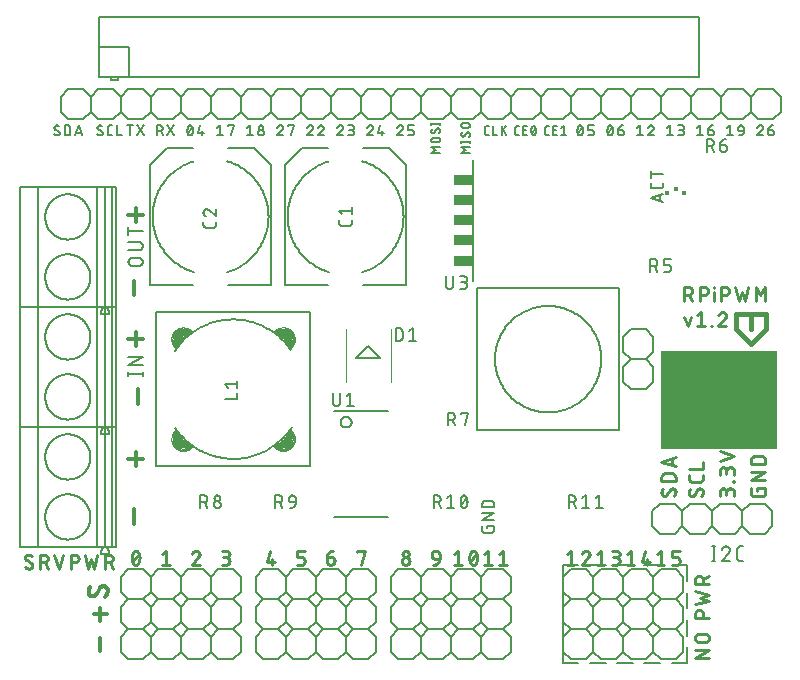
<source format=gbr>
G04 EAGLE Gerber X2 export*
%TF.Part,Single*%
%TF.FileFunction,Legend,Top,1*%
%TF.FilePolarity,Positive*%
%TF.GenerationSoftware,Autodesk,EAGLE,9.1.0*%
%TF.CreationDate,2018-10-24T11:49:30Z*%
G75*
%MOMM*%
%FSLAX34Y34*%
%LPD*%
%AMOC8*
5,1,8,0,0,1.08239X$1,22.5*%
G01*
%ADD10C,0.355600*%
%ADD11C,0.177800*%
%ADD12C,0.228600*%
%ADD13C,0.152400*%
%ADD14R,9.906000X8.255000*%
%ADD15C,0.304800*%
%ADD16C,0.101600*%
%ADD17C,0.203200*%
%ADD18R,1.676400X0.965200*%
%ADD19C,0.127000*%
%ADD20R,0.325000X0.425000*%
%ADD21R,0.350000X0.350000*%
%ADD22C,0.406400*%


D10*
X95504Y277368D02*
X107696Y277368D01*
X101600Y271272D02*
X101600Y283464D01*
X95504Y175768D02*
X107696Y175768D01*
X101600Y169672D02*
X101600Y181864D01*
X103632Y222504D02*
X103632Y234696D01*
X100457Y133096D02*
X100457Y120904D01*
D11*
X399514Y118708D02*
X399514Y117100D01*
X399514Y118708D02*
X404876Y118708D01*
X404876Y115491D01*
X404874Y115400D01*
X404868Y115309D01*
X404859Y115219D01*
X404845Y115128D01*
X404828Y115039D01*
X404807Y114951D01*
X404782Y114863D01*
X404753Y114776D01*
X404721Y114691D01*
X404686Y114607D01*
X404646Y114525D01*
X404604Y114445D01*
X404558Y114366D01*
X404508Y114290D01*
X404456Y114216D01*
X404400Y114143D01*
X404341Y114074D01*
X404280Y114007D01*
X404215Y113942D01*
X404148Y113881D01*
X404079Y113822D01*
X404006Y113766D01*
X403932Y113714D01*
X403856Y113664D01*
X403777Y113618D01*
X403697Y113576D01*
X403615Y113536D01*
X403531Y113501D01*
X403446Y113469D01*
X403359Y113440D01*
X403271Y113415D01*
X403183Y113394D01*
X403094Y113377D01*
X403003Y113363D01*
X402913Y113354D01*
X402822Y113348D01*
X402731Y113346D01*
X397369Y113346D01*
X397278Y113348D01*
X397187Y113354D01*
X397097Y113363D01*
X397006Y113377D01*
X396917Y113394D01*
X396829Y113415D01*
X396741Y113440D01*
X396654Y113469D01*
X396569Y113501D01*
X396485Y113536D01*
X396403Y113576D01*
X396323Y113618D01*
X396244Y113664D01*
X396168Y113714D01*
X396094Y113766D01*
X396021Y113822D01*
X395952Y113881D01*
X395885Y113942D01*
X395820Y114007D01*
X395759Y114074D01*
X395700Y114143D01*
X395644Y114215D01*
X395592Y114290D01*
X395542Y114366D01*
X395496Y114445D01*
X395454Y114525D01*
X395414Y114607D01*
X395379Y114691D01*
X395347Y114776D01*
X395318Y114863D01*
X395293Y114950D01*
X395272Y115039D01*
X395255Y115128D01*
X395241Y115218D01*
X395232Y115309D01*
X395226Y115400D01*
X395224Y115491D01*
X395224Y118708D01*
X395224Y124319D02*
X404876Y124319D01*
X404876Y129681D02*
X395224Y124319D01*
X395224Y129681D02*
X404876Y129681D01*
X404876Y135292D02*
X395224Y135292D01*
X395224Y137973D01*
X395226Y138076D01*
X395232Y138178D01*
X395242Y138280D01*
X395255Y138382D01*
X395273Y138483D01*
X395295Y138584D01*
X395320Y138683D01*
X395349Y138782D01*
X395382Y138879D01*
X395418Y138975D01*
X395459Y139070D01*
X395502Y139163D01*
X395550Y139254D01*
X395600Y139343D01*
X395655Y139430D01*
X395712Y139515D01*
X395773Y139598D01*
X395837Y139679D01*
X395903Y139757D01*
X395973Y139832D01*
X396046Y139905D01*
X396121Y139975D01*
X396199Y140041D01*
X396280Y140105D01*
X396363Y140166D01*
X396448Y140223D01*
X396535Y140278D01*
X396624Y140328D01*
X396715Y140376D01*
X396808Y140419D01*
X396903Y140460D01*
X396999Y140496D01*
X397096Y140529D01*
X397195Y140558D01*
X397294Y140583D01*
X397395Y140605D01*
X397496Y140623D01*
X397598Y140636D01*
X397700Y140646D01*
X397802Y140652D01*
X397905Y140654D01*
X402195Y140654D01*
X402298Y140652D01*
X402400Y140646D01*
X402502Y140636D01*
X402604Y140623D01*
X402705Y140605D01*
X402806Y140583D01*
X402905Y140558D01*
X403004Y140529D01*
X403101Y140496D01*
X403197Y140460D01*
X403292Y140419D01*
X403385Y140376D01*
X403476Y140328D01*
X403565Y140278D01*
X403652Y140223D01*
X403737Y140166D01*
X403820Y140105D01*
X403901Y140041D01*
X403979Y139974D01*
X404054Y139905D01*
X404127Y139832D01*
X404197Y139757D01*
X404263Y139679D01*
X404327Y139598D01*
X404388Y139515D01*
X404445Y139430D01*
X404500Y139343D01*
X404550Y139254D01*
X404598Y139163D01*
X404641Y139070D01*
X404682Y138975D01*
X404718Y138879D01*
X404751Y138782D01*
X404780Y138683D01*
X404805Y138584D01*
X404827Y138483D01*
X404845Y138382D01*
X404858Y138280D01*
X404868Y138178D01*
X404874Y138076D01*
X404876Y137973D01*
X404876Y135292D01*
D12*
X99279Y96386D02*
X99178Y96174D01*
X99083Y95959D01*
X98993Y95742D01*
X98908Y95523D01*
X98828Y95302D01*
X98754Y95079D01*
X98685Y94855D01*
X98621Y94629D01*
X98563Y94401D01*
X98510Y94173D01*
X98463Y93943D01*
X98421Y93711D01*
X98385Y93479D01*
X98354Y93247D01*
X98329Y93013D01*
X98309Y92779D01*
X98295Y92545D01*
X98287Y92310D01*
X98284Y92075D01*
X99279Y96386D02*
X99312Y96478D01*
X99350Y96569D01*
X99391Y96658D01*
X99435Y96746D01*
X99483Y96831D01*
X99534Y96915D01*
X99589Y96997D01*
X99647Y97076D01*
X99708Y97153D01*
X99772Y97227D01*
X99839Y97299D01*
X99909Y97368D01*
X99981Y97434D01*
X100056Y97498D01*
X100134Y97558D01*
X100214Y97615D01*
X100296Y97669D01*
X100380Y97719D01*
X100466Y97766D01*
X100554Y97810D01*
X100644Y97850D01*
X100735Y97887D01*
X100828Y97919D01*
X100922Y97948D01*
X101016Y97974D01*
X101112Y97995D01*
X101209Y98013D01*
X101306Y98026D01*
X101404Y98036D01*
X101502Y98042D01*
X101600Y98044D01*
X101698Y98042D01*
X101796Y98036D01*
X101894Y98026D01*
X101991Y98013D01*
X102088Y97995D01*
X102184Y97974D01*
X102278Y97948D01*
X102372Y97919D01*
X102465Y97887D01*
X102556Y97850D01*
X102646Y97810D01*
X102734Y97766D01*
X102820Y97719D01*
X102904Y97669D01*
X102986Y97615D01*
X103066Y97558D01*
X103144Y97498D01*
X103219Y97434D01*
X103291Y97368D01*
X103361Y97299D01*
X103428Y97227D01*
X103492Y97153D01*
X103553Y97076D01*
X103611Y96997D01*
X103666Y96915D01*
X103717Y96831D01*
X103765Y96746D01*
X103809Y96658D01*
X103850Y96569D01*
X103888Y96478D01*
X103921Y96386D01*
X104022Y96174D01*
X104117Y95959D01*
X104207Y95742D01*
X104292Y95523D01*
X104372Y95302D01*
X104446Y95080D01*
X104515Y94855D01*
X104579Y94629D01*
X104637Y94401D01*
X104690Y94173D01*
X104737Y93943D01*
X104779Y93711D01*
X104815Y93479D01*
X104846Y93247D01*
X104871Y93013D01*
X104891Y92779D01*
X104905Y92545D01*
X104913Y92310D01*
X104916Y92075D01*
X98284Y92075D02*
X98287Y91840D01*
X98295Y91605D01*
X98309Y91371D01*
X98329Y91137D01*
X98354Y90903D01*
X98385Y90671D01*
X98421Y90439D01*
X98463Y90208D01*
X98510Y89977D01*
X98563Y89749D01*
X98621Y89521D01*
X98685Y89295D01*
X98754Y89071D01*
X98828Y88848D01*
X98908Y88627D01*
X98993Y88408D01*
X99083Y88191D01*
X99178Y87976D01*
X99279Y87764D01*
X99312Y87672D01*
X99350Y87581D01*
X99391Y87492D01*
X99435Y87404D01*
X99483Y87319D01*
X99535Y87235D01*
X99589Y87153D01*
X99647Y87074D01*
X99708Y86997D01*
X99772Y86923D01*
X99839Y86851D01*
X99909Y86782D01*
X99981Y86716D01*
X100056Y86652D01*
X100134Y86592D01*
X100214Y86535D01*
X100296Y86481D01*
X100380Y86431D01*
X100466Y86384D01*
X100554Y86340D01*
X100644Y86300D01*
X100735Y86263D01*
X100828Y86231D01*
X100922Y86202D01*
X101016Y86176D01*
X101112Y86155D01*
X101209Y86137D01*
X101306Y86124D01*
X101404Y86114D01*
X101502Y86108D01*
X101600Y86106D01*
X103921Y87764D02*
X104022Y87976D01*
X104117Y88191D01*
X104207Y88408D01*
X104292Y88627D01*
X104372Y88848D01*
X104446Y89071D01*
X104515Y89295D01*
X104579Y89521D01*
X104637Y89749D01*
X104690Y89977D01*
X104737Y90207D01*
X104779Y90439D01*
X104815Y90671D01*
X104846Y90903D01*
X104871Y91137D01*
X104891Y91371D01*
X104905Y91605D01*
X104913Y91840D01*
X104916Y92075D01*
X103921Y87764D02*
X103888Y87672D01*
X103850Y87581D01*
X103809Y87492D01*
X103765Y87404D01*
X103717Y87319D01*
X103666Y87235D01*
X103611Y87153D01*
X103553Y87074D01*
X103492Y86997D01*
X103428Y86923D01*
X103361Y86851D01*
X103291Y86782D01*
X103219Y86716D01*
X103144Y86652D01*
X103066Y86592D01*
X102986Y86535D01*
X102904Y86481D01*
X102820Y86431D01*
X102734Y86384D01*
X102646Y86340D01*
X102556Y86300D01*
X102465Y86263D01*
X102372Y86231D01*
X102278Y86202D01*
X102184Y86176D01*
X102088Y86155D01*
X101991Y86137D01*
X101894Y86124D01*
X101796Y86114D01*
X101698Y86108D01*
X101600Y86106D01*
X98947Y88759D02*
X104253Y95391D01*
X123684Y95391D02*
X127000Y98044D01*
X127000Y86106D01*
X123684Y86106D02*
X130316Y86106D01*
X152732Y98045D02*
X152839Y98043D01*
X152945Y98037D01*
X153051Y98028D01*
X153157Y98015D01*
X153262Y97998D01*
X153367Y97977D01*
X153470Y97952D01*
X153573Y97924D01*
X153675Y97892D01*
X153775Y97857D01*
X153874Y97818D01*
X153972Y97775D01*
X154068Y97729D01*
X154163Y97680D01*
X154255Y97627D01*
X154346Y97571D01*
X154434Y97512D01*
X154521Y97450D01*
X154605Y97384D01*
X154687Y97316D01*
X154766Y97245D01*
X154843Y97171D01*
X154917Y97094D01*
X154988Y97015D01*
X155056Y96933D01*
X155122Y96849D01*
X155184Y96762D01*
X155243Y96674D01*
X155299Y96583D01*
X155352Y96491D01*
X155401Y96396D01*
X155447Y96300D01*
X155490Y96202D01*
X155529Y96103D01*
X155564Y96003D01*
X155596Y95901D01*
X155624Y95798D01*
X155649Y95695D01*
X155670Y95590D01*
X155687Y95485D01*
X155700Y95379D01*
X155709Y95273D01*
X155715Y95167D01*
X155717Y95060D01*
X152732Y98044D02*
X152611Y98042D01*
X152491Y98036D01*
X152371Y98027D01*
X152251Y98014D01*
X152132Y97997D01*
X152013Y97976D01*
X151895Y97952D01*
X151778Y97923D01*
X151662Y97892D01*
X151546Y97856D01*
X151432Y97817D01*
X151320Y97774D01*
X151208Y97728D01*
X151098Y97679D01*
X150990Y97625D01*
X150884Y97569D01*
X150779Y97509D01*
X150676Y97446D01*
X150576Y97380D01*
X150477Y97311D01*
X150381Y97238D01*
X150287Y97163D01*
X150195Y97085D01*
X150106Y97003D01*
X150019Y96919D01*
X149936Y96833D01*
X149854Y96744D01*
X149776Y96652D01*
X149701Y96558D01*
X149629Y96461D01*
X149559Y96363D01*
X149493Y96262D01*
X149430Y96159D01*
X149371Y96054D01*
X149314Y95948D01*
X149261Y95839D01*
X149212Y95730D01*
X149166Y95618D01*
X149123Y95505D01*
X149085Y95391D01*
X154722Y92738D02*
X154802Y92818D01*
X154880Y92900D01*
X154954Y92984D01*
X155026Y93072D01*
X155094Y93162D01*
X155160Y93254D01*
X155222Y93348D01*
X155280Y93444D01*
X155335Y93543D01*
X155387Y93643D01*
X155435Y93745D01*
X155480Y93849D01*
X155520Y93954D01*
X155557Y94061D01*
X155591Y94169D01*
X155620Y94278D01*
X155646Y94388D01*
X155667Y94499D01*
X155685Y94610D01*
X155699Y94722D01*
X155709Y94834D01*
X155715Y94947D01*
X155717Y95060D01*
X154721Y92738D02*
X149084Y86106D01*
X155716Y86106D01*
X174484Y86106D02*
X177800Y86106D01*
X177914Y86108D01*
X178029Y86114D01*
X178143Y86124D01*
X178256Y86138D01*
X178370Y86155D01*
X178482Y86177D01*
X178594Y86202D01*
X178704Y86232D01*
X178814Y86265D01*
X178922Y86302D01*
X179029Y86342D01*
X179135Y86387D01*
X179239Y86434D01*
X179341Y86486D01*
X179441Y86541D01*
X179540Y86599D01*
X179636Y86661D01*
X179731Y86726D01*
X179822Y86794D01*
X179912Y86866D01*
X179999Y86940D01*
X180083Y87017D01*
X180165Y87098D01*
X180244Y87181D01*
X180320Y87266D01*
X180393Y87355D01*
X180462Y87445D01*
X180529Y87538D01*
X180592Y87634D01*
X180652Y87731D01*
X180709Y87831D01*
X180762Y87932D01*
X180812Y88035D01*
X180858Y88140D01*
X180901Y88246D01*
X180939Y88354D01*
X180974Y88463D01*
X181005Y88573D01*
X181033Y88684D01*
X181056Y88796D01*
X181076Y88909D01*
X181092Y89022D01*
X181104Y89136D01*
X181112Y89250D01*
X181116Y89365D01*
X181116Y89479D01*
X181112Y89594D01*
X181104Y89708D01*
X181092Y89822D01*
X181076Y89935D01*
X181056Y90048D01*
X181033Y90160D01*
X181005Y90271D01*
X180974Y90381D01*
X180939Y90490D01*
X180901Y90598D01*
X180858Y90704D01*
X180812Y90809D01*
X180762Y90912D01*
X180709Y91013D01*
X180652Y91113D01*
X180592Y91210D01*
X180529Y91306D01*
X180462Y91399D01*
X180393Y91489D01*
X180320Y91578D01*
X180244Y91663D01*
X180165Y91746D01*
X180083Y91827D01*
X179999Y91904D01*
X179912Y91978D01*
X179822Y92050D01*
X179731Y92118D01*
X179636Y92183D01*
X179540Y92245D01*
X179441Y92303D01*
X179341Y92358D01*
X179239Y92410D01*
X179135Y92457D01*
X179029Y92502D01*
X178922Y92542D01*
X178814Y92579D01*
X178704Y92612D01*
X178594Y92642D01*
X178482Y92667D01*
X178370Y92689D01*
X178256Y92706D01*
X178143Y92720D01*
X178029Y92730D01*
X177914Y92736D01*
X177800Y92738D01*
X178463Y98044D02*
X174484Y98044D01*
X178463Y98044D02*
X178565Y98042D01*
X178666Y98036D01*
X178767Y98026D01*
X178868Y98013D01*
X178968Y97995D01*
X179067Y97974D01*
X179166Y97949D01*
X179263Y97920D01*
X179360Y97888D01*
X179455Y97852D01*
X179548Y97812D01*
X179640Y97769D01*
X179730Y97722D01*
X179819Y97671D01*
X179905Y97618D01*
X179989Y97561D01*
X180071Y97501D01*
X180151Y97438D01*
X180228Y97372D01*
X180303Y97303D01*
X180375Y97231D01*
X180444Y97156D01*
X180510Y97079D01*
X180573Y96999D01*
X180633Y96917D01*
X180690Y96833D01*
X180743Y96747D01*
X180794Y96658D01*
X180841Y96568D01*
X180884Y96476D01*
X180924Y96383D01*
X180960Y96288D01*
X180992Y96191D01*
X181021Y96094D01*
X181046Y95995D01*
X181067Y95896D01*
X181085Y95796D01*
X181098Y95695D01*
X181108Y95594D01*
X181114Y95493D01*
X181116Y95391D01*
X181114Y95289D01*
X181108Y95188D01*
X181098Y95087D01*
X181085Y94986D01*
X181067Y94886D01*
X181046Y94787D01*
X181021Y94688D01*
X180992Y94591D01*
X180960Y94494D01*
X180924Y94399D01*
X180884Y94306D01*
X180841Y94214D01*
X180794Y94124D01*
X180743Y94035D01*
X180690Y93949D01*
X180633Y93865D01*
X180573Y93783D01*
X180510Y93703D01*
X180444Y93626D01*
X180375Y93551D01*
X180303Y93479D01*
X180228Y93410D01*
X180151Y93344D01*
X180071Y93281D01*
X179989Y93221D01*
X179905Y93164D01*
X179819Y93111D01*
X179730Y93060D01*
X179640Y93013D01*
X179548Y92970D01*
X179455Y92930D01*
X179360Y92894D01*
X179263Y92862D01*
X179166Y92833D01*
X179067Y92808D01*
X178968Y92787D01*
X178868Y92769D01*
X178767Y92756D01*
X178666Y92746D01*
X178565Y92740D01*
X178463Y92738D01*
X175810Y92738D01*
X212584Y88759D02*
X215237Y98044D01*
X212584Y88759D02*
X219216Y88759D01*
X217226Y91412D02*
X217226Y86106D01*
X237984Y86106D02*
X241963Y86106D01*
X242065Y86108D01*
X242166Y86114D01*
X242267Y86124D01*
X242368Y86137D01*
X242468Y86155D01*
X242567Y86176D01*
X242666Y86201D01*
X242763Y86230D01*
X242860Y86262D01*
X242955Y86298D01*
X243048Y86338D01*
X243140Y86381D01*
X243230Y86428D01*
X243319Y86479D01*
X243405Y86532D01*
X243489Y86589D01*
X243571Y86649D01*
X243651Y86712D01*
X243728Y86778D01*
X243803Y86847D01*
X243875Y86919D01*
X243944Y86994D01*
X244010Y87071D01*
X244073Y87151D01*
X244133Y87233D01*
X244190Y87317D01*
X244243Y87403D01*
X244294Y87492D01*
X244341Y87582D01*
X244384Y87674D01*
X244424Y87767D01*
X244460Y87862D01*
X244492Y87959D01*
X244521Y88056D01*
X244546Y88154D01*
X244567Y88254D01*
X244585Y88354D01*
X244598Y88455D01*
X244608Y88556D01*
X244614Y88657D01*
X244616Y88759D01*
X244616Y90085D01*
X244614Y90187D01*
X244608Y90288D01*
X244598Y90389D01*
X244585Y90490D01*
X244567Y90590D01*
X244546Y90689D01*
X244521Y90788D01*
X244492Y90885D01*
X244460Y90982D01*
X244424Y91077D01*
X244384Y91170D01*
X244341Y91262D01*
X244294Y91352D01*
X244243Y91441D01*
X244190Y91527D01*
X244133Y91611D01*
X244073Y91693D01*
X244010Y91773D01*
X243944Y91850D01*
X243875Y91925D01*
X243803Y91997D01*
X243728Y92066D01*
X243651Y92132D01*
X243571Y92195D01*
X243489Y92255D01*
X243405Y92312D01*
X243319Y92365D01*
X243230Y92416D01*
X243140Y92463D01*
X243048Y92506D01*
X242955Y92546D01*
X242860Y92582D01*
X242763Y92614D01*
X242666Y92643D01*
X242567Y92668D01*
X242468Y92689D01*
X242368Y92707D01*
X242267Y92720D01*
X242166Y92730D01*
X242065Y92736D01*
X241963Y92738D01*
X237984Y92738D01*
X237984Y98044D01*
X244616Y98044D01*
X263384Y92738D02*
X267363Y92738D01*
X267465Y92736D01*
X267566Y92730D01*
X267667Y92720D01*
X267768Y92707D01*
X267868Y92689D01*
X267967Y92668D01*
X268066Y92643D01*
X268163Y92614D01*
X268260Y92582D01*
X268355Y92546D01*
X268448Y92506D01*
X268540Y92463D01*
X268630Y92416D01*
X268719Y92365D01*
X268805Y92312D01*
X268889Y92255D01*
X268971Y92195D01*
X269051Y92132D01*
X269128Y92066D01*
X269203Y91997D01*
X269275Y91925D01*
X269344Y91850D01*
X269410Y91773D01*
X269473Y91693D01*
X269533Y91611D01*
X269590Y91527D01*
X269643Y91441D01*
X269694Y91352D01*
X269741Y91262D01*
X269784Y91170D01*
X269824Y91077D01*
X269860Y90982D01*
X269892Y90885D01*
X269921Y90788D01*
X269946Y90689D01*
X269967Y90590D01*
X269985Y90490D01*
X269998Y90389D01*
X270008Y90288D01*
X270014Y90187D01*
X270016Y90085D01*
X270016Y89422D01*
X270014Y89308D01*
X270008Y89193D01*
X269998Y89079D01*
X269984Y88966D01*
X269967Y88852D01*
X269945Y88740D01*
X269920Y88628D01*
X269890Y88518D01*
X269857Y88408D01*
X269820Y88300D01*
X269780Y88193D01*
X269735Y88087D01*
X269688Y87983D01*
X269636Y87881D01*
X269581Y87781D01*
X269523Y87682D01*
X269461Y87586D01*
X269396Y87491D01*
X269328Y87400D01*
X269256Y87310D01*
X269182Y87223D01*
X269105Y87139D01*
X269024Y87057D01*
X268941Y86978D01*
X268856Y86902D01*
X268767Y86829D01*
X268677Y86760D01*
X268584Y86693D01*
X268488Y86630D01*
X268391Y86570D01*
X268291Y86513D01*
X268190Y86460D01*
X268087Y86410D01*
X267982Y86364D01*
X267876Y86321D01*
X267768Y86283D01*
X267659Y86248D01*
X267549Y86217D01*
X267438Y86189D01*
X267326Y86166D01*
X267213Y86146D01*
X267100Y86130D01*
X266986Y86118D01*
X266872Y86110D01*
X266757Y86106D01*
X266643Y86106D01*
X266528Y86110D01*
X266414Y86118D01*
X266300Y86130D01*
X266187Y86146D01*
X266074Y86166D01*
X265962Y86189D01*
X265851Y86217D01*
X265741Y86248D01*
X265632Y86283D01*
X265524Y86321D01*
X265418Y86364D01*
X265313Y86410D01*
X265210Y86460D01*
X265109Y86513D01*
X265009Y86570D01*
X264912Y86630D01*
X264816Y86693D01*
X264723Y86760D01*
X264633Y86829D01*
X264544Y86902D01*
X264459Y86978D01*
X264376Y87057D01*
X264295Y87139D01*
X264218Y87223D01*
X264144Y87310D01*
X264072Y87400D01*
X264004Y87491D01*
X263939Y87586D01*
X263877Y87682D01*
X263819Y87781D01*
X263764Y87881D01*
X263712Y87983D01*
X263665Y88087D01*
X263620Y88193D01*
X263580Y88300D01*
X263543Y88408D01*
X263510Y88518D01*
X263480Y88628D01*
X263455Y88740D01*
X263433Y88852D01*
X263416Y88966D01*
X263402Y89079D01*
X263392Y89193D01*
X263386Y89308D01*
X263384Y89422D01*
X263384Y92738D01*
X263386Y92882D01*
X263392Y93025D01*
X263402Y93169D01*
X263415Y93312D01*
X263433Y93454D01*
X263454Y93596D01*
X263479Y93738D01*
X263508Y93879D01*
X263541Y94019D01*
X263577Y94158D01*
X263618Y94295D01*
X263662Y94432D01*
X263709Y94568D01*
X263761Y94702D01*
X263816Y94835D01*
X263874Y94966D01*
X263936Y95096D01*
X264002Y95223D01*
X264071Y95349D01*
X264144Y95474D01*
X264219Y95596D01*
X264298Y95716D01*
X264381Y95833D01*
X264466Y95949D01*
X264554Y96062D01*
X264646Y96173D01*
X264740Y96281D01*
X264838Y96387D01*
X264938Y96490D01*
X265041Y96590D01*
X265147Y96688D01*
X265255Y96782D01*
X265366Y96874D01*
X265479Y96962D01*
X265594Y97047D01*
X265712Y97130D01*
X265832Y97209D01*
X265954Y97284D01*
X266079Y97357D01*
X266205Y97426D01*
X266332Y97491D01*
X266462Y97554D01*
X266593Y97612D01*
X266726Y97667D01*
X266860Y97719D01*
X266996Y97766D01*
X267133Y97810D01*
X267270Y97851D01*
X267409Y97887D01*
X267549Y97920D01*
X267690Y97949D01*
X267832Y97974D01*
X267974Y97995D01*
X268116Y98013D01*
X268259Y98026D01*
X268403Y98036D01*
X268546Y98042D01*
X268690Y98044D01*
X288784Y98044D02*
X288784Y96718D01*
X288784Y98044D02*
X295416Y98044D01*
X292100Y86106D01*
X326884Y89422D02*
X326886Y89536D01*
X326892Y89651D01*
X326902Y89765D01*
X326916Y89878D01*
X326933Y89992D01*
X326955Y90104D01*
X326980Y90216D01*
X327010Y90326D01*
X327043Y90436D01*
X327080Y90544D01*
X327120Y90651D01*
X327165Y90757D01*
X327212Y90861D01*
X327264Y90963D01*
X327319Y91063D01*
X327377Y91162D01*
X327439Y91258D01*
X327504Y91353D01*
X327572Y91444D01*
X327644Y91534D01*
X327718Y91621D01*
X327795Y91705D01*
X327876Y91787D01*
X327959Y91866D01*
X328044Y91942D01*
X328133Y92015D01*
X328223Y92084D01*
X328316Y92151D01*
X328412Y92214D01*
X328509Y92274D01*
X328609Y92331D01*
X328710Y92384D01*
X328813Y92434D01*
X328918Y92480D01*
X329024Y92523D01*
X329132Y92561D01*
X329241Y92596D01*
X329351Y92627D01*
X329462Y92655D01*
X329574Y92678D01*
X329687Y92698D01*
X329800Y92714D01*
X329914Y92726D01*
X330028Y92734D01*
X330143Y92738D01*
X330257Y92738D01*
X330372Y92734D01*
X330486Y92726D01*
X330600Y92714D01*
X330713Y92698D01*
X330826Y92678D01*
X330938Y92655D01*
X331049Y92627D01*
X331159Y92596D01*
X331268Y92561D01*
X331376Y92523D01*
X331482Y92480D01*
X331587Y92434D01*
X331690Y92384D01*
X331791Y92331D01*
X331891Y92274D01*
X331988Y92214D01*
X332084Y92151D01*
X332177Y92084D01*
X332267Y92015D01*
X332356Y91942D01*
X332441Y91866D01*
X332524Y91787D01*
X332605Y91705D01*
X332682Y91621D01*
X332756Y91534D01*
X332828Y91444D01*
X332896Y91353D01*
X332961Y91258D01*
X333023Y91162D01*
X333081Y91063D01*
X333136Y90963D01*
X333188Y90861D01*
X333235Y90757D01*
X333280Y90651D01*
X333320Y90544D01*
X333357Y90436D01*
X333390Y90326D01*
X333420Y90216D01*
X333445Y90104D01*
X333467Y89992D01*
X333484Y89878D01*
X333498Y89765D01*
X333508Y89651D01*
X333514Y89536D01*
X333516Y89422D01*
X333514Y89308D01*
X333508Y89193D01*
X333498Y89079D01*
X333484Y88966D01*
X333467Y88852D01*
X333445Y88740D01*
X333420Y88628D01*
X333390Y88518D01*
X333357Y88408D01*
X333320Y88300D01*
X333280Y88193D01*
X333235Y88087D01*
X333188Y87983D01*
X333136Y87881D01*
X333081Y87781D01*
X333023Y87682D01*
X332961Y87586D01*
X332896Y87491D01*
X332828Y87400D01*
X332756Y87310D01*
X332682Y87223D01*
X332605Y87139D01*
X332524Y87057D01*
X332441Y86978D01*
X332356Y86902D01*
X332267Y86829D01*
X332177Y86760D01*
X332084Y86693D01*
X331988Y86630D01*
X331891Y86570D01*
X331791Y86513D01*
X331690Y86460D01*
X331587Y86410D01*
X331482Y86364D01*
X331376Y86321D01*
X331268Y86283D01*
X331159Y86248D01*
X331049Y86217D01*
X330938Y86189D01*
X330826Y86166D01*
X330713Y86146D01*
X330600Y86130D01*
X330486Y86118D01*
X330372Y86110D01*
X330257Y86106D01*
X330143Y86106D01*
X330028Y86110D01*
X329914Y86118D01*
X329800Y86130D01*
X329687Y86146D01*
X329574Y86166D01*
X329462Y86189D01*
X329351Y86217D01*
X329241Y86248D01*
X329132Y86283D01*
X329024Y86321D01*
X328918Y86364D01*
X328813Y86410D01*
X328710Y86460D01*
X328609Y86513D01*
X328509Y86570D01*
X328412Y86630D01*
X328316Y86693D01*
X328223Y86760D01*
X328133Y86829D01*
X328044Y86902D01*
X327959Y86978D01*
X327876Y87057D01*
X327795Y87139D01*
X327718Y87223D01*
X327644Y87310D01*
X327572Y87400D01*
X327504Y87491D01*
X327439Y87586D01*
X327377Y87682D01*
X327319Y87781D01*
X327264Y87881D01*
X327212Y87983D01*
X327165Y88087D01*
X327120Y88193D01*
X327080Y88300D01*
X327043Y88408D01*
X327010Y88518D01*
X326980Y88628D01*
X326955Y88740D01*
X326933Y88852D01*
X326916Y88966D01*
X326902Y89079D01*
X326892Y89193D01*
X326886Y89308D01*
X326884Y89422D01*
X327547Y95391D02*
X327549Y95493D01*
X327555Y95594D01*
X327565Y95695D01*
X327578Y95796D01*
X327596Y95896D01*
X327617Y95995D01*
X327642Y96094D01*
X327671Y96191D01*
X327703Y96288D01*
X327739Y96383D01*
X327779Y96476D01*
X327822Y96568D01*
X327869Y96658D01*
X327920Y96747D01*
X327973Y96833D01*
X328030Y96917D01*
X328090Y96999D01*
X328153Y97079D01*
X328219Y97156D01*
X328288Y97231D01*
X328360Y97303D01*
X328435Y97372D01*
X328512Y97438D01*
X328592Y97501D01*
X328674Y97561D01*
X328758Y97618D01*
X328844Y97671D01*
X328933Y97722D01*
X329023Y97769D01*
X329115Y97812D01*
X329208Y97852D01*
X329303Y97888D01*
X329400Y97920D01*
X329497Y97949D01*
X329596Y97974D01*
X329695Y97995D01*
X329795Y98013D01*
X329896Y98026D01*
X329997Y98036D01*
X330098Y98042D01*
X330200Y98044D01*
X330302Y98042D01*
X330403Y98036D01*
X330504Y98026D01*
X330605Y98013D01*
X330705Y97995D01*
X330804Y97974D01*
X330903Y97949D01*
X331000Y97920D01*
X331097Y97888D01*
X331192Y97852D01*
X331285Y97812D01*
X331377Y97769D01*
X331467Y97722D01*
X331556Y97671D01*
X331642Y97618D01*
X331726Y97561D01*
X331808Y97501D01*
X331888Y97438D01*
X331965Y97372D01*
X332040Y97303D01*
X332112Y97231D01*
X332181Y97156D01*
X332247Y97079D01*
X332310Y96999D01*
X332370Y96917D01*
X332427Y96833D01*
X332480Y96747D01*
X332531Y96658D01*
X332578Y96568D01*
X332621Y96476D01*
X332661Y96383D01*
X332697Y96288D01*
X332729Y96191D01*
X332758Y96094D01*
X332783Y95995D01*
X332804Y95896D01*
X332822Y95796D01*
X332835Y95695D01*
X332845Y95594D01*
X332851Y95493D01*
X332853Y95391D01*
X332851Y95289D01*
X332845Y95188D01*
X332835Y95087D01*
X332822Y94986D01*
X332804Y94886D01*
X332783Y94787D01*
X332758Y94688D01*
X332729Y94591D01*
X332697Y94494D01*
X332661Y94399D01*
X332621Y94306D01*
X332578Y94214D01*
X332531Y94124D01*
X332480Y94035D01*
X332427Y93949D01*
X332370Y93865D01*
X332310Y93783D01*
X332247Y93703D01*
X332181Y93626D01*
X332112Y93551D01*
X332040Y93479D01*
X331965Y93410D01*
X331888Y93344D01*
X331808Y93281D01*
X331726Y93221D01*
X331642Y93164D01*
X331556Y93111D01*
X331467Y93060D01*
X331377Y93013D01*
X331285Y92970D01*
X331192Y92930D01*
X331097Y92894D01*
X331000Y92862D01*
X330903Y92833D01*
X330804Y92808D01*
X330705Y92787D01*
X330605Y92769D01*
X330504Y92756D01*
X330403Y92746D01*
X330302Y92740D01*
X330200Y92738D01*
X330098Y92740D01*
X329997Y92746D01*
X329896Y92756D01*
X329795Y92769D01*
X329695Y92787D01*
X329596Y92808D01*
X329497Y92833D01*
X329400Y92862D01*
X329303Y92894D01*
X329208Y92930D01*
X329115Y92970D01*
X329023Y93013D01*
X328933Y93060D01*
X328844Y93111D01*
X328758Y93164D01*
X328674Y93221D01*
X328592Y93281D01*
X328512Y93344D01*
X328435Y93410D01*
X328360Y93479D01*
X328288Y93551D01*
X328219Y93626D01*
X328153Y93703D01*
X328090Y93783D01*
X328030Y93865D01*
X327973Y93949D01*
X327920Y94035D01*
X327869Y94124D01*
X327822Y94214D01*
X327779Y94306D01*
X327739Y94399D01*
X327703Y94494D01*
X327671Y94591D01*
X327642Y94688D01*
X327617Y94787D01*
X327596Y94886D01*
X327578Y94986D01*
X327565Y95087D01*
X327555Y95188D01*
X327549Y95289D01*
X327547Y95391D01*
X354937Y91412D02*
X358916Y91412D01*
X354937Y91412D02*
X354835Y91414D01*
X354734Y91420D01*
X354633Y91430D01*
X354532Y91443D01*
X354432Y91461D01*
X354333Y91482D01*
X354234Y91507D01*
X354137Y91536D01*
X354040Y91568D01*
X353945Y91604D01*
X353852Y91644D01*
X353760Y91687D01*
X353670Y91734D01*
X353581Y91785D01*
X353495Y91838D01*
X353411Y91895D01*
X353329Y91955D01*
X353249Y92018D01*
X353172Y92084D01*
X353097Y92153D01*
X353025Y92225D01*
X352956Y92300D01*
X352890Y92377D01*
X352827Y92457D01*
X352767Y92539D01*
X352710Y92623D01*
X352657Y92709D01*
X352606Y92798D01*
X352559Y92888D01*
X352516Y92980D01*
X352476Y93073D01*
X352440Y93168D01*
X352408Y93265D01*
X352379Y93362D01*
X352354Y93461D01*
X352333Y93560D01*
X352315Y93660D01*
X352302Y93761D01*
X352292Y93862D01*
X352286Y93963D01*
X352284Y94065D01*
X352284Y94728D01*
X352286Y94842D01*
X352292Y94957D01*
X352302Y95071D01*
X352316Y95184D01*
X352333Y95298D01*
X352355Y95410D01*
X352380Y95522D01*
X352410Y95632D01*
X352443Y95742D01*
X352480Y95850D01*
X352520Y95957D01*
X352565Y96063D01*
X352612Y96167D01*
X352664Y96269D01*
X352719Y96369D01*
X352777Y96468D01*
X352839Y96564D01*
X352904Y96659D01*
X352972Y96750D01*
X353044Y96840D01*
X353118Y96927D01*
X353195Y97011D01*
X353276Y97093D01*
X353359Y97172D01*
X353444Y97248D01*
X353533Y97321D01*
X353623Y97390D01*
X353716Y97457D01*
X353812Y97520D01*
X353909Y97580D01*
X354009Y97637D01*
X354110Y97690D01*
X354213Y97740D01*
X354318Y97786D01*
X354424Y97829D01*
X354532Y97867D01*
X354641Y97902D01*
X354751Y97933D01*
X354862Y97961D01*
X354974Y97984D01*
X355087Y98004D01*
X355200Y98020D01*
X355314Y98032D01*
X355428Y98040D01*
X355543Y98044D01*
X355657Y98044D01*
X355772Y98040D01*
X355886Y98032D01*
X356000Y98020D01*
X356113Y98004D01*
X356226Y97984D01*
X356338Y97961D01*
X356449Y97933D01*
X356559Y97902D01*
X356668Y97867D01*
X356776Y97829D01*
X356882Y97786D01*
X356987Y97740D01*
X357090Y97690D01*
X357191Y97637D01*
X357291Y97580D01*
X357388Y97520D01*
X357484Y97457D01*
X357577Y97390D01*
X357667Y97321D01*
X357756Y97248D01*
X357841Y97172D01*
X357924Y97093D01*
X358005Y97011D01*
X358082Y96927D01*
X358156Y96840D01*
X358228Y96750D01*
X358296Y96659D01*
X358361Y96564D01*
X358423Y96468D01*
X358481Y96369D01*
X358536Y96269D01*
X358588Y96167D01*
X358635Y96063D01*
X358680Y95957D01*
X358720Y95850D01*
X358757Y95742D01*
X358790Y95632D01*
X358820Y95522D01*
X358845Y95410D01*
X358867Y95298D01*
X358884Y95184D01*
X358898Y95071D01*
X358908Y94957D01*
X358914Y94842D01*
X358916Y94728D01*
X358916Y91412D01*
X358914Y91268D01*
X358908Y91125D01*
X358898Y90981D01*
X358885Y90838D01*
X358867Y90696D01*
X358846Y90554D01*
X358821Y90412D01*
X358792Y90271D01*
X358759Y90131D01*
X358723Y89992D01*
X358682Y89855D01*
X358638Y89718D01*
X358591Y89582D01*
X358539Y89448D01*
X358484Y89315D01*
X358426Y89184D01*
X358363Y89054D01*
X358298Y88927D01*
X358229Y88801D01*
X358156Y88676D01*
X358081Y88554D01*
X358002Y88434D01*
X357919Y88317D01*
X357834Y88201D01*
X357746Y88088D01*
X357654Y87977D01*
X357560Y87869D01*
X357462Y87763D01*
X357362Y87660D01*
X357259Y87560D01*
X357153Y87462D01*
X357045Y87368D01*
X356934Y87276D01*
X356821Y87188D01*
X356705Y87103D01*
X356588Y87020D01*
X356468Y86941D01*
X356346Y86866D01*
X356221Y86793D01*
X356095Y86724D01*
X355968Y86659D01*
X355838Y86596D01*
X355707Y86538D01*
X355574Y86483D01*
X355440Y86431D01*
X355304Y86384D01*
X355167Y86340D01*
X355030Y86299D01*
X354891Y86263D01*
X354751Y86230D01*
X354610Y86201D01*
X354468Y86176D01*
X354326Y86155D01*
X354184Y86137D01*
X354041Y86124D01*
X353897Y86114D01*
X353754Y86108D01*
X353610Y86106D01*
X371283Y95391D02*
X374599Y98044D01*
X374599Y86106D01*
X371283Y86106D02*
X377915Y86106D01*
X384085Y92075D02*
X384088Y92310D01*
X384096Y92545D01*
X384110Y92779D01*
X384130Y93013D01*
X384155Y93247D01*
X384186Y93479D01*
X384222Y93711D01*
X384264Y93943D01*
X384311Y94173D01*
X384364Y94401D01*
X384422Y94629D01*
X384486Y94855D01*
X384555Y95079D01*
X384629Y95302D01*
X384709Y95523D01*
X384794Y95742D01*
X384884Y95959D01*
X384979Y96174D01*
X385080Y96386D01*
X385113Y96478D01*
X385151Y96569D01*
X385192Y96658D01*
X385236Y96746D01*
X385284Y96831D01*
X385335Y96915D01*
X385390Y96997D01*
X385448Y97076D01*
X385509Y97153D01*
X385573Y97227D01*
X385640Y97299D01*
X385710Y97368D01*
X385782Y97434D01*
X385857Y97498D01*
X385935Y97558D01*
X386015Y97615D01*
X386097Y97669D01*
X386181Y97719D01*
X386267Y97766D01*
X386355Y97810D01*
X386445Y97850D01*
X386536Y97887D01*
X386629Y97919D01*
X386723Y97948D01*
X386817Y97974D01*
X386913Y97995D01*
X387010Y98013D01*
X387107Y98026D01*
X387205Y98036D01*
X387303Y98042D01*
X387401Y98044D01*
X387499Y98042D01*
X387597Y98036D01*
X387695Y98026D01*
X387792Y98013D01*
X387889Y97995D01*
X387985Y97974D01*
X388079Y97948D01*
X388173Y97919D01*
X388266Y97887D01*
X388357Y97850D01*
X388447Y97810D01*
X388535Y97766D01*
X388621Y97719D01*
X388705Y97669D01*
X388787Y97615D01*
X388867Y97558D01*
X388945Y97498D01*
X389020Y97434D01*
X389092Y97368D01*
X389162Y97299D01*
X389229Y97227D01*
X389293Y97153D01*
X389354Y97076D01*
X389412Y96997D01*
X389467Y96915D01*
X389518Y96831D01*
X389566Y96746D01*
X389610Y96658D01*
X389651Y96569D01*
X389689Y96478D01*
X389722Y96386D01*
X389823Y96174D01*
X389918Y95959D01*
X390008Y95742D01*
X390093Y95523D01*
X390173Y95302D01*
X390247Y95080D01*
X390316Y94855D01*
X390380Y94629D01*
X390438Y94401D01*
X390491Y94173D01*
X390538Y93943D01*
X390580Y93711D01*
X390616Y93479D01*
X390647Y93247D01*
X390672Y93013D01*
X390692Y92779D01*
X390706Y92545D01*
X390714Y92310D01*
X390717Y92075D01*
X384085Y92075D02*
X384088Y91840D01*
X384096Y91605D01*
X384110Y91371D01*
X384130Y91137D01*
X384155Y90903D01*
X384186Y90671D01*
X384222Y90439D01*
X384264Y90208D01*
X384311Y89977D01*
X384364Y89749D01*
X384422Y89521D01*
X384486Y89295D01*
X384555Y89071D01*
X384629Y88848D01*
X384709Y88627D01*
X384794Y88408D01*
X384884Y88191D01*
X384979Y87976D01*
X385080Y87764D01*
X385113Y87672D01*
X385151Y87581D01*
X385192Y87492D01*
X385236Y87404D01*
X385284Y87319D01*
X385336Y87235D01*
X385390Y87153D01*
X385448Y87074D01*
X385509Y86997D01*
X385573Y86923D01*
X385640Y86851D01*
X385710Y86782D01*
X385782Y86716D01*
X385857Y86652D01*
X385935Y86592D01*
X386015Y86535D01*
X386097Y86481D01*
X386181Y86431D01*
X386267Y86384D01*
X386355Y86340D01*
X386445Y86300D01*
X386536Y86263D01*
X386629Y86231D01*
X386723Y86202D01*
X386817Y86176D01*
X386913Y86155D01*
X387010Y86137D01*
X387107Y86124D01*
X387205Y86114D01*
X387303Y86108D01*
X387401Y86106D01*
X389722Y87764D02*
X389823Y87976D01*
X389918Y88191D01*
X390008Y88408D01*
X390093Y88627D01*
X390173Y88848D01*
X390247Y89071D01*
X390316Y89295D01*
X390380Y89521D01*
X390438Y89749D01*
X390491Y89977D01*
X390538Y90207D01*
X390580Y90439D01*
X390616Y90671D01*
X390647Y90903D01*
X390672Y91137D01*
X390692Y91371D01*
X390706Y91605D01*
X390714Y91840D01*
X390717Y92075D01*
X389722Y87764D02*
X389689Y87672D01*
X389651Y87581D01*
X389610Y87492D01*
X389566Y87404D01*
X389518Y87319D01*
X389467Y87235D01*
X389412Y87153D01*
X389354Y87074D01*
X389293Y86997D01*
X389229Y86923D01*
X389162Y86851D01*
X389092Y86782D01*
X389020Y86716D01*
X388945Y86652D01*
X388867Y86592D01*
X388787Y86535D01*
X388705Y86481D01*
X388621Y86431D01*
X388535Y86384D01*
X388447Y86340D01*
X388357Y86300D01*
X388266Y86263D01*
X388173Y86231D01*
X388079Y86202D01*
X387985Y86176D01*
X387889Y86155D01*
X387792Y86137D01*
X387695Y86124D01*
X387597Y86114D01*
X387499Y86108D01*
X387401Y86106D01*
X384748Y88759D02*
X390054Y95391D01*
X396683Y95391D02*
X399999Y98044D01*
X399999Y86106D01*
X396683Y86106D02*
X403315Y86106D01*
X409485Y95391D02*
X412801Y98044D01*
X412801Y86106D01*
X409485Y86106D02*
X416117Y86106D01*
X466533Y95391D02*
X469849Y98044D01*
X469849Y86106D01*
X466533Y86106D02*
X473165Y86106D01*
X482982Y98045D02*
X483089Y98043D01*
X483195Y98037D01*
X483301Y98028D01*
X483407Y98015D01*
X483512Y97998D01*
X483617Y97977D01*
X483720Y97952D01*
X483823Y97924D01*
X483925Y97892D01*
X484025Y97857D01*
X484124Y97818D01*
X484222Y97775D01*
X484318Y97729D01*
X484413Y97680D01*
X484505Y97627D01*
X484596Y97571D01*
X484684Y97512D01*
X484771Y97450D01*
X484855Y97384D01*
X484937Y97316D01*
X485016Y97245D01*
X485093Y97171D01*
X485167Y97094D01*
X485238Y97015D01*
X485306Y96933D01*
X485372Y96849D01*
X485434Y96762D01*
X485493Y96674D01*
X485549Y96583D01*
X485602Y96491D01*
X485651Y96396D01*
X485697Y96300D01*
X485740Y96202D01*
X485779Y96103D01*
X485814Y96003D01*
X485846Y95901D01*
X485874Y95798D01*
X485899Y95695D01*
X485920Y95590D01*
X485937Y95485D01*
X485950Y95379D01*
X485959Y95273D01*
X485965Y95167D01*
X485967Y95060D01*
X482982Y98044D02*
X482861Y98042D01*
X482741Y98036D01*
X482621Y98027D01*
X482501Y98014D01*
X482382Y97997D01*
X482263Y97976D01*
X482145Y97952D01*
X482028Y97923D01*
X481912Y97892D01*
X481796Y97856D01*
X481682Y97817D01*
X481570Y97774D01*
X481458Y97728D01*
X481348Y97679D01*
X481240Y97625D01*
X481134Y97569D01*
X481029Y97509D01*
X480926Y97446D01*
X480826Y97380D01*
X480727Y97311D01*
X480631Y97238D01*
X480537Y97163D01*
X480445Y97085D01*
X480356Y97003D01*
X480269Y96919D01*
X480186Y96833D01*
X480104Y96744D01*
X480026Y96652D01*
X479951Y96558D01*
X479879Y96461D01*
X479809Y96363D01*
X479743Y96262D01*
X479680Y96159D01*
X479621Y96054D01*
X479564Y95948D01*
X479511Y95839D01*
X479462Y95730D01*
X479416Y95618D01*
X479373Y95505D01*
X479335Y95391D01*
X484972Y92738D02*
X485052Y92818D01*
X485130Y92900D01*
X485204Y92984D01*
X485276Y93072D01*
X485344Y93162D01*
X485410Y93254D01*
X485472Y93348D01*
X485530Y93444D01*
X485585Y93543D01*
X485637Y93643D01*
X485685Y93745D01*
X485730Y93849D01*
X485770Y93954D01*
X485807Y94061D01*
X485841Y94169D01*
X485870Y94278D01*
X485896Y94388D01*
X485917Y94499D01*
X485935Y94610D01*
X485949Y94722D01*
X485959Y94834D01*
X485965Y94947D01*
X485967Y95060D01*
X484972Y92738D02*
X479335Y86106D01*
X485967Y86106D01*
X491933Y95391D02*
X495249Y98044D01*
X495249Y86106D01*
X491933Y86106D02*
X498565Y86106D01*
X504735Y86106D02*
X508051Y86106D01*
X508165Y86108D01*
X508280Y86114D01*
X508394Y86124D01*
X508507Y86138D01*
X508621Y86155D01*
X508733Y86177D01*
X508845Y86202D01*
X508955Y86232D01*
X509065Y86265D01*
X509173Y86302D01*
X509280Y86342D01*
X509386Y86387D01*
X509490Y86434D01*
X509592Y86486D01*
X509692Y86541D01*
X509791Y86599D01*
X509887Y86661D01*
X509982Y86726D01*
X510073Y86794D01*
X510163Y86866D01*
X510250Y86940D01*
X510334Y87017D01*
X510416Y87098D01*
X510495Y87181D01*
X510571Y87266D01*
X510644Y87355D01*
X510713Y87445D01*
X510780Y87538D01*
X510843Y87634D01*
X510903Y87731D01*
X510960Y87831D01*
X511013Y87932D01*
X511063Y88035D01*
X511109Y88140D01*
X511152Y88246D01*
X511190Y88354D01*
X511225Y88463D01*
X511256Y88573D01*
X511284Y88684D01*
X511307Y88796D01*
X511327Y88909D01*
X511343Y89022D01*
X511355Y89136D01*
X511363Y89250D01*
X511367Y89365D01*
X511367Y89479D01*
X511363Y89594D01*
X511355Y89708D01*
X511343Y89822D01*
X511327Y89935D01*
X511307Y90048D01*
X511284Y90160D01*
X511256Y90271D01*
X511225Y90381D01*
X511190Y90490D01*
X511152Y90598D01*
X511109Y90704D01*
X511063Y90809D01*
X511013Y90912D01*
X510960Y91013D01*
X510903Y91113D01*
X510843Y91210D01*
X510780Y91306D01*
X510713Y91399D01*
X510644Y91489D01*
X510571Y91578D01*
X510495Y91663D01*
X510416Y91746D01*
X510334Y91827D01*
X510250Y91904D01*
X510163Y91978D01*
X510073Y92050D01*
X509982Y92118D01*
X509887Y92183D01*
X509791Y92245D01*
X509692Y92303D01*
X509592Y92358D01*
X509490Y92410D01*
X509386Y92457D01*
X509280Y92502D01*
X509173Y92542D01*
X509065Y92579D01*
X508955Y92612D01*
X508845Y92642D01*
X508733Y92667D01*
X508621Y92689D01*
X508507Y92706D01*
X508394Y92720D01*
X508280Y92730D01*
X508165Y92736D01*
X508051Y92738D01*
X508714Y98044D02*
X504735Y98044D01*
X508714Y98044D02*
X508816Y98042D01*
X508917Y98036D01*
X509018Y98026D01*
X509119Y98013D01*
X509219Y97995D01*
X509318Y97974D01*
X509417Y97949D01*
X509514Y97920D01*
X509611Y97888D01*
X509706Y97852D01*
X509799Y97812D01*
X509891Y97769D01*
X509981Y97722D01*
X510070Y97671D01*
X510156Y97618D01*
X510240Y97561D01*
X510322Y97501D01*
X510402Y97438D01*
X510479Y97372D01*
X510554Y97303D01*
X510626Y97231D01*
X510695Y97156D01*
X510761Y97079D01*
X510824Y96999D01*
X510884Y96917D01*
X510941Y96833D01*
X510994Y96747D01*
X511045Y96658D01*
X511092Y96568D01*
X511135Y96476D01*
X511175Y96383D01*
X511211Y96288D01*
X511243Y96191D01*
X511272Y96094D01*
X511297Y95995D01*
X511318Y95896D01*
X511336Y95796D01*
X511349Y95695D01*
X511359Y95594D01*
X511365Y95493D01*
X511367Y95391D01*
X511365Y95289D01*
X511359Y95188D01*
X511349Y95087D01*
X511336Y94986D01*
X511318Y94886D01*
X511297Y94787D01*
X511272Y94688D01*
X511243Y94591D01*
X511211Y94494D01*
X511175Y94399D01*
X511135Y94306D01*
X511092Y94214D01*
X511045Y94124D01*
X510994Y94035D01*
X510941Y93949D01*
X510884Y93865D01*
X510824Y93783D01*
X510761Y93703D01*
X510695Y93626D01*
X510626Y93551D01*
X510554Y93479D01*
X510479Y93410D01*
X510402Y93344D01*
X510322Y93281D01*
X510240Y93221D01*
X510156Y93164D01*
X510070Y93111D01*
X509981Y93060D01*
X509891Y93013D01*
X509799Y92970D01*
X509706Y92930D01*
X509611Y92894D01*
X509514Y92862D01*
X509417Y92833D01*
X509318Y92808D01*
X509219Y92787D01*
X509119Y92769D01*
X509018Y92756D01*
X508917Y92746D01*
X508816Y92740D01*
X508714Y92738D01*
X506061Y92738D01*
X517333Y95391D02*
X520649Y98044D01*
X520649Y86106D01*
X517333Y86106D02*
X523965Y86106D01*
X530135Y88759D02*
X532788Y98044D01*
X530135Y88759D02*
X536767Y88759D01*
X534777Y91412D02*
X534777Y86106D01*
X542733Y95391D02*
X546049Y98044D01*
X546049Y86106D01*
X542733Y86106D02*
X549365Y86106D01*
X555535Y86106D02*
X559514Y86106D01*
X559616Y86108D01*
X559717Y86114D01*
X559818Y86124D01*
X559919Y86137D01*
X560019Y86155D01*
X560118Y86176D01*
X560217Y86201D01*
X560314Y86230D01*
X560411Y86262D01*
X560506Y86298D01*
X560599Y86338D01*
X560691Y86381D01*
X560781Y86428D01*
X560870Y86479D01*
X560956Y86532D01*
X561040Y86589D01*
X561122Y86649D01*
X561202Y86712D01*
X561279Y86778D01*
X561354Y86847D01*
X561426Y86919D01*
X561495Y86994D01*
X561561Y87071D01*
X561624Y87151D01*
X561684Y87233D01*
X561741Y87317D01*
X561794Y87403D01*
X561845Y87492D01*
X561892Y87582D01*
X561935Y87674D01*
X561975Y87767D01*
X562011Y87862D01*
X562043Y87959D01*
X562072Y88056D01*
X562097Y88154D01*
X562118Y88254D01*
X562136Y88354D01*
X562149Y88455D01*
X562159Y88556D01*
X562165Y88657D01*
X562167Y88759D01*
X562167Y90085D01*
X562165Y90187D01*
X562159Y90288D01*
X562149Y90389D01*
X562136Y90490D01*
X562118Y90590D01*
X562097Y90689D01*
X562072Y90788D01*
X562043Y90885D01*
X562011Y90982D01*
X561975Y91077D01*
X561935Y91170D01*
X561892Y91262D01*
X561845Y91352D01*
X561794Y91441D01*
X561741Y91527D01*
X561684Y91611D01*
X561624Y91693D01*
X561561Y91773D01*
X561495Y91850D01*
X561426Y91925D01*
X561354Y91997D01*
X561279Y92066D01*
X561202Y92132D01*
X561122Y92195D01*
X561040Y92255D01*
X560956Y92312D01*
X560870Y92365D01*
X560781Y92416D01*
X560691Y92463D01*
X560599Y92506D01*
X560506Y92546D01*
X560411Y92582D01*
X560314Y92614D01*
X560217Y92643D01*
X560118Y92668D01*
X560019Y92689D01*
X559919Y92707D01*
X559818Y92720D01*
X559717Y92730D01*
X559616Y92736D01*
X559514Y92738D01*
X555535Y92738D01*
X555535Y98044D01*
X562167Y98044D01*
X558744Y148222D02*
X558742Y148324D01*
X558736Y148425D01*
X558726Y148526D01*
X558713Y148627D01*
X558695Y148727D01*
X558674Y148826D01*
X558649Y148925D01*
X558620Y149022D01*
X558588Y149119D01*
X558552Y149214D01*
X558512Y149307D01*
X558469Y149399D01*
X558422Y149489D01*
X558371Y149578D01*
X558318Y149664D01*
X558261Y149748D01*
X558201Y149830D01*
X558138Y149910D01*
X558072Y149987D01*
X558003Y150062D01*
X557931Y150134D01*
X557856Y150203D01*
X557779Y150269D01*
X557699Y150332D01*
X557617Y150392D01*
X557533Y150449D01*
X557447Y150502D01*
X557358Y150553D01*
X557268Y150600D01*
X557176Y150643D01*
X557083Y150683D01*
X556988Y150719D01*
X556891Y150751D01*
X556794Y150780D01*
X556695Y150805D01*
X556596Y150826D01*
X556496Y150844D01*
X556395Y150857D01*
X556294Y150867D01*
X556193Y150873D01*
X556091Y150875D01*
X558744Y148222D02*
X558742Y148075D01*
X558736Y147927D01*
X558727Y147780D01*
X558713Y147633D01*
X558696Y147487D01*
X558674Y147341D01*
X558649Y147195D01*
X558620Y147051D01*
X558588Y146907D01*
X558551Y146764D01*
X558511Y146622D01*
X558467Y146481D01*
X558419Y146342D01*
X558368Y146204D01*
X558313Y146067D01*
X558254Y145931D01*
X558192Y145797D01*
X558127Y145665D01*
X558058Y145535D01*
X557985Y145407D01*
X557910Y145280D01*
X557831Y145155D01*
X557748Y145033D01*
X557663Y144913D01*
X557574Y144795D01*
X557482Y144680D01*
X557388Y144567D01*
X557290Y144456D01*
X557189Y144348D01*
X557086Y144243D01*
X549459Y144575D02*
X549357Y144577D01*
X549256Y144583D01*
X549155Y144593D01*
X549054Y144606D01*
X548954Y144624D01*
X548855Y144645D01*
X548756Y144670D01*
X548659Y144699D01*
X548562Y144731D01*
X548467Y144767D01*
X548374Y144807D01*
X548282Y144850D01*
X548192Y144897D01*
X548103Y144948D01*
X548017Y145001D01*
X547933Y145058D01*
X547851Y145118D01*
X547771Y145181D01*
X547694Y145247D01*
X547619Y145316D01*
X547547Y145388D01*
X547478Y145463D01*
X547412Y145540D01*
X547349Y145620D01*
X547289Y145702D01*
X547232Y145786D01*
X547179Y145872D01*
X547128Y145961D01*
X547081Y146051D01*
X547038Y146143D01*
X546998Y146236D01*
X546962Y146331D01*
X546930Y146428D01*
X546901Y146525D01*
X546876Y146624D01*
X546855Y146723D01*
X546837Y146823D01*
X546824Y146924D01*
X546814Y147025D01*
X546808Y147126D01*
X546806Y147228D01*
X546808Y147367D01*
X546814Y147506D01*
X546824Y147645D01*
X546837Y147784D01*
X546855Y147922D01*
X546876Y148059D01*
X546901Y148196D01*
X546930Y148332D01*
X546963Y148467D01*
X546999Y148602D01*
X547040Y148735D01*
X547084Y148867D01*
X547131Y148998D01*
X547183Y149127D01*
X547238Y149255D01*
X547296Y149381D01*
X547358Y149506D01*
X547424Y149628D01*
X547492Y149749D01*
X547565Y149868D01*
X547640Y149985D01*
X547719Y150100D01*
X547801Y150212D01*
X551780Y145901D02*
X551728Y145816D01*
X551672Y145733D01*
X551614Y145652D01*
X551552Y145573D01*
X551488Y145497D01*
X551421Y145423D01*
X551351Y145351D01*
X551279Y145283D01*
X551204Y145216D01*
X551127Y145153D01*
X551047Y145093D01*
X550965Y145035D01*
X550881Y144981D01*
X550796Y144930D01*
X550708Y144882D01*
X550619Y144837D01*
X550528Y144796D01*
X550435Y144758D01*
X550341Y144724D01*
X550247Y144693D01*
X550150Y144665D01*
X550053Y144641D01*
X549956Y144621D01*
X549857Y144605D01*
X549758Y144592D01*
X549659Y144582D01*
X549559Y144577D01*
X549459Y144575D01*
X553770Y149549D02*
X553822Y149634D01*
X553878Y149717D01*
X553936Y149798D01*
X553998Y149877D01*
X554062Y149953D01*
X554129Y150027D01*
X554199Y150099D01*
X554271Y150167D01*
X554346Y150234D01*
X554423Y150297D01*
X554503Y150357D01*
X554585Y150415D01*
X554669Y150469D01*
X554754Y150520D01*
X554842Y150568D01*
X554931Y150613D01*
X555022Y150654D01*
X555115Y150692D01*
X555209Y150726D01*
X555303Y150757D01*
X555400Y150785D01*
X555497Y150809D01*
X555594Y150829D01*
X555693Y150845D01*
X555792Y150858D01*
X555891Y150868D01*
X555991Y150873D01*
X556091Y150875D01*
X553770Y149549D02*
X551780Y145901D01*
X546806Y157045D02*
X558744Y157045D01*
X546806Y157045D02*
X546806Y160361D01*
X546808Y160474D01*
X546814Y160587D01*
X546823Y160700D01*
X546837Y160813D01*
X546854Y160924D01*
X546875Y161036D01*
X546900Y161146D01*
X546929Y161256D01*
X546961Y161364D01*
X546997Y161471D01*
X547037Y161577D01*
X547081Y161682D01*
X547127Y161785D01*
X547178Y161887D01*
X547232Y161986D01*
X547289Y162084D01*
X547349Y162180D01*
X547413Y162273D01*
X547480Y162365D01*
X547550Y162454D01*
X547623Y162540D01*
X547699Y162624D01*
X547777Y162706D01*
X547859Y162784D01*
X547943Y162860D01*
X548029Y162933D01*
X548118Y163003D01*
X548210Y163070D01*
X548303Y163134D01*
X548399Y163194D01*
X548497Y163251D01*
X548596Y163305D01*
X548698Y163356D01*
X548801Y163402D01*
X548906Y163446D01*
X549012Y163486D01*
X549119Y163522D01*
X549227Y163554D01*
X549337Y163583D01*
X549447Y163608D01*
X549559Y163629D01*
X549670Y163646D01*
X549783Y163660D01*
X549896Y163669D01*
X550009Y163675D01*
X550122Y163677D01*
X555428Y163677D01*
X555541Y163675D01*
X555654Y163669D01*
X555767Y163660D01*
X555880Y163646D01*
X555991Y163629D01*
X556103Y163608D01*
X556213Y163583D01*
X556323Y163554D01*
X556431Y163522D01*
X556538Y163486D01*
X556644Y163446D01*
X556749Y163402D01*
X556852Y163356D01*
X556954Y163305D01*
X557053Y163251D01*
X557151Y163194D01*
X557247Y163134D01*
X557340Y163070D01*
X557432Y163003D01*
X557521Y162933D01*
X557607Y162860D01*
X557691Y162784D01*
X557773Y162706D01*
X557851Y162624D01*
X557927Y162540D01*
X558000Y162454D01*
X558070Y162365D01*
X558137Y162273D01*
X558201Y162180D01*
X558261Y162084D01*
X558318Y161986D01*
X558372Y161887D01*
X558423Y161785D01*
X558469Y161682D01*
X558513Y161577D01*
X558553Y161471D01*
X558589Y161364D01*
X558621Y161256D01*
X558650Y161146D01*
X558675Y161036D01*
X558696Y160924D01*
X558713Y160813D01*
X558727Y160700D01*
X558736Y160587D01*
X558742Y160474D01*
X558744Y160361D01*
X558744Y157045D01*
X558744Y169610D02*
X546806Y173589D01*
X558744Y177568D01*
X555760Y176574D02*
X555760Y170605D01*
X579266Y150875D02*
X579368Y150873D01*
X579469Y150867D01*
X579570Y150857D01*
X579671Y150844D01*
X579771Y150826D01*
X579870Y150805D01*
X579969Y150780D01*
X580066Y150751D01*
X580163Y150719D01*
X580258Y150683D01*
X580351Y150643D01*
X580443Y150600D01*
X580533Y150553D01*
X580622Y150502D01*
X580708Y150449D01*
X580792Y150392D01*
X580874Y150332D01*
X580954Y150269D01*
X581031Y150203D01*
X581106Y150134D01*
X581178Y150062D01*
X581247Y149987D01*
X581313Y149910D01*
X581376Y149830D01*
X581436Y149748D01*
X581493Y149664D01*
X581546Y149578D01*
X581597Y149489D01*
X581644Y149399D01*
X581687Y149307D01*
X581727Y149214D01*
X581763Y149119D01*
X581795Y149022D01*
X581824Y148925D01*
X581849Y148826D01*
X581870Y148727D01*
X581888Y148627D01*
X581901Y148526D01*
X581911Y148425D01*
X581917Y148324D01*
X581919Y148222D01*
X581917Y148075D01*
X581911Y147927D01*
X581902Y147780D01*
X581888Y147633D01*
X581871Y147487D01*
X581849Y147341D01*
X581824Y147195D01*
X581795Y147051D01*
X581763Y146907D01*
X581726Y146764D01*
X581686Y146622D01*
X581642Y146481D01*
X581594Y146342D01*
X581543Y146204D01*
X581488Y146067D01*
X581429Y145931D01*
X581367Y145797D01*
X581302Y145665D01*
X581233Y145535D01*
X581160Y145407D01*
X581085Y145280D01*
X581006Y145155D01*
X580923Y145033D01*
X580838Y144913D01*
X580749Y144795D01*
X580657Y144680D01*
X580563Y144567D01*
X580465Y144456D01*
X580364Y144348D01*
X580261Y144243D01*
X572634Y144575D02*
X572532Y144577D01*
X572431Y144583D01*
X572330Y144593D01*
X572229Y144606D01*
X572129Y144624D01*
X572030Y144645D01*
X571931Y144670D01*
X571834Y144699D01*
X571737Y144731D01*
X571642Y144767D01*
X571549Y144807D01*
X571457Y144850D01*
X571367Y144897D01*
X571278Y144948D01*
X571192Y145001D01*
X571108Y145058D01*
X571026Y145118D01*
X570946Y145181D01*
X570869Y145247D01*
X570794Y145316D01*
X570722Y145388D01*
X570653Y145463D01*
X570587Y145540D01*
X570524Y145620D01*
X570464Y145702D01*
X570407Y145786D01*
X570354Y145872D01*
X570303Y145961D01*
X570256Y146051D01*
X570213Y146143D01*
X570173Y146236D01*
X570137Y146331D01*
X570105Y146428D01*
X570076Y146525D01*
X570051Y146624D01*
X570030Y146723D01*
X570012Y146823D01*
X569999Y146924D01*
X569989Y147025D01*
X569983Y147126D01*
X569981Y147228D01*
X569983Y147367D01*
X569989Y147506D01*
X569999Y147645D01*
X570012Y147784D01*
X570030Y147922D01*
X570051Y148059D01*
X570076Y148196D01*
X570105Y148332D01*
X570138Y148467D01*
X570174Y148602D01*
X570215Y148735D01*
X570259Y148867D01*
X570306Y148998D01*
X570358Y149127D01*
X570413Y149255D01*
X570471Y149381D01*
X570533Y149506D01*
X570599Y149628D01*
X570667Y149749D01*
X570740Y149868D01*
X570815Y149985D01*
X570894Y150100D01*
X570976Y150212D01*
X574955Y145901D02*
X574903Y145816D01*
X574847Y145733D01*
X574789Y145652D01*
X574727Y145573D01*
X574663Y145497D01*
X574596Y145423D01*
X574526Y145351D01*
X574454Y145283D01*
X574379Y145216D01*
X574302Y145153D01*
X574222Y145093D01*
X574140Y145035D01*
X574056Y144981D01*
X573971Y144930D01*
X573883Y144882D01*
X573794Y144837D01*
X573703Y144796D01*
X573610Y144758D01*
X573516Y144724D01*
X573422Y144693D01*
X573325Y144665D01*
X573228Y144641D01*
X573131Y144621D01*
X573032Y144605D01*
X572933Y144592D01*
X572834Y144582D01*
X572734Y144577D01*
X572634Y144575D01*
X576945Y149549D02*
X576997Y149634D01*
X577053Y149717D01*
X577111Y149798D01*
X577173Y149877D01*
X577237Y149953D01*
X577304Y150027D01*
X577374Y150099D01*
X577446Y150167D01*
X577521Y150234D01*
X577598Y150297D01*
X577678Y150357D01*
X577760Y150415D01*
X577844Y150469D01*
X577929Y150520D01*
X578017Y150568D01*
X578106Y150613D01*
X578197Y150654D01*
X578290Y150692D01*
X578384Y150726D01*
X578478Y150757D01*
X578575Y150785D01*
X578672Y150809D01*
X578769Y150829D01*
X578868Y150845D01*
X578967Y150858D01*
X579066Y150868D01*
X579166Y150873D01*
X579266Y150875D01*
X576945Y149549D02*
X574955Y145901D01*
X581919Y159215D02*
X581919Y161868D01*
X581919Y159215D02*
X581917Y159113D01*
X581911Y159012D01*
X581901Y158911D01*
X581888Y158810D01*
X581870Y158710D01*
X581849Y158611D01*
X581824Y158512D01*
X581795Y158415D01*
X581763Y158318D01*
X581727Y158223D01*
X581687Y158130D01*
X581644Y158038D01*
X581597Y157948D01*
X581546Y157859D01*
X581493Y157773D01*
X581436Y157689D01*
X581376Y157607D01*
X581313Y157527D01*
X581247Y157450D01*
X581178Y157375D01*
X581106Y157303D01*
X581031Y157234D01*
X580954Y157168D01*
X580874Y157105D01*
X580792Y157045D01*
X580708Y156988D01*
X580622Y156935D01*
X580533Y156884D01*
X580443Y156837D01*
X580351Y156794D01*
X580258Y156754D01*
X580163Y156718D01*
X580066Y156686D01*
X579969Y156657D01*
X579870Y156632D01*
X579771Y156611D01*
X579671Y156593D01*
X579570Y156580D01*
X579469Y156570D01*
X579368Y156564D01*
X579266Y156562D01*
X572634Y156562D01*
X572532Y156564D01*
X572431Y156570D01*
X572330Y156580D01*
X572229Y156593D01*
X572129Y156611D01*
X572030Y156632D01*
X571931Y156657D01*
X571834Y156686D01*
X571737Y156718D01*
X571642Y156754D01*
X571549Y156794D01*
X571457Y156837D01*
X571367Y156884D01*
X571278Y156935D01*
X571192Y156988D01*
X571108Y157045D01*
X571026Y157105D01*
X570946Y157168D01*
X570869Y157234D01*
X570794Y157303D01*
X570722Y157375D01*
X570653Y157450D01*
X570587Y157527D01*
X570524Y157607D01*
X570464Y157689D01*
X570407Y157773D01*
X570354Y157859D01*
X570303Y157948D01*
X570256Y158038D01*
X570213Y158130D01*
X570173Y158223D01*
X570137Y158318D01*
X570105Y158414D01*
X570076Y158512D01*
X570051Y158610D01*
X570030Y158710D01*
X570012Y158810D01*
X569999Y158911D01*
X569989Y159012D01*
X569983Y159113D01*
X569981Y159215D01*
X569981Y161868D01*
X569981Y167751D02*
X581919Y167751D01*
X581919Y173056D01*
X608269Y147559D02*
X608269Y144243D01*
X608269Y147559D02*
X608267Y147673D01*
X608261Y147788D01*
X608251Y147902D01*
X608237Y148015D01*
X608220Y148129D01*
X608198Y148241D01*
X608173Y148353D01*
X608143Y148463D01*
X608110Y148573D01*
X608073Y148681D01*
X608033Y148788D01*
X607988Y148894D01*
X607941Y148998D01*
X607889Y149100D01*
X607834Y149200D01*
X607776Y149299D01*
X607714Y149395D01*
X607649Y149490D01*
X607581Y149581D01*
X607509Y149671D01*
X607435Y149758D01*
X607358Y149842D01*
X607277Y149924D01*
X607194Y150003D01*
X607109Y150079D01*
X607020Y150152D01*
X606930Y150221D01*
X606837Y150288D01*
X606741Y150351D01*
X606644Y150411D01*
X606544Y150468D01*
X606443Y150521D01*
X606340Y150571D01*
X606235Y150617D01*
X606129Y150660D01*
X606021Y150698D01*
X605912Y150733D01*
X605802Y150764D01*
X605691Y150792D01*
X605579Y150815D01*
X605466Y150835D01*
X605353Y150851D01*
X605239Y150863D01*
X605125Y150871D01*
X605010Y150875D01*
X604896Y150875D01*
X604781Y150871D01*
X604667Y150863D01*
X604553Y150851D01*
X604440Y150835D01*
X604327Y150815D01*
X604215Y150792D01*
X604104Y150764D01*
X603994Y150733D01*
X603885Y150698D01*
X603777Y150660D01*
X603671Y150617D01*
X603566Y150571D01*
X603463Y150521D01*
X603362Y150468D01*
X603262Y150411D01*
X603165Y150351D01*
X603069Y150288D01*
X602976Y150221D01*
X602886Y150152D01*
X602797Y150079D01*
X602712Y150003D01*
X602629Y149924D01*
X602548Y149842D01*
X602471Y149758D01*
X602397Y149671D01*
X602325Y149581D01*
X602257Y149490D01*
X602192Y149395D01*
X602130Y149299D01*
X602072Y149200D01*
X602017Y149100D01*
X601965Y148998D01*
X601918Y148894D01*
X601873Y148788D01*
X601833Y148681D01*
X601796Y148573D01*
X601763Y148463D01*
X601733Y148353D01*
X601708Y148241D01*
X601686Y148129D01*
X601669Y148015D01*
X601655Y147902D01*
X601645Y147788D01*
X601639Y147673D01*
X601637Y147559D01*
X596331Y148222D02*
X596331Y144243D01*
X596331Y148222D02*
X596333Y148324D01*
X596339Y148425D01*
X596349Y148526D01*
X596362Y148627D01*
X596380Y148727D01*
X596401Y148826D01*
X596426Y148925D01*
X596455Y149022D01*
X596487Y149119D01*
X596523Y149214D01*
X596563Y149307D01*
X596606Y149399D01*
X596653Y149489D01*
X596704Y149578D01*
X596757Y149664D01*
X596814Y149748D01*
X596874Y149830D01*
X596937Y149910D01*
X597003Y149987D01*
X597072Y150062D01*
X597144Y150134D01*
X597219Y150203D01*
X597296Y150269D01*
X597376Y150332D01*
X597458Y150392D01*
X597542Y150449D01*
X597628Y150502D01*
X597717Y150553D01*
X597807Y150600D01*
X597899Y150643D01*
X597992Y150683D01*
X598087Y150719D01*
X598184Y150751D01*
X598281Y150780D01*
X598380Y150805D01*
X598479Y150826D01*
X598579Y150844D01*
X598680Y150857D01*
X598781Y150867D01*
X598882Y150873D01*
X598984Y150875D01*
X599086Y150873D01*
X599187Y150867D01*
X599288Y150857D01*
X599389Y150844D01*
X599489Y150826D01*
X599588Y150805D01*
X599687Y150780D01*
X599784Y150751D01*
X599881Y150719D01*
X599976Y150683D01*
X600069Y150643D01*
X600161Y150600D01*
X600251Y150553D01*
X600340Y150502D01*
X600426Y150449D01*
X600510Y150392D01*
X600592Y150332D01*
X600672Y150269D01*
X600749Y150203D01*
X600824Y150134D01*
X600896Y150062D01*
X600965Y149987D01*
X601031Y149910D01*
X601094Y149830D01*
X601154Y149748D01*
X601211Y149664D01*
X601264Y149578D01*
X601315Y149489D01*
X601362Y149399D01*
X601405Y149307D01*
X601445Y149214D01*
X601481Y149119D01*
X601513Y149022D01*
X601542Y148925D01*
X601567Y148826D01*
X601588Y148727D01*
X601606Y148627D01*
X601619Y148526D01*
X601629Y148425D01*
X601635Y148324D01*
X601637Y148222D01*
X601637Y145569D01*
X607606Y156189D02*
X608269Y156189D01*
X607606Y156189D02*
X607606Y156852D01*
X608269Y156852D01*
X608269Y156189D01*
X608269Y162165D02*
X608269Y165481D01*
X608267Y165595D01*
X608261Y165710D01*
X608251Y165824D01*
X608237Y165937D01*
X608220Y166051D01*
X608198Y166163D01*
X608173Y166275D01*
X608143Y166385D01*
X608110Y166495D01*
X608073Y166603D01*
X608033Y166710D01*
X607988Y166816D01*
X607941Y166920D01*
X607889Y167022D01*
X607834Y167122D01*
X607776Y167221D01*
X607714Y167317D01*
X607649Y167412D01*
X607581Y167503D01*
X607509Y167593D01*
X607435Y167680D01*
X607358Y167764D01*
X607277Y167846D01*
X607194Y167925D01*
X607109Y168001D01*
X607020Y168074D01*
X606930Y168143D01*
X606837Y168210D01*
X606741Y168273D01*
X606644Y168333D01*
X606544Y168390D01*
X606443Y168443D01*
X606340Y168493D01*
X606235Y168539D01*
X606129Y168582D01*
X606021Y168620D01*
X605912Y168655D01*
X605802Y168686D01*
X605691Y168714D01*
X605579Y168737D01*
X605466Y168757D01*
X605353Y168773D01*
X605239Y168785D01*
X605125Y168793D01*
X605010Y168797D01*
X604896Y168797D01*
X604781Y168793D01*
X604667Y168785D01*
X604553Y168773D01*
X604440Y168757D01*
X604327Y168737D01*
X604215Y168714D01*
X604104Y168686D01*
X603994Y168655D01*
X603885Y168620D01*
X603777Y168582D01*
X603671Y168539D01*
X603566Y168493D01*
X603463Y168443D01*
X603362Y168390D01*
X603262Y168333D01*
X603165Y168273D01*
X603069Y168210D01*
X602976Y168143D01*
X602886Y168074D01*
X602797Y168001D01*
X602712Y167925D01*
X602629Y167846D01*
X602548Y167764D01*
X602471Y167680D01*
X602397Y167593D01*
X602325Y167503D01*
X602257Y167412D01*
X602192Y167317D01*
X602130Y167221D01*
X602072Y167122D01*
X602017Y167022D01*
X601965Y166920D01*
X601918Y166816D01*
X601873Y166710D01*
X601833Y166603D01*
X601796Y166495D01*
X601763Y166385D01*
X601733Y166275D01*
X601708Y166163D01*
X601686Y166051D01*
X601669Y165937D01*
X601655Y165824D01*
X601645Y165710D01*
X601639Y165595D01*
X601637Y165481D01*
X596331Y166145D02*
X596331Y162165D01*
X596331Y166145D02*
X596333Y166247D01*
X596339Y166348D01*
X596349Y166449D01*
X596362Y166550D01*
X596380Y166650D01*
X596401Y166749D01*
X596426Y166848D01*
X596455Y166945D01*
X596487Y167042D01*
X596523Y167137D01*
X596563Y167230D01*
X596606Y167322D01*
X596653Y167412D01*
X596704Y167501D01*
X596757Y167587D01*
X596814Y167671D01*
X596874Y167753D01*
X596937Y167833D01*
X597003Y167910D01*
X597072Y167985D01*
X597144Y168057D01*
X597219Y168126D01*
X597296Y168192D01*
X597376Y168255D01*
X597458Y168315D01*
X597542Y168372D01*
X597628Y168425D01*
X597717Y168476D01*
X597807Y168523D01*
X597899Y168566D01*
X597992Y168606D01*
X598087Y168642D01*
X598184Y168674D01*
X598281Y168703D01*
X598380Y168728D01*
X598479Y168749D01*
X598579Y168767D01*
X598680Y168780D01*
X598781Y168790D01*
X598882Y168796D01*
X598984Y168798D01*
X599086Y168796D01*
X599187Y168790D01*
X599288Y168780D01*
X599389Y168767D01*
X599489Y168749D01*
X599588Y168728D01*
X599687Y168703D01*
X599784Y168674D01*
X599881Y168642D01*
X599976Y168606D01*
X600069Y168566D01*
X600161Y168523D01*
X600251Y168476D01*
X600340Y168425D01*
X600426Y168372D01*
X600510Y168315D01*
X600592Y168255D01*
X600672Y168192D01*
X600749Y168126D01*
X600824Y168057D01*
X600896Y167985D01*
X600965Y167910D01*
X601031Y167833D01*
X601094Y167753D01*
X601154Y167671D01*
X601211Y167587D01*
X601264Y167501D01*
X601315Y167412D01*
X601362Y167322D01*
X601405Y167230D01*
X601445Y167137D01*
X601481Y167042D01*
X601513Y166945D01*
X601542Y166848D01*
X601567Y166749D01*
X601588Y166650D01*
X601606Y166550D01*
X601619Y166449D01*
X601629Y166348D01*
X601635Y166247D01*
X601637Y166145D01*
X601637Y163492D01*
X596331Y174304D02*
X608269Y178283D01*
X596331Y182262D01*
X627987Y150875D02*
X627987Y148886D01*
X627987Y150875D02*
X634619Y150875D01*
X634619Y146896D01*
X634617Y146794D01*
X634611Y146693D01*
X634601Y146592D01*
X634588Y146491D01*
X634570Y146391D01*
X634549Y146292D01*
X634524Y146193D01*
X634495Y146096D01*
X634463Y145999D01*
X634427Y145904D01*
X634387Y145811D01*
X634344Y145719D01*
X634297Y145629D01*
X634246Y145540D01*
X634193Y145454D01*
X634136Y145370D01*
X634076Y145288D01*
X634013Y145208D01*
X633947Y145131D01*
X633878Y145056D01*
X633806Y144984D01*
X633731Y144915D01*
X633654Y144849D01*
X633574Y144786D01*
X633492Y144726D01*
X633408Y144669D01*
X633322Y144616D01*
X633233Y144565D01*
X633143Y144518D01*
X633051Y144475D01*
X632958Y144435D01*
X632863Y144399D01*
X632766Y144367D01*
X632669Y144338D01*
X632570Y144313D01*
X632471Y144292D01*
X632371Y144274D01*
X632270Y144261D01*
X632169Y144251D01*
X632068Y144245D01*
X631966Y144243D01*
X625334Y144243D01*
X625232Y144245D01*
X625131Y144251D01*
X625030Y144261D01*
X624929Y144274D01*
X624829Y144292D01*
X624730Y144313D01*
X624631Y144338D01*
X624534Y144367D01*
X624437Y144399D01*
X624342Y144435D01*
X624249Y144475D01*
X624157Y144518D01*
X624067Y144565D01*
X623978Y144616D01*
X623892Y144669D01*
X623808Y144726D01*
X623726Y144786D01*
X623646Y144849D01*
X623569Y144915D01*
X623494Y144984D01*
X623422Y145056D01*
X623353Y145131D01*
X623287Y145208D01*
X623224Y145288D01*
X623164Y145370D01*
X623107Y145454D01*
X623054Y145540D01*
X623003Y145629D01*
X622956Y145719D01*
X622913Y145811D01*
X622873Y145904D01*
X622837Y145999D01*
X622805Y146095D01*
X622776Y146193D01*
X622751Y146291D01*
X622730Y146391D01*
X622712Y146491D01*
X622699Y146592D01*
X622689Y146693D01*
X622683Y146794D01*
X622681Y146896D01*
X622681Y150875D01*
X622681Y157898D02*
X634619Y157898D01*
X634619Y164530D02*
X622681Y157898D01*
X622681Y164530D02*
X634619Y164530D01*
X634619Y171553D02*
X622681Y171553D01*
X622681Y174869D01*
X622683Y174982D01*
X622689Y175095D01*
X622698Y175208D01*
X622712Y175321D01*
X622729Y175432D01*
X622750Y175544D01*
X622775Y175654D01*
X622804Y175764D01*
X622836Y175872D01*
X622872Y175979D01*
X622912Y176085D01*
X622956Y176190D01*
X623002Y176293D01*
X623053Y176395D01*
X623107Y176494D01*
X623164Y176592D01*
X623224Y176688D01*
X623288Y176781D01*
X623355Y176873D01*
X623425Y176962D01*
X623498Y177048D01*
X623574Y177132D01*
X623652Y177214D01*
X623734Y177292D01*
X623818Y177368D01*
X623904Y177441D01*
X623993Y177511D01*
X624085Y177578D01*
X624178Y177642D01*
X624274Y177702D01*
X624372Y177759D01*
X624471Y177813D01*
X624573Y177864D01*
X624676Y177910D01*
X624781Y177954D01*
X624887Y177994D01*
X624994Y178030D01*
X625102Y178062D01*
X625212Y178091D01*
X625322Y178116D01*
X625434Y178137D01*
X625545Y178154D01*
X625658Y178168D01*
X625771Y178177D01*
X625884Y178183D01*
X625997Y178185D01*
X631303Y178185D01*
X631416Y178183D01*
X631529Y178177D01*
X631642Y178168D01*
X631755Y178154D01*
X631866Y178137D01*
X631978Y178116D01*
X632088Y178091D01*
X632198Y178062D01*
X632306Y178030D01*
X632413Y177994D01*
X632519Y177954D01*
X632624Y177910D01*
X632727Y177864D01*
X632829Y177813D01*
X632928Y177759D01*
X633026Y177702D01*
X633122Y177642D01*
X633215Y177578D01*
X633307Y177511D01*
X633396Y177441D01*
X633482Y177368D01*
X633566Y177292D01*
X633648Y177214D01*
X633726Y177132D01*
X633802Y177048D01*
X633875Y176962D01*
X633945Y176873D01*
X634012Y176781D01*
X634076Y176688D01*
X634136Y176592D01*
X634193Y176494D01*
X634247Y176395D01*
X634298Y176293D01*
X634344Y176190D01*
X634388Y176085D01*
X634428Y175979D01*
X634464Y175872D01*
X634496Y175764D01*
X634525Y175654D01*
X634550Y175544D01*
X634571Y175432D01*
X634588Y175321D01*
X634602Y175208D01*
X634611Y175095D01*
X634617Y174982D01*
X634619Y174869D01*
X634619Y171553D01*
D13*
X37313Y451626D02*
X37311Y451540D01*
X37305Y451454D01*
X37296Y451368D01*
X37282Y451283D01*
X37265Y451199D01*
X37244Y451115D01*
X37219Y451033D01*
X37191Y450952D01*
X37159Y450872D01*
X37123Y450793D01*
X37084Y450717D01*
X37041Y450642D01*
X36996Y450569D01*
X36947Y450498D01*
X36894Y450430D01*
X36839Y450363D01*
X36781Y450300D01*
X36720Y450239D01*
X36657Y450181D01*
X36590Y450126D01*
X36522Y450074D01*
X36451Y450024D01*
X36378Y449979D01*
X36303Y449936D01*
X36227Y449897D01*
X36148Y449861D01*
X36068Y449829D01*
X35987Y449801D01*
X35905Y449776D01*
X35821Y449755D01*
X35737Y449738D01*
X35652Y449724D01*
X35566Y449715D01*
X35480Y449709D01*
X35394Y449707D01*
X35393Y449707D02*
X35270Y449709D01*
X35147Y449714D01*
X35024Y449724D01*
X34902Y449737D01*
X34780Y449754D01*
X34658Y449774D01*
X34538Y449798D01*
X34418Y449826D01*
X34299Y449857D01*
X34181Y449892D01*
X34064Y449931D01*
X33948Y449973D01*
X33834Y450019D01*
X33721Y450068D01*
X33610Y450120D01*
X33500Y450176D01*
X33392Y450235D01*
X33286Y450298D01*
X33181Y450363D01*
X33079Y450432D01*
X32979Y450504D01*
X32882Y450579D01*
X32786Y450656D01*
X32693Y450737D01*
X32602Y450820D01*
X32514Y450906D01*
X32755Y456424D02*
X32757Y456510D01*
X32763Y456596D01*
X32772Y456682D01*
X32786Y456767D01*
X32803Y456851D01*
X32824Y456935D01*
X32849Y457017D01*
X32877Y457098D01*
X32909Y457178D01*
X32945Y457257D01*
X32984Y457333D01*
X33027Y457408D01*
X33072Y457481D01*
X33121Y457552D01*
X33174Y457620D01*
X33229Y457687D01*
X33287Y457750D01*
X33348Y457811D01*
X33411Y457869D01*
X33478Y457924D01*
X33546Y457977D01*
X33617Y458026D01*
X33690Y458071D01*
X33765Y458114D01*
X33841Y458153D01*
X33920Y458189D01*
X34000Y458221D01*
X34081Y458249D01*
X34163Y458274D01*
X34247Y458295D01*
X34331Y458312D01*
X34416Y458326D01*
X34502Y458335D01*
X34588Y458341D01*
X34674Y458343D01*
X34790Y458341D01*
X34905Y458336D01*
X35021Y458326D01*
X35136Y458313D01*
X35250Y458297D01*
X35364Y458276D01*
X35478Y458252D01*
X35590Y458224D01*
X35701Y458193D01*
X35812Y458158D01*
X35921Y458120D01*
X36029Y458078D01*
X36135Y458033D01*
X36241Y457984D01*
X36344Y457932D01*
X36446Y457877D01*
X36545Y457818D01*
X36643Y457756D01*
X36739Y457691D01*
X36833Y457623D01*
X33714Y454745D02*
X33640Y454791D01*
X33567Y454841D01*
X33497Y454894D01*
X33429Y454950D01*
X33364Y455009D01*
X33301Y455071D01*
X33242Y455136D01*
X33185Y455203D01*
X33131Y455273D01*
X33081Y455345D01*
X33034Y455419D01*
X32990Y455495D01*
X32950Y455574D01*
X32914Y455654D01*
X32881Y455735D01*
X32852Y455818D01*
X32826Y455903D01*
X32804Y455988D01*
X32787Y456074D01*
X32773Y456161D01*
X32763Y456248D01*
X32757Y456336D01*
X32755Y456424D01*
X36354Y453305D02*
X36428Y453259D01*
X36501Y453209D01*
X36571Y453156D01*
X36639Y453100D01*
X36704Y453041D01*
X36767Y452979D01*
X36826Y452914D01*
X36883Y452847D01*
X36937Y452777D01*
X36987Y452705D01*
X37034Y452631D01*
X37078Y452555D01*
X37118Y452476D01*
X37154Y452396D01*
X37187Y452315D01*
X37216Y452232D01*
X37242Y452147D01*
X37264Y452062D01*
X37281Y451976D01*
X37295Y451889D01*
X37305Y451802D01*
X37311Y451714D01*
X37313Y451626D01*
X36353Y453305D02*
X33714Y454745D01*
X41659Y458343D02*
X41659Y449707D01*
X41659Y458343D02*
X44058Y458343D01*
X44155Y458341D01*
X44251Y458335D01*
X44347Y458326D01*
X44443Y458312D01*
X44538Y458295D01*
X44632Y458273D01*
X44725Y458248D01*
X44818Y458220D01*
X44909Y458187D01*
X44998Y458151D01*
X45086Y458111D01*
X45173Y458068D01*
X45258Y458022D01*
X45340Y457972D01*
X45421Y457918D01*
X45499Y457862D01*
X45575Y457802D01*
X45649Y457740D01*
X45720Y457674D01*
X45788Y457606D01*
X45854Y457535D01*
X45916Y457461D01*
X45976Y457385D01*
X46032Y457307D01*
X46086Y457226D01*
X46136Y457144D01*
X46182Y457059D01*
X46225Y456972D01*
X46265Y456884D01*
X46301Y456795D01*
X46334Y456704D01*
X46362Y456611D01*
X46387Y456518D01*
X46409Y456424D01*
X46426Y456329D01*
X46440Y456233D01*
X46449Y456137D01*
X46455Y456041D01*
X46457Y455944D01*
X46457Y452106D01*
X46455Y452009D01*
X46449Y451913D01*
X46440Y451817D01*
X46426Y451721D01*
X46409Y451626D01*
X46387Y451532D01*
X46362Y451439D01*
X46334Y451346D01*
X46301Y451255D01*
X46265Y451166D01*
X46225Y451078D01*
X46182Y450991D01*
X46136Y450907D01*
X46086Y450824D01*
X46032Y450743D01*
X45976Y450665D01*
X45916Y450589D01*
X45854Y450515D01*
X45788Y450444D01*
X45720Y450376D01*
X45649Y450310D01*
X45575Y450248D01*
X45499Y450188D01*
X45421Y450132D01*
X45340Y450078D01*
X45257Y450028D01*
X45173Y449982D01*
X45086Y449939D01*
X44998Y449899D01*
X44909Y449863D01*
X44818Y449830D01*
X44725Y449802D01*
X44632Y449777D01*
X44538Y449755D01*
X44443Y449738D01*
X44347Y449724D01*
X44251Y449715D01*
X44155Y449709D01*
X44058Y449707D01*
X41659Y449707D01*
X50628Y449707D02*
X53506Y458343D01*
X56385Y449707D01*
X55665Y451866D02*
X51347Y451866D01*
X71940Y449707D02*
X72026Y449709D01*
X72112Y449715D01*
X72198Y449724D01*
X72283Y449738D01*
X72367Y449755D01*
X72451Y449776D01*
X72533Y449801D01*
X72614Y449829D01*
X72694Y449861D01*
X72773Y449897D01*
X72849Y449936D01*
X72924Y449979D01*
X72997Y450024D01*
X73068Y450074D01*
X73136Y450126D01*
X73203Y450181D01*
X73266Y450239D01*
X73327Y450300D01*
X73385Y450363D01*
X73440Y450430D01*
X73493Y450498D01*
X73542Y450569D01*
X73587Y450642D01*
X73630Y450717D01*
X73669Y450793D01*
X73705Y450872D01*
X73737Y450952D01*
X73765Y451033D01*
X73790Y451115D01*
X73811Y451199D01*
X73828Y451283D01*
X73842Y451368D01*
X73851Y451454D01*
X73857Y451540D01*
X73859Y451626D01*
X71940Y449707D02*
X71817Y449709D01*
X71694Y449714D01*
X71571Y449724D01*
X71449Y449737D01*
X71327Y449754D01*
X71205Y449774D01*
X71085Y449798D01*
X70965Y449826D01*
X70846Y449857D01*
X70728Y449892D01*
X70611Y449931D01*
X70495Y449973D01*
X70381Y450019D01*
X70268Y450068D01*
X70157Y450120D01*
X70047Y450176D01*
X69939Y450235D01*
X69833Y450298D01*
X69728Y450363D01*
X69626Y450432D01*
X69526Y450504D01*
X69429Y450579D01*
X69333Y450656D01*
X69240Y450737D01*
X69149Y450820D01*
X69061Y450906D01*
X69301Y456424D02*
X69303Y456510D01*
X69309Y456596D01*
X69318Y456682D01*
X69332Y456767D01*
X69349Y456851D01*
X69370Y456935D01*
X69395Y457017D01*
X69423Y457098D01*
X69455Y457178D01*
X69491Y457257D01*
X69530Y457333D01*
X69573Y457408D01*
X69618Y457481D01*
X69667Y457552D01*
X69720Y457620D01*
X69775Y457687D01*
X69833Y457750D01*
X69894Y457811D01*
X69957Y457869D01*
X70024Y457924D01*
X70092Y457977D01*
X70163Y458026D01*
X70236Y458071D01*
X70311Y458114D01*
X70387Y458153D01*
X70466Y458189D01*
X70546Y458221D01*
X70627Y458249D01*
X70709Y458274D01*
X70793Y458295D01*
X70877Y458312D01*
X70962Y458326D01*
X71048Y458335D01*
X71134Y458341D01*
X71220Y458343D01*
X71336Y458341D01*
X71451Y458336D01*
X71567Y458326D01*
X71682Y458313D01*
X71796Y458297D01*
X71910Y458276D01*
X72024Y458252D01*
X72136Y458224D01*
X72247Y458193D01*
X72358Y458158D01*
X72467Y458120D01*
X72575Y458078D01*
X72681Y458033D01*
X72787Y457984D01*
X72890Y457932D01*
X72992Y457877D01*
X73091Y457818D01*
X73189Y457756D01*
X73285Y457691D01*
X73379Y457623D01*
X70260Y454745D02*
X70186Y454791D01*
X70113Y454841D01*
X70043Y454894D01*
X69975Y454950D01*
X69910Y455009D01*
X69847Y455071D01*
X69788Y455136D01*
X69731Y455203D01*
X69677Y455273D01*
X69627Y455345D01*
X69580Y455419D01*
X69536Y455495D01*
X69496Y455574D01*
X69460Y455654D01*
X69427Y455735D01*
X69398Y455818D01*
X69372Y455903D01*
X69350Y455988D01*
X69333Y456074D01*
X69319Y456161D01*
X69309Y456248D01*
X69303Y456336D01*
X69301Y456424D01*
X72900Y453305D02*
X72974Y453259D01*
X73047Y453209D01*
X73117Y453156D01*
X73185Y453100D01*
X73250Y453041D01*
X73313Y452979D01*
X73372Y452914D01*
X73429Y452847D01*
X73483Y452777D01*
X73533Y452705D01*
X73580Y452631D01*
X73624Y452555D01*
X73664Y452476D01*
X73700Y452396D01*
X73733Y452315D01*
X73762Y452232D01*
X73788Y452147D01*
X73810Y452062D01*
X73827Y451976D01*
X73841Y451889D01*
X73851Y451802D01*
X73857Y451714D01*
X73859Y451626D01*
X72899Y453305D02*
X70260Y454745D01*
X79781Y449707D02*
X81700Y449707D01*
X79781Y449707D02*
X79695Y449709D01*
X79609Y449715D01*
X79523Y449724D01*
X79438Y449738D01*
X79354Y449755D01*
X79270Y449776D01*
X79188Y449801D01*
X79107Y449829D01*
X79027Y449861D01*
X78948Y449897D01*
X78872Y449936D01*
X78797Y449979D01*
X78724Y450024D01*
X78653Y450073D01*
X78585Y450126D01*
X78518Y450181D01*
X78455Y450239D01*
X78394Y450300D01*
X78336Y450363D01*
X78281Y450430D01*
X78228Y450498D01*
X78179Y450569D01*
X78134Y450642D01*
X78091Y450717D01*
X78052Y450793D01*
X78016Y450872D01*
X77984Y450952D01*
X77956Y451033D01*
X77931Y451115D01*
X77910Y451199D01*
X77893Y451283D01*
X77879Y451368D01*
X77870Y451454D01*
X77864Y451540D01*
X77862Y451626D01*
X77862Y456424D01*
X77864Y456510D01*
X77870Y456596D01*
X77879Y456682D01*
X77893Y456767D01*
X77910Y456851D01*
X77931Y456935D01*
X77956Y457017D01*
X77984Y457098D01*
X78016Y457178D01*
X78052Y457257D01*
X78091Y457333D01*
X78134Y457408D01*
X78179Y457481D01*
X78228Y457552D01*
X78281Y457620D01*
X78336Y457687D01*
X78394Y457750D01*
X78455Y457811D01*
X78518Y457869D01*
X78585Y457924D01*
X78653Y457976D01*
X78724Y458026D01*
X78797Y458071D01*
X78872Y458114D01*
X78948Y458153D01*
X79027Y458189D01*
X79107Y458221D01*
X79188Y458249D01*
X79270Y458274D01*
X79354Y458295D01*
X79438Y458312D01*
X79523Y458326D01*
X79609Y458335D01*
X79695Y458341D01*
X79781Y458343D01*
X81700Y458343D01*
X85851Y458343D02*
X85851Y449707D01*
X89689Y449707D01*
X97093Y449707D02*
X97093Y458343D01*
X94694Y458343D02*
X99492Y458343D01*
X108506Y458343D02*
X102749Y449707D01*
X108506Y449707D02*
X102749Y458343D01*
X119832Y458343D02*
X119832Y449707D01*
X119832Y458343D02*
X122230Y458343D01*
X122327Y458341D01*
X122423Y458335D01*
X122519Y458326D01*
X122615Y458312D01*
X122710Y458295D01*
X122804Y458273D01*
X122897Y458248D01*
X122990Y458220D01*
X123081Y458187D01*
X123170Y458151D01*
X123258Y458111D01*
X123345Y458068D01*
X123430Y458022D01*
X123512Y457972D01*
X123593Y457918D01*
X123671Y457862D01*
X123747Y457802D01*
X123821Y457740D01*
X123892Y457674D01*
X123960Y457606D01*
X124026Y457535D01*
X124088Y457461D01*
X124148Y457385D01*
X124204Y457307D01*
X124258Y457226D01*
X124308Y457144D01*
X124354Y457059D01*
X124397Y456972D01*
X124437Y456884D01*
X124473Y456795D01*
X124506Y456704D01*
X124534Y456611D01*
X124559Y456518D01*
X124581Y456424D01*
X124598Y456329D01*
X124612Y456233D01*
X124621Y456137D01*
X124627Y456041D01*
X124629Y455944D01*
X124627Y455847D01*
X124621Y455751D01*
X124612Y455655D01*
X124598Y455559D01*
X124581Y455464D01*
X124559Y455370D01*
X124534Y455277D01*
X124506Y455184D01*
X124473Y455093D01*
X124437Y455004D01*
X124397Y454916D01*
X124354Y454829D01*
X124308Y454745D01*
X124258Y454662D01*
X124204Y454581D01*
X124148Y454503D01*
X124088Y454427D01*
X124026Y454353D01*
X123960Y454282D01*
X123892Y454214D01*
X123821Y454148D01*
X123747Y454086D01*
X123671Y454026D01*
X123593Y453970D01*
X123512Y453916D01*
X123430Y453866D01*
X123345Y453820D01*
X123258Y453777D01*
X123170Y453737D01*
X123081Y453701D01*
X122990Y453668D01*
X122897Y453640D01*
X122804Y453615D01*
X122710Y453593D01*
X122615Y453576D01*
X122519Y453562D01*
X122423Y453553D01*
X122327Y453547D01*
X122230Y453545D01*
X119832Y453545D01*
X122710Y453545D02*
X124629Y449707D01*
X128411Y449707D02*
X134168Y458343D01*
X128411Y458343D02*
X134168Y449707D01*
X145429Y454025D02*
X145431Y454195D01*
X145437Y454365D01*
X145447Y454534D01*
X145461Y454704D01*
X145480Y454873D01*
X145502Y455041D01*
X145528Y455209D01*
X145558Y455376D01*
X145593Y455542D01*
X145631Y455708D01*
X145673Y455873D01*
X145719Y456036D01*
X145769Y456199D01*
X145823Y456360D01*
X145880Y456520D01*
X145942Y456678D01*
X146007Y456835D01*
X146076Y456990D01*
X146149Y457144D01*
X146177Y457220D01*
X146209Y457295D01*
X146244Y457369D01*
X146282Y457441D01*
X146324Y457511D01*
X146369Y457579D01*
X146417Y457645D01*
X146468Y457709D01*
X146522Y457770D01*
X146578Y457829D01*
X146638Y457885D01*
X146699Y457938D01*
X146763Y457988D01*
X146830Y458036D01*
X146898Y458080D01*
X146969Y458121D01*
X147041Y458159D01*
X147115Y458193D01*
X147190Y458224D01*
X147267Y458252D01*
X147345Y458276D01*
X147424Y458296D01*
X147504Y458313D01*
X147584Y458326D01*
X147665Y458336D01*
X147746Y458341D01*
X147828Y458343D01*
X147910Y458341D01*
X147991Y458336D01*
X148072Y458326D01*
X148152Y458313D01*
X148232Y458296D01*
X148311Y458276D01*
X148389Y458252D01*
X148466Y458224D01*
X148541Y458193D01*
X148615Y458159D01*
X148687Y458121D01*
X148758Y458080D01*
X148826Y458036D01*
X148893Y457988D01*
X148957Y457938D01*
X149018Y457885D01*
X149078Y457829D01*
X149134Y457770D01*
X149188Y457709D01*
X149239Y457645D01*
X149287Y457579D01*
X149332Y457511D01*
X149374Y457441D01*
X149412Y457369D01*
X149447Y457295D01*
X149479Y457220D01*
X149507Y457144D01*
X149580Y456990D01*
X149649Y456835D01*
X149714Y456678D01*
X149776Y456520D01*
X149833Y456360D01*
X149887Y456199D01*
X149937Y456036D01*
X149983Y455873D01*
X150025Y455708D01*
X150063Y455542D01*
X150098Y455376D01*
X150128Y455209D01*
X150154Y455041D01*
X150176Y454873D01*
X150195Y454704D01*
X150209Y454534D01*
X150219Y454365D01*
X150225Y454195D01*
X150227Y454025D01*
X145429Y454025D02*
X145431Y453855D01*
X145437Y453685D01*
X145447Y453516D01*
X145461Y453346D01*
X145480Y453177D01*
X145502Y453009D01*
X145528Y452841D01*
X145558Y452674D01*
X145593Y452508D01*
X145631Y452342D01*
X145673Y452177D01*
X145719Y452014D01*
X145769Y451852D01*
X145823Y451690D01*
X145880Y451531D01*
X145942Y451372D01*
X146007Y451215D01*
X146076Y451060D01*
X146149Y450906D01*
X146177Y450830D01*
X146209Y450755D01*
X146244Y450681D01*
X146282Y450609D01*
X146324Y450539D01*
X146369Y450471D01*
X146417Y450405D01*
X146468Y450341D01*
X146522Y450280D01*
X146578Y450221D01*
X146638Y450165D01*
X146699Y450112D01*
X146763Y450062D01*
X146830Y450014D01*
X146898Y449970D01*
X146969Y449929D01*
X147041Y449891D01*
X147115Y449857D01*
X147190Y449826D01*
X147267Y449798D01*
X147345Y449774D01*
X147424Y449754D01*
X147504Y449737D01*
X147584Y449724D01*
X147665Y449714D01*
X147746Y449709D01*
X147828Y449707D01*
X149507Y450906D02*
X149580Y451060D01*
X149649Y451215D01*
X149714Y451372D01*
X149776Y451531D01*
X149833Y451690D01*
X149887Y451852D01*
X149937Y452014D01*
X149983Y452177D01*
X150025Y452342D01*
X150063Y452508D01*
X150098Y452674D01*
X150128Y452841D01*
X150154Y453009D01*
X150176Y453177D01*
X150195Y453346D01*
X150209Y453516D01*
X150219Y453685D01*
X150225Y453855D01*
X150227Y454025D01*
X149507Y450906D02*
X149479Y450830D01*
X149447Y450755D01*
X149412Y450681D01*
X149374Y450609D01*
X149332Y450539D01*
X149287Y450471D01*
X149239Y450405D01*
X149188Y450341D01*
X149134Y450280D01*
X149078Y450221D01*
X149018Y450165D01*
X148957Y450112D01*
X148893Y450062D01*
X148826Y450014D01*
X148758Y449970D01*
X148687Y449929D01*
X148615Y449891D01*
X148541Y449857D01*
X148466Y449826D01*
X148389Y449798D01*
X148311Y449774D01*
X148232Y449754D01*
X148152Y449737D01*
X148072Y449724D01*
X147991Y449714D01*
X147910Y449709D01*
X147828Y449707D01*
X145909Y451626D02*
X149747Y456424D01*
X154573Y451626D02*
X156492Y458343D01*
X154573Y451626D02*
X159371Y451626D01*
X157932Y453545D02*
X157932Y449707D01*
X170829Y456424D02*
X173228Y458343D01*
X173228Y449707D01*
X170829Y449707D02*
X175627Y449707D01*
X179973Y457383D02*
X179973Y458343D01*
X184771Y458343D01*
X182372Y449707D01*
X196229Y456424D02*
X198628Y458343D01*
X198628Y449707D01*
X196229Y449707D02*
X201027Y449707D01*
X205373Y452106D02*
X205375Y452203D01*
X205381Y452299D01*
X205390Y452395D01*
X205404Y452491D01*
X205421Y452586D01*
X205443Y452680D01*
X205468Y452773D01*
X205496Y452866D01*
X205529Y452957D01*
X205565Y453046D01*
X205605Y453134D01*
X205648Y453221D01*
X205694Y453306D01*
X205744Y453388D01*
X205798Y453469D01*
X205854Y453547D01*
X205914Y453623D01*
X205976Y453697D01*
X206042Y453768D01*
X206110Y453836D01*
X206181Y453902D01*
X206255Y453964D01*
X206331Y454024D01*
X206409Y454080D01*
X206490Y454134D01*
X206573Y454184D01*
X206657Y454230D01*
X206744Y454273D01*
X206832Y454313D01*
X206921Y454349D01*
X207012Y454382D01*
X207105Y454410D01*
X207198Y454435D01*
X207292Y454457D01*
X207387Y454474D01*
X207483Y454488D01*
X207579Y454497D01*
X207675Y454503D01*
X207772Y454505D01*
X207869Y454503D01*
X207965Y454497D01*
X208061Y454488D01*
X208157Y454474D01*
X208252Y454457D01*
X208346Y454435D01*
X208439Y454410D01*
X208532Y454382D01*
X208623Y454349D01*
X208712Y454313D01*
X208800Y454273D01*
X208887Y454230D01*
X208972Y454184D01*
X209054Y454134D01*
X209135Y454080D01*
X209213Y454024D01*
X209289Y453964D01*
X209363Y453902D01*
X209434Y453836D01*
X209502Y453768D01*
X209568Y453697D01*
X209630Y453623D01*
X209690Y453547D01*
X209746Y453469D01*
X209800Y453388D01*
X209850Y453306D01*
X209896Y453221D01*
X209939Y453134D01*
X209979Y453046D01*
X210015Y452957D01*
X210048Y452866D01*
X210076Y452773D01*
X210101Y452680D01*
X210123Y452586D01*
X210140Y452491D01*
X210154Y452395D01*
X210163Y452299D01*
X210169Y452203D01*
X210171Y452106D01*
X210169Y452009D01*
X210163Y451913D01*
X210154Y451817D01*
X210140Y451721D01*
X210123Y451626D01*
X210101Y451532D01*
X210076Y451439D01*
X210048Y451346D01*
X210015Y451255D01*
X209979Y451166D01*
X209939Y451078D01*
X209896Y450991D01*
X209850Y450907D01*
X209800Y450824D01*
X209746Y450743D01*
X209690Y450665D01*
X209630Y450589D01*
X209568Y450515D01*
X209502Y450444D01*
X209434Y450376D01*
X209363Y450310D01*
X209289Y450248D01*
X209213Y450188D01*
X209135Y450132D01*
X209054Y450078D01*
X208971Y450028D01*
X208887Y449982D01*
X208800Y449939D01*
X208712Y449899D01*
X208623Y449863D01*
X208532Y449830D01*
X208439Y449802D01*
X208346Y449777D01*
X208252Y449755D01*
X208157Y449738D01*
X208061Y449724D01*
X207965Y449715D01*
X207869Y449709D01*
X207772Y449707D01*
X207675Y449709D01*
X207579Y449715D01*
X207483Y449724D01*
X207387Y449738D01*
X207292Y449755D01*
X207198Y449777D01*
X207105Y449802D01*
X207012Y449830D01*
X206921Y449863D01*
X206832Y449899D01*
X206744Y449939D01*
X206657Y449982D01*
X206573Y450028D01*
X206490Y450078D01*
X206409Y450132D01*
X206331Y450188D01*
X206255Y450248D01*
X206181Y450310D01*
X206110Y450376D01*
X206042Y450444D01*
X205976Y450515D01*
X205914Y450589D01*
X205854Y450665D01*
X205798Y450743D01*
X205744Y450824D01*
X205694Y450907D01*
X205648Y450991D01*
X205605Y451078D01*
X205565Y451166D01*
X205529Y451255D01*
X205496Y451346D01*
X205468Y451439D01*
X205443Y451532D01*
X205421Y451626D01*
X205404Y451721D01*
X205390Y451817D01*
X205381Y451913D01*
X205375Y452009D01*
X205373Y452106D01*
X205853Y456424D02*
X205855Y456510D01*
X205861Y456596D01*
X205870Y456682D01*
X205884Y456767D01*
X205901Y456851D01*
X205922Y456935D01*
X205947Y457017D01*
X205975Y457098D01*
X206007Y457178D01*
X206043Y457257D01*
X206082Y457333D01*
X206125Y457408D01*
X206170Y457481D01*
X206219Y457552D01*
X206272Y457620D01*
X206327Y457687D01*
X206385Y457750D01*
X206446Y457811D01*
X206509Y457869D01*
X206576Y457924D01*
X206644Y457977D01*
X206715Y458026D01*
X206788Y458071D01*
X206863Y458114D01*
X206939Y458153D01*
X207018Y458189D01*
X207098Y458221D01*
X207179Y458249D01*
X207261Y458274D01*
X207345Y458295D01*
X207429Y458312D01*
X207514Y458326D01*
X207600Y458335D01*
X207686Y458341D01*
X207772Y458343D01*
X207858Y458341D01*
X207944Y458335D01*
X208030Y458326D01*
X208115Y458312D01*
X208199Y458295D01*
X208283Y458274D01*
X208365Y458249D01*
X208446Y458221D01*
X208526Y458189D01*
X208605Y458153D01*
X208681Y458114D01*
X208756Y458071D01*
X208829Y458026D01*
X208900Y457977D01*
X208968Y457924D01*
X209035Y457869D01*
X209098Y457811D01*
X209159Y457750D01*
X209217Y457687D01*
X209272Y457620D01*
X209325Y457552D01*
X209374Y457481D01*
X209419Y457408D01*
X209462Y457333D01*
X209501Y457257D01*
X209537Y457178D01*
X209569Y457098D01*
X209597Y457017D01*
X209622Y456935D01*
X209643Y456851D01*
X209660Y456767D01*
X209674Y456682D01*
X209683Y456596D01*
X209689Y456510D01*
X209691Y456424D01*
X209689Y456338D01*
X209683Y456252D01*
X209674Y456166D01*
X209660Y456081D01*
X209643Y455997D01*
X209622Y455913D01*
X209597Y455831D01*
X209569Y455750D01*
X209537Y455670D01*
X209501Y455591D01*
X209462Y455515D01*
X209419Y455440D01*
X209374Y455367D01*
X209325Y455296D01*
X209272Y455228D01*
X209217Y455161D01*
X209159Y455098D01*
X209098Y455037D01*
X209035Y454979D01*
X208968Y454924D01*
X208900Y454871D01*
X208829Y454822D01*
X208756Y454777D01*
X208681Y454734D01*
X208605Y454695D01*
X208526Y454659D01*
X208446Y454627D01*
X208365Y454599D01*
X208283Y454574D01*
X208199Y454553D01*
X208115Y454536D01*
X208030Y454522D01*
X207944Y454513D01*
X207858Y454507D01*
X207772Y454505D01*
X207686Y454507D01*
X207600Y454513D01*
X207514Y454522D01*
X207429Y454536D01*
X207345Y454553D01*
X207261Y454574D01*
X207179Y454599D01*
X207098Y454627D01*
X207018Y454659D01*
X206939Y454695D01*
X206863Y454734D01*
X206788Y454777D01*
X206715Y454822D01*
X206644Y454871D01*
X206576Y454924D01*
X206509Y454979D01*
X206446Y455037D01*
X206385Y455098D01*
X206327Y455161D01*
X206272Y455228D01*
X206219Y455296D01*
X206170Y455367D01*
X206125Y455440D01*
X206082Y455515D01*
X206043Y455591D01*
X206007Y455670D01*
X205975Y455750D01*
X205947Y455831D01*
X205922Y455913D01*
X205901Y455997D01*
X205884Y456081D01*
X205870Y456166D01*
X205861Y456252D01*
X205855Y456338D01*
X205853Y456424D01*
X224268Y458343D02*
X224360Y458341D01*
X224451Y458335D01*
X224542Y458326D01*
X224633Y458312D01*
X224723Y458295D01*
X224812Y458273D01*
X224900Y458248D01*
X224987Y458220D01*
X225073Y458187D01*
X225157Y458151D01*
X225240Y458112D01*
X225321Y458069D01*
X225400Y458022D01*
X225477Y457973D01*
X225552Y457920D01*
X225624Y457864D01*
X225694Y457805D01*
X225762Y457743D01*
X225827Y457678D01*
X225889Y457610D01*
X225948Y457540D01*
X226004Y457468D01*
X226057Y457393D01*
X226106Y457316D01*
X226153Y457237D01*
X226196Y457156D01*
X226235Y457073D01*
X226271Y456989D01*
X226304Y456903D01*
X226332Y456816D01*
X226357Y456728D01*
X226379Y456639D01*
X226396Y456549D01*
X226410Y456458D01*
X226419Y456367D01*
X226425Y456276D01*
X226427Y456184D01*
X224268Y458343D02*
X224165Y458341D01*
X224063Y458335D01*
X223961Y458326D01*
X223859Y458313D01*
X223758Y458296D01*
X223657Y458275D01*
X223558Y458251D01*
X223459Y458222D01*
X223362Y458191D01*
X223265Y458155D01*
X223170Y458117D01*
X223077Y458074D01*
X222985Y458028D01*
X222895Y457979D01*
X222807Y457927D01*
X222720Y457871D01*
X222636Y457812D01*
X222555Y457751D01*
X222475Y457686D01*
X222398Y457618D01*
X222323Y457547D01*
X222252Y457474D01*
X222183Y457398D01*
X222116Y457320D01*
X222053Y457239D01*
X221993Y457156D01*
X221936Y457071D01*
X221882Y456984D01*
X221831Y456894D01*
X221784Y456803D01*
X221740Y456711D01*
X221699Y456616D01*
X221662Y456521D01*
X221629Y456424D01*
X225707Y454505D02*
X225774Y454571D01*
X225838Y454640D01*
X225899Y454711D01*
X225957Y454785D01*
X226012Y454861D01*
X226064Y454939D01*
X226113Y455019D01*
X226159Y455101D01*
X226201Y455185D01*
X226240Y455271D01*
X226275Y455358D01*
X226306Y455446D01*
X226334Y455536D01*
X226359Y455626D01*
X226380Y455718D01*
X226397Y455810D01*
X226410Y455903D01*
X226419Y455996D01*
X226425Y456090D01*
X226427Y456184D01*
X225707Y454505D02*
X221629Y449707D01*
X226427Y449707D01*
X230773Y457383D02*
X230773Y458343D01*
X235571Y458343D01*
X233172Y449707D01*
X249668Y458343D02*
X249760Y458341D01*
X249851Y458335D01*
X249942Y458326D01*
X250033Y458312D01*
X250123Y458295D01*
X250212Y458273D01*
X250300Y458248D01*
X250387Y458220D01*
X250473Y458187D01*
X250557Y458151D01*
X250640Y458112D01*
X250721Y458069D01*
X250800Y458022D01*
X250877Y457973D01*
X250952Y457920D01*
X251024Y457864D01*
X251094Y457805D01*
X251162Y457743D01*
X251227Y457678D01*
X251289Y457610D01*
X251348Y457540D01*
X251404Y457468D01*
X251457Y457393D01*
X251506Y457316D01*
X251553Y457237D01*
X251596Y457156D01*
X251635Y457073D01*
X251671Y456989D01*
X251704Y456903D01*
X251732Y456816D01*
X251757Y456728D01*
X251779Y456639D01*
X251796Y456549D01*
X251810Y456458D01*
X251819Y456367D01*
X251825Y456276D01*
X251827Y456184D01*
X249668Y458343D02*
X249565Y458341D01*
X249463Y458335D01*
X249361Y458326D01*
X249259Y458313D01*
X249158Y458296D01*
X249057Y458275D01*
X248958Y458251D01*
X248859Y458222D01*
X248762Y458191D01*
X248665Y458155D01*
X248570Y458117D01*
X248477Y458074D01*
X248385Y458028D01*
X248295Y457979D01*
X248207Y457927D01*
X248120Y457871D01*
X248036Y457812D01*
X247955Y457751D01*
X247875Y457686D01*
X247798Y457618D01*
X247723Y457547D01*
X247652Y457474D01*
X247583Y457398D01*
X247516Y457320D01*
X247453Y457239D01*
X247393Y457156D01*
X247336Y457071D01*
X247282Y456984D01*
X247231Y456894D01*
X247184Y456803D01*
X247140Y456711D01*
X247099Y456616D01*
X247062Y456521D01*
X247029Y456424D01*
X251107Y454505D02*
X251174Y454571D01*
X251238Y454640D01*
X251299Y454711D01*
X251357Y454785D01*
X251412Y454861D01*
X251464Y454939D01*
X251513Y455019D01*
X251559Y455101D01*
X251601Y455185D01*
X251640Y455271D01*
X251675Y455358D01*
X251706Y455446D01*
X251734Y455536D01*
X251759Y455626D01*
X251780Y455718D01*
X251797Y455810D01*
X251810Y455903D01*
X251819Y455996D01*
X251825Y456090D01*
X251827Y456184D01*
X251107Y454505D02*
X247029Y449707D01*
X251827Y449707D01*
X258812Y458343D02*
X258904Y458341D01*
X258995Y458335D01*
X259086Y458326D01*
X259177Y458312D01*
X259267Y458295D01*
X259356Y458273D01*
X259444Y458248D01*
X259531Y458220D01*
X259617Y458187D01*
X259701Y458151D01*
X259784Y458112D01*
X259865Y458069D01*
X259944Y458022D01*
X260021Y457973D01*
X260096Y457920D01*
X260168Y457864D01*
X260238Y457805D01*
X260306Y457743D01*
X260371Y457678D01*
X260433Y457610D01*
X260492Y457540D01*
X260548Y457468D01*
X260601Y457393D01*
X260650Y457316D01*
X260697Y457237D01*
X260740Y457156D01*
X260779Y457073D01*
X260815Y456989D01*
X260848Y456903D01*
X260876Y456816D01*
X260901Y456728D01*
X260923Y456639D01*
X260940Y456549D01*
X260954Y456458D01*
X260963Y456367D01*
X260969Y456276D01*
X260971Y456184D01*
X258812Y458343D02*
X258709Y458341D01*
X258607Y458335D01*
X258505Y458326D01*
X258403Y458313D01*
X258302Y458296D01*
X258201Y458275D01*
X258102Y458251D01*
X258003Y458222D01*
X257906Y458191D01*
X257809Y458155D01*
X257714Y458117D01*
X257621Y458074D01*
X257529Y458028D01*
X257439Y457979D01*
X257351Y457927D01*
X257264Y457871D01*
X257180Y457812D01*
X257099Y457751D01*
X257019Y457686D01*
X256942Y457618D01*
X256867Y457547D01*
X256796Y457474D01*
X256727Y457398D01*
X256660Y457320D01*
X256597Y457239D01*
X256537Y457156D01*
X256480Y457071D01*
X256426Y456984D01*
X256375Y456894D01*
X256328Y456803D01*
X256284Y456711D01*
X256243Y456616D01*
X256206Y456521D01*
X256173Y456424D01*
X260251Y454505D02*
X260318Y454571D01*
X260382Y454640D01*
X260443Y454711D01*
X260501Y454785D01*
X260556Y454861D01*
X260608Y454939D01*
X260657Y455019D01*
X260703Y455101D01*
X260745Y455185D01*
X260784Y455271D01*
X260819Y455358D01*
X260850Y455446D01*
X260878Y455536D01*
X260903Y455626D01*
X260924Y455718D01*
X260941Y455810D01*
X260954Y455903D01*
X260963Y455996D01*
X260969Y456090D01*
X260971Y456184D01*
X260251Y454505D02*
X256173Y449707D01*
X260971Y449707D01*
X275068Y458343D02*
X275160Y458341D01*
X275251Y458335D01*
X275342Y458326D01*
X275433Y458312D01*
X275523Y458295D01*
X275612Y458273D01*
X275700Y458248D01*
X275787Y458220D01*
X275873Y458187D01*
X275957Y458151D01*
X276040Y458112D01*
X276121Y458069D01*
X276200Y458022D01*
X276277Y457973D01*
X276352Y457920D01*
X276424Y457864D01*
X276494Y457805D01*
X276562Y457743D01*
X276627Y457678D01*
X276689Y457610D01*
X276748Y457540D01*
X276804Y457468D01*
X276857Y457393D01*
X276906Y457316D01*
X276953Y457237D01*
X276996Y457156D01*
X277035Y457073D01*
X277071Y456989D01*
X277104Y456903D01*
X277132Y456816D01*
X277157Y456728D01*
X277179Y456639D01*
X277196Y456549D01*
X277210Y456458D01*
X277219Y456367D01*
X277225Y456276D01*
X277227Y456184D01*
X275068Y458343D02*
X274965Y458341D01*
X274863Y458335D01*
X274761Y458326D01*
X274659Y458313D01*
X274558Y458296D01*
X274457Y458275D01*
X274358Y458251D01*
X274259Y458222D01*
X274162Y458191D01*
X274065Y458155D01*
X273970Y458117D01*
X273877Y458074D01*
X273785Y458028D01*
X273695Y457979D01*
X273607Y457927D01*
X273520Y457871D01*
X273436Y457812D01*
X273355Y457751D01*
X273275Y457686D01*
X273198Y457618D01*
X273123Y457547D01*
X273052Y457474D01*
X272983Y457398D01*
X272916Y457320D01*
X272853Y457239D01*
X272793Y457156D01*
X272736Y457071D01*
X272682Y456984D01*
X272631Y456894D01*
X272584Y456803D01*
X272540Y456711D01*
X272499Y456616D01*
X272462Y456521D01*
X272429Y456424D01*
X276507Y454505D02*
X276574Y454571D01*
X276638Y454640D01*
X276699Y454711D01*
X276757Y454785D01*
X276812Y454861D01*
X276864Y454939D01*
X276913Y455019D01*
X276959Y455101D01*
X277001Y455185D01*
X277040Y455271D01*
X277075Y455358D01*
X277106Y455446D01*
X277134Y455536D01*
X277159Y455626D01*
X277180Y455718D01*
X277197Y455810D01*
X277210Y455903D01*
X277219Y455996D01*
X277225Y456090D01*
X277227Y456184D01*
X276507Y454505D02*
X272429Y449707D01*
X277227Y449707D01*
X281573Y449707D02*
X283972Y449707D01*
X284069Y449709D01*
X284165Y449715D01*
X284261Y449724D01*
X284357Y449738D01*
X284452Y449755D01*
X284546Y449777D01*
X284639Y449802D01*
X284732Y449830D01*
X284823Y449863D01*
X284912Y449899D01*
X285000Y449939D01*
X285087Y449982D01*
X285172Y450028D01*
X285254Y450078D01*
X285335Y450132D01*
X285413Y450188D01*
X285489Y450248D01*
X285563Y450310D01*
X285634Y450376D01*
X285702Y450444D01*
X285768Y450515D01*
X285830Y450589D01*
X285890Y450665D01*
X285946Y450743D01*
X286000Y450824D01*
X286050Y450907D01*
X286096Y450991D01*
X286139Y451078D01*
X286179Y451166D01*
X286215Y451255D01*
X286248Y451346D01*
X286276Y451439D01*
X286301Y451532D01*
X286323Y451626D01*
X286340Y451721D01*
X286354Y451817D01*
X286363Y451913D01*
X286369Y452009D01*
X286371Y452106D01*
X286369Y452203D01*
X286363Y452299D01*
X286354Y452395D01*
X286340Y452491D01*
X286323Y452586D01*
X286301Y452680D01*
X286276Y452773D01*
X286248Y452866D01*
X286215Y452957D01*
X286179Y453046D01*
X286139Y453134D01*
X286096Y453221D01*
X286050Y453306D01*
X286000Y453388D01*
X285946Y453469D01*
X285890Y453547D01*
X285830Y453623D01*
X285768Y453697D01*
X285702Y453768D01*
X285634Y453836D01*
X285563Y453902D01*
X285489Y453964D01*
X285413Y454024D01*
X285335Y454080D01*
X285254Y454134D01*
X285172Y454184D01*
X285087Y454230D01*
X285000Y454273D01*
X284912Y454313D01*
X284823Y454349D01*
X284732Y454382D01*
X284639Y454410D01*
X284546Y454435D01*
X284452Y454457D01*
X284357Y454474D01*
X284261Y454488D01*
X284165Y454497D01*
X284069Y454503D01*
X283972Y454505D01*
X284452Y458343D02*
X281573Y458343D01*
X284452Y458343D02*
X284538Y458341D01*
X284624Y458335D01*
X284710Y458326D01*
X284795Y458312D01*
X284879Y458295D01*
X284963Y458274D01*
X285045Y458249D01*
X285126Y458221D01*
X285206Y458189D01*
X285285Y458153D01*
X285361Y458114D01*
X285436Y458071D01*
X285509Y458026D01*
X285580Y457977D01*
X285648Y457924D01*
X285715Y457869D01*
X285778Y457811D01*
X285839Y457750D01*
X285897Y457687D01*
X285952Y457620D01*
X286005Y457552D01*
X286054Y457481D01*
X286099Y457408D01*
X286142Y457333D01*
X286181Y457257D01*
X286217Y457178D01*
X286249Y457098D01*
X286277Y457017D01*
X286302Y456935D01*
X286323Y456851D01*
X286340Y456767D01*
X286354Y456682D01*
X286363Y456596D01*
X286369Y456510D01*
X286371Y456424D01*
X286369Y456338D01*
X286363Y456252D01*
X286354Y456166D01*
X286340Y456081D01*
X286323Y455997D01*
X286302Y455913D01*
X286277Y455831D01*
X286249Y455750D01*
X286217Y455670D01*
X286181Y455591D01*
X286142Y455515D01*
X286099Y455440D01*
X286054Y455367D01*
X286005Y455296D01*
X285952Y455228D01*
X285897Y455161D01*
X285839Y455098D01*
X285778Y455037D01*
X285715Y454979D01*
X285648Y454924D01*
X285580Y454871D01*
X285509Y454822D01*
X285436Y454777D01*
X285361Y454734D01*
X285285Y454695D01*
X285206Y454659D01*
X285126Y454627D01*
X285045Y454599D01*
X284963Y454574D01*
X284879Y454553D01*
X284795Y454536D01*
X284710Y454522D01*
X284624Y454513D01*
X284538Y454507D01*
X284452Y454505D01*
X282533Y454505D01*
X300468Y458343D02*
X300560Y458341D01*
X300651Y458335D01*
X300742Y458326D01*
X300833Y458312D01*
X300923Y458295D01*
X301012Y458273D01*
X301100Y458248D01*
X301187Y458220D01*
X301273Y458187D01*
X301357Y458151D01*
X301440Y458112D01*
X301521Y458069D01*
X301600Y458022D01*
X301677Y457973D01*
X301752Y457920D01*
X301824Y457864D01*
X301894Y457805D01*
X301962Y457743D01*
X302027Y457678D01*
X302089Y457610D01*
X302148Y457540D01*
X302204Y457468D01*
X302257Y457393D01*
X302306Y457316D01*
X302353Y457237D01*
X302396Y457156D01*
X302435Y457073D01*
X302471Y456989D01*
X302504Y456903D01*
X302532Y456816D01*
X302557Y456728D01*
X302579Y456639D01*
X302596Y456549D01*
X302610Y456458D01*
X302619Y456367D01*
X302625Y456276D01*
X302627Y456184D01*
X300468Y458343D02*
X300365Y458341D01*
X300263Y458335D01*
X300161Y458326D01*
X300059Y458313D01*
X299958Y458296D01*
X299857Y458275D01*
X299758Y458251D01*
X299659Y458222D01*
X299562Y458191D01*
X299465Y458155D01*
X299370Y458117D01*
X299277Y458074D01*
X299185Y458028D01*
X299095Y457979D01*
X299007Y457927D01*
X298920Y457871D01*
X298836Y457812D01*
X298755Y457751D01*
X298675Y457686D01*
X298598Y457618D01*
X298523Y457547D01*
X298452Y457474D01*
X298383Y457398D01*
X298316Y457320D01*
X298253Y457239D01*
X298193Y457156D01*
X298136Y457071D01*
X298082Y456984D01*
X298031Y456894D01*
X297984Y456803D01*
X297940Y456711D01*
X297899Y456616D01*
X297862Y456521D01*
X297829Y456424D01*
X301907Y454505D02*
X301974Y454571D01*
X302038Y454640D01*
X302099Y454711D01*
X302157Y454785D01*
X302212Y454861D01*
X302264Y454939D01*
X302313Y455019D01*
X302359Y455101D01*
X302401Y455185D01*
X302440Y455271D01*
X302475Y455358D01*
X302506Y455446D01*
X302534Y455536D01*
X302559Y455626D01*
X302580Y455718D01*
X302597Y455810D01*
X302610Y455903D01*
X302619Y455996D01*
X302625Y456090D01*
X302627Y456184D01*
X301907Y454505D02*
X297829Y449707D01*
X302627Y449707D01*
X306973Y451626D02*
X308892Y458343D01*
X306973Y451626D02*
X311771Y451626D01*
X310332Y453545D02*
X310332Y449707D01*
X325868Y458343D02*
X325960Y458341D01*
X326051Y458335D01*
X326142Y458326D01*
X326233Y458312D01*
X326323Y458295D01*
X326412Y458273D01*
X326500Y458248D01*
X326587Y458220D01*
X326673Y458187D01*
X326757Y458151D01*
X326840Y458112D01*
X326921Y458069D01*
X327000Y458022D01*
X327077Y457973D01*
X327152Y457920D01*
X327224Y457864D01*
X327294Y457805D01*
X327362Y457743D01*
X327427Y457678D01*
X327489Y457610D01*
X327548Y457540D01*
X327604Y457468D01*
X327657Y457393D01*
X327706Y457316D01*
X327753Y457237D01*
X327796Y457156D01*
X327835Y457073D01*
X327871Y456989D01*
X327904Y456903D01*
X327932Y456816D01*
X327957Y456728D01*
X327979Y456639D01*
X327996Y456549D01*
X328010Y456458D01*
X328019Y456367D01*
X328025Y456276D01*
X328027Y456184D01*
X325868Y458343D02*
X325765Y458341D01*
X325663Y458335D01*
X325561Y458326D01*
X325459Y458313D01*
X325358Y458296D01*
X325257Y458275D01*
X325158Y458251D01*
X325059Y458222D01*
X324962Y458191D01*
X324865Y458155D01*
X324770Y458117D01*
X324677Y458074D01*
X324585Y458028D01*
X324495Y457979D01*
X324407Y457927D01*
X324320Y457871D01*
X324236Y457812D01*
X324155Y457751D01*
X324075Y457686D01*
X323998Y457618D01*
X323923Y457547D01*
X323852Y457474D01*
X323783Y457398D01*
X323716Y457320D01*
X323653Y457239D01*
X323593Y457156D01*
X323536Y457071D01*
X323482Y456984D01*
X323431Y456894D01*
X323384Y456803D01*
X323340Y456711D01*
X323299Y456616D01*
X323262Y456521D01*
X323229Y456424D01*
X327307Y454505D02*
X327374Y454571D01*
X327438Y454640D01*
X327499Y454711D01*
X327557Y454785D01*
X327612Y454861D01*
X327664Y454939D01*
X327713Y455019D01*
X327759Y455101D01*
X327801Y455185D01*
X327840Y455271D01*
X327875Y455358D01*
X327906Y455446D01*
X327934Y455536D01*
X327959Y455626D01*
X327980Y455718D01*
X327997Y455810D01*
X328010Y455903D01*
X328019Y455996D01*
X328025Y456090D01*
X328027Y456184D01*
X327307Y454505D02*
X323229Y449707D01*
X328027Y449707D01*
X332373Y449707D02*
X335252Y449707D01*
X335338Y449709D01*
X335424Y449715D01*
X335510Y449724D01*
X335595Y449738D01*
X335679Y449755D01*
X335763Y449776D01*
X335845Y449801D01*
X335926Y449829D01*
X336006Y449861D01*
X336085Y449897D01*
X336161Y449936D01*
X336236Y449979D01*
X336309Y450024D01*
X336380Y450074D01*
X336448Y450126D01*
X336515Y450181D01*
X336578Y450239D01*
X336639Y450300D01*
X336697Y450363D01*
X336752Y450430D01*
X336805Y450498D01*
X336854Y450569D01*
X336899Y450642D01*
X336942Y450717D01*
X336981Y450793D01*
X337017Y450872D01*
X337049Y450952D01*
X337077Y451033D01*
X337102Y451116D01*
X337123Y451199D01*
X337140Y451283D01*
X337154Y451368D01*
X337163Y451454D01*
X337169Y451540D01*
X337171Y451626D01*
X337171Y452586D01*
X337169Y452672D01*
X337163Y452758D01*
X337154Y452844D01*
X337140Y452929D01*
X337123Y453013D01*
X337102Y453097D01*
X337077Y453179D01*
X337049Y453260D01*
X337017Y453340D01*
X336981Y453419D01*
X336942Y453495D01*
X336899Y453570D01*
X336854Y453643D01*
X336805Y453714D01*
X336752Y453782D01*
X336697Y453849D01*
X336639Y453912D01*
X336578Y453973D01*
X336515Y454031D01*
X336448Y454086D01*
X336380Y454139D01*
X336309Y454188D01*
X336236Y454233D01*
X336161Y454276D01*
X336085Y454315D01*
X336006Y454351D01*
X335926Y454383D01*
X335845Y454411D01*
X335763Y454436D01*
X335679Y454457D01*
X335595Y454474D01*
X335510Y454488D01*
X335424Y454497D01*
X335338Y454503D01*
X335252Y454505D01*
X332373Y454505D01*
X332373Y458343D01*
X337171Y458343D01*
X351917Y434703D02*
X359283Y434703D01*
X356009Y437159D02*
X351917Y434703D01*
X356009Y437159D02*
X351917Y439614D01*
X359283Y439614D01*
X357237Y443914D02*
X353963Y443914D01*
X353874Y443916D01*
X353785Y443922D01*
X353696Y443932D01*
X353608Y443945D01*
X353520Y443962D01*
X353433Y443984D01*
X353348Y444009D01*
X353263Y444037D01*
X353180Y444070D01*
X353098Y444106D01*
X353018Y444145D01*
X352940Y444188D01*
X352864Y444234D01*
X352789Y444284D01*
X352717Y444337D01*
X352648Y444393D01*
X352581Y444452D01*
X352516Y444513D01*
X352455Y444578D01*
X352396Y444645D01*
X352340Y444714D01*
X352287Y444786D01*
X352237Y444861D01*
X352191Y444937D01*
X352148Y445015D01*
X352109Y445095D01*
X352073Y445177D01*
X352040Y445260D01*
X352012Y445345D01*
X351987Y445430D01*
X351965Y445517D01*
X351948Y445605D01*
X351935Y445693D01*
X351925Y445782D01*
X351919Y445871D01*
X351917Y445960D01*
X351919Y446049D01*
X351925Y446138D01*
X351935Y446227D01*
X351948Y446315D01*
X351965Y446403D01*
X351987Y446490D01*
X352012Y446575D01*
X352040Y446660D01*
X352073Y446743D01*
X352109Y446825D01*
X352148Y446905D01*
X352191Y446983D01*
X352237Y447059D01*
X352287Y447134D01*
X352340Y447206D01*
X352396Y447275D01*
X352455Y447342D01*
X352516Y447407D01*
X352581Y447468D01*
X352648Y447527D01*
X352717Y447583D01*
X352789Y447636D01*
X352864Y447686D01*
X352940Y447732D01*
X353018Y447775D01*
X353098Y447814D01*
X353180Y447850D01*
X353263Y447883D01*
X353348Y447911D01*
X353433Y447936D01*
X353520Y447958D01*
X353608Y447975D01*
X353696Y447988D01*
X353785Y447998D01*
X353874Y448004D01*
X353963Y448006D01*
X357237Y448006D01*
X357326Y448004D01*
X357415Y447998D01*
X357504Y447988D01*
X357592Y447975D01*
X357680Y447958D01*
X357767Y447936D01*
X357852Y447911D01*
X357937Y447883D01*
X358020Y447850D01*
X358102Y447814D01*
X358182Y447775D01*
X358260Y447732D01*
X358336Y447686D01*
X358411Y447636D01*
X358483Y447583D01*
X358552Y447527D01*
X358619Y447468D01*
X358684Y447407D01*
X358745Y447342D01*
X358804Y447275D01*
X358860Y447206D01*
X358913Y447134D01*
X358963Y447059D01*
X359009Y446983D01*
X359052Y446905D01*
X359091Y446825D01*
X359127Y446743D01*
X359160Y446660D01*
X359188Y446575D01*
X359213Y446490D01*
X359235Y446403D01*
X359252Y446315D01*
X359265Y446227D01*
X359275Y446138D01*
X359281Y446049D01*
X359283Y445960D01*
X359281Y445871D01*
X359275Y445782D01*
X359265Y445693D01*
X359252Y445605D01*
X359235Y445517D01*
X359213Y445430D01*
X359188Y445345D01*
X359160Y445260D01*
X359127Y445177D01*
X359091Y445095D01*
X359052Y445015D01*
X359009Y444937D01*
X358963Y444861D01*
X358913Y444786D01*
X358860Y444714D01*
X358804Y444645D01*
X358745Y444578D01*
X358684Y444513D01*
X358619Y444452D01*
X358552Y444393D01*
X358483Y444337D01*
X358411Y444284D01*
X358336Y444234D01*
X358260Y444188D01*
X358182Y444145D01*
X358102Y444106D01*
X358020Y444070D01*
X357937Y444037D01*
X357852Y444009D01*
X357767Y443984D01*
X357680Y443962D01*
X357592Y443945D01*
X357504Y443932D01*
X357415Y443922D01*
X357326Y443916D01*
X357237Y443914D01*
X359283Y454103D02*
X359281Y454181D01*
X359276Y454259D01*
X359266Y454336D01*
X359253Y454413D01*
X359237Y454489D01*
X359217Y454564D01*
X359193Y454638D01*
X359166Y454711D01*
X359135Y454783D01*
X359101Y454853D01*
X359064Y454922D01*
X359023Y454988D01*
X358979Y455053D01*
X358933Y455115D01*
X358883Y455175D01*
X358831Y455233D01*
X358776Y455288D01*
X358718Y455340D01*
X358658Y455390D01*
X358596Y455436D01*
X358531Y455480D01*
X358465Y455521D01*
X358396Y455558D01*
X358326Y455592D01*
X358254Y455623D01*
X358181Y455650D01*
X358107Y455674D01*
X358032Y455694D01*
X357956Y455710D01*
X357879Y455723D01*
X357802Y455733D01*
X357724Y455738D01*
X357646Y455740D01*
X359283Y454103D02*
X359281Y453989D01*
X359276Y453876D01*
X359266Y453762D01*
X359253Y453649D01*
X359236Y453537D01*
X359216Y453425D01*
X359192Y453314D01*
X359164Y453203D01*
X359133Y453094D01*
X359098Y452986D01*
X359059Y452879D01*
X359017Y452773D01*
X358972Y452669D01*
X358923Y452566D01*
X358870Y452465D01*
X358815Y452366D01*
X358756Y452268D01*
X358694Y452173D01*
X358629Y452080D01*
X358561Y451988D01*
X358490Y451900D01*
X358416Y451813D01*
X358339Y451729D01*
X358260Y451648D01*
X353554Y451852D02*
X353476Y451854D01*
X353398Y451859D01*
X353321Y451869D01*
X353244Y451882D01*
X353168Y451898D01*
X353093Y451918D01*
X353019Y451942D01*
X352946Y451969D01*
X352874Y452000D01*
X352804Y452034D01*
X352736Y452071D01*
X352669Y452112D01*
X352604Y452156D01*
X352542Y452202D01*
X352482Y452252D01*
X352424Y452304D01*
X352369Y452359D01*
X352317Y452417D01*
X352267Y452477D01*
X352221Y452539D01*
X352177Y452604D01*
X352136Y452671D01*
X352099Y452739D01*
X352065Y452809D01*
X352034Y452881D01*
X352007Y452954D01*
X351983Y453028D01*
X351963Y453103D01*
X351947Y453179D01*
X351934Y453256D01*
X351924Y453333D01*
X351919Y453411D01*
X351917Y453489D01*
X351919Y453599D01*
X351925Y453708D01*
X351935Y453818D01*
X351948Y453926D01*
X351966Y454035D01*
X351987Y454142D01*
X352013Y454249D01*
X352042Y454355D01*
X352074Y454460D01*
X352111Y454563D01*
X352151Y454665D01*
X352195Y454766D01*
X352243Y454865D01*
X352293Y454962D01*
X352348Y455057D01*
X352406Y455150D01*
X352467Y455241D01*
X352531Y455330D01*
X354986Y452671D02*
X354944Y452605D01*
X354900Y452540D01*
X354852Y452478D01*
X354802Y452418D01*
X354749Y452360D01*
X354693Y452305D01*
X354635Y452252D01*
X354574Y452203D01*
X354511Y452156D01*
X354446Y452112D01*
X354379Y452072D01*
X354310Y452035D01*
X354239Y452001D01*
X354167Y451970D01*
X354093Y451943D01*
X354018Y451919D01*
X353943Y451899D01*
X353866Y451883D01*
X353789Y451870D01*
X353711Y451860D01*
X353632Y451855D01*
X353554Y451853D01*
X356213Y454922D02*
X356255Y454989D01*
X356299Y455054D01*
X356347Y455116D01*
X356397Y455176D01*
X356450Y455234D01*
X356506Y455289D01*
X356565Y455341D01*
X356625Y455391D01*
X356689Y455438D01*
X356754Y455481D01*
X356821Y455522D01*
X356890Y455559D01*
X356961Y455593D01*
X357033Y455624D01*
X357107Y455651D01*
X357181Y455675D01*
X357257Y455695D01*
X357334Y455711D01*
X357411Y455724D01*
X357489Y455734D01*
X357568Y455739D01*
X357646Y455741D01*
X356214Y454922D02*
X354986Y452671D01*
X351917Y459828D02*
X359283Y459828D01*
X359283Y459010D02*
X359283Y460647D01*
X351917Y460647D02*
X351917Y459010D01*
X377317Y434890D02*
X384683Y434890D01*
X381409Y437345D02*
X377317Y434890D01*
X381409Y437345D02*
X377317Y439800D01*
X384683Y439800D01*
X384683Y444546D02*
X377317Y444546D01*
X384683Y443727D02*
X384683Y445364D01*
X377317Y445364D02*
X377317Y443727D01*
X384683Y451089D02*
X384681Y451167D01*
X384676Y451245D01*
X384666Y451322D01*
X384653Y451399D01*
X384637Y451475D01*
X384617Y451550D01*
X384593Y451624D01*
X384566Y451697D01*
X384535Y451769D01*
X384501Y451839D01*
X384464Y451908D01*
X384423Y451974D01*
X384379Y452039D01*
X384333Y452101D01*
X384283Y452161D01*
X384231Y452219D01*
X384176Y452274D01*
X384118Y452326D01*
X384058Y452376D01*
X383996Y452422D01*
X383931Y452466D01*
X383865Y452507D01*
X383796Y452544D01*
X383726Y452578D01*
X383654Y452609D01*
X383581Y452636D01*
X383507Y452660D01*
X383432Y452680D01*
X383356Y452696D01*
X383279Y452709D01*
X383202Y452719D01*
X383124Y452724D01*
X383046Y452726D01*
X384683Y451089D02*
X384681Y450975D01*
X384676Y450862D01*
X384666Y450748D01*
X384653Y450635D01*
X384636Y450523D01*
X384616Y450411D01*
X384592Y450300D01*
X384564Y450189D01*
X384533Y450080D01*
X384498Y449972D01*
X384459Y449865D01*
X384417Y449759D01*
X384372Y449655D01*
X384323Y449552D01*
X384270Y449451D01*
X384215Y449352D01*
X384156Y449254D01*
X384094Y449159D01*
X384029Y449066D01*
X383961Y448974D01*
X383890Y448886D01*
X383816Y448799D01*
X383739Y448715D01*
X383660Y448634D01*
X378954Y448838D02*
X378876Y448840D01*
X378798Y448845D01*
X378721Y448855D01*
X378644Y448868D01*
X378568Y448884D01*
X378493Y448904D01*
X378419Y448928D01*
X378346Y448955D01*
X378274Y448986D01*
X378204Y449020D01*
X378136Y449057D01*
X378069Y449098D01*
X378004Y449142D01*
X377942Y449188D01*
X377882Y449238D01*
X377824Y449290D01*
X377769Y449345D01*
X377717Y449403D01*
X377667Y449463D01*
X377621Y449525D01*
X377577Y449590D01*
X377536Y449657D01*
X377499Y449725D01*
X377465Y449795D01*
X377434Y449867D01*
X377407Y449940D01*
X377383Y450014D01*
X377363Y450089D01*
X377347Y450165D01*
X377334Y450242D01*
X377324Y450319D01*
X377319Y450397D01*
X377317Y450475D01*
X377319Y450585D01*
X377325Y450694D01*
X377335Y450804D01*
X377348Y450912D01*
X377366Y451021D01*
X377387Y451128D01*
X377413Y451235D01*
X377442Y451341D01*
X377474Y451446D01*
X377511Y451549D01*
X377551Y451651D01*
X377595Y451752D01*
X377643Y451851D01*
X377693Y451948D01*
X377748Y452043D01*
X377806Y452136D01*
X377867Y452227D01*
X377931Y452316D01*
X380386Y449657D02*
X380344Y449591D01*
X380300Y449526D01*
X380252Y449464D01*
X380202Y449404D01*
X380149Y449346D01*
X380093Y449291D01*
X380035Y449238D01*
X379974Y449189D01*
X379911Y449142D01*
X379846Y449098D01*
X379779Y449058D01*
X379710Y449021D01*
X379639Y448987D01*
X379567Y448956D01*
X379493Y448929D01*
X379418Y448905D01*
X379343Y448885D01*
X379266Y448869D01*
X379189Y448856D01*
X379111Y448846D01*
X379032Y448841D01*
X378954Y448839D01*
X381613Y451908D02*
X381655Y451975D01*
X381699Y452040D01*
X381747Y452102D01*
X381797Y452162D01*
X381850Y452220D01*
X381906Y452275D01*
X381965Y452327D01*
X382025Y452377D01*
X382089Y452424D01*
X382154Y452467D01*
X382221Y452508D01*
X382290Y452545D01*
X382361Y452579D01*
X382433Y452610D01*
X382507Y452637D01*
X382581Y452661D01*
X382657Y452681D01*
X382734Y452697D01*
X382811Y452710D01*
X382889Y452720D01*
X382968Y452725D01*
X383046Y452727D01*
X381614Y451908D02*
X380386Y449657D01*
X379363Y456368D02*
X382637Y456368D01*
X379363Y456368D02*
X379274Y456370D01*
X379185Y456376D01*
X379096Y456386D01*
X379008Y456399D01*
X378920Y456416D01*
X378833Y456438D01*
X378748Y456463D01*
X378663Y456491D01*
X378580Y456524D01*
X378498Y456560D01*
X378418Y456599D01*
X378340Y456642D01*
X378264Y456688D01*
X378189Y456738D01*
X378117Y456791D01*
X378048Y456847D01*
X377981Y456906D01*
X377916Y456967D01*
X377855Y457032D01*
X377796Y457099D01*
X377740Y457168D01*
X377687Y457240D01*
X377637Y457315D01*
X377591Y457391D01*
X377548Y457469D01*
X377509Y457549D01*
X377473Y457631D01*
X377440Y457714D01*
X377412Y457799D01*
X377387Y457884D01*
X377365Y457971D01*
X377348Y458059D01*
X377335Y458147D01*
X377325Y458236D01*
X377319Y458325D01*
X377317Y458414D01*
X377319Y458503D01*
X377325Y458592D01*
X377335Y458681D01*
X377348Y458769D01*
X377365Y458857D01*
X377387Y458944D01*
X377412Y459029D01*
X377440Y459114D01*
X377473Y459197D01*
X377509Y459279D01*
X377548Y459359D01*
X377591Y459437D01*
X377637Y459513D01*
X377687Y459588D01*
X377740Y459660D01*
X377796Y459729D01*
X377855Y459796D01*
X377916Y459861D01*
X377981Y459922D01*
X378048Y459981D01*
X378117Y460037D01*
X378189Y460090D01*
X378264Y460140D01*
X378340Y460186D01*
X378418Y460229D01*
X378498Y460268D01*
X378580Y460304D01*
X378663Y460337D01*
X378748Y460365D01*
X378833Y460390D01*
X378920Y460412D01*
X379008Y460429D01*
X379096Y460442D01*
X379185Y460452D01*
X379274Y460458D01*
X379363Y460460D01*
X382637Y460460D01*
X382726Y460458D01*
X382815Y460452D01*
X382904Y460442D01*
X382992Y460429D01*
X383080Y460412D01*
X383167Y460390D01*
X383252Y460365D01*
X383337Y460337D01*
X383420Y460304D01*
X383502Y460268D01*
X383582Y460229D01*
X383660Y460186D01*
X383736Y460140D01*
X383811Y460090D01*
X383883Y460037D01*
X383952Y459981D01*
X384019Y459922D01*
X384084Y459861D01*
X384145Y459796D01*
X384204Y459729D01*
X384260Y459660D01*
X384313Y459588D01*
X384363Y459513D01*
X384409Y459437D01*
X384452Y459359D01*
X384491Y459279D01*
X384527Y459197D01*
X384560Y459114D01*
X384588Y459029D01*
X384613Y458944D01*
X384635Y458857D01*
X384652Y458769D01*
X384665Y458681D01*
X384675Y458592D01*
X384681Y458503D01*
X384683Y458414D01*
X384681Y458325D01*
X384675Y458236D01*
X384665Y458147D01*
X384652Y458059D01*
X384635Y457971D01*
X384613Y457884D01*
X384588Y457799D01*
X384560Y457714D01*
X384527Y457631D01*
X384491Y457549D01*
X384452Y457469D01*
X384409Y457391D01*
X384363Y457315D01*
X384313Y457240D01*
X384260Y457168D01*
X384204Y457099D01*
X384145Y457032D01*
X384084Y456967D01*
X384019Y456906D01*
X383952Y456847D01*
X383883Y456791D01*
X383811Y456738D01*
X383736Y456688D01*
X383660Y456642D01*
X383582Y456599D01*
X383502Y456560D01*
X383420Y456524D01*
X383337Y456491D01*
X383252Y456463D01*
X383167Y456438D01*
X383080Y456416D01*
X382992Y456399D01*
X382904Y456386D01*
X382815Y456376D01*
X382726Y456370D01*
X382637Y456368D01*
X398945Y450342D02*
X400582Y450342D01*
X398945Y450342D02*
X398867Y450344D01*
X398789Y450349D01*
X398712Y450359D01*
X398635Y450372D01*
X398559Y450388D01*
X398484Y450408D01*
X398410Y450432D01*
X398337Y450459D01*
X398265Y450490D01*
X398195Y450524D01*
X398127Y450561D01*
X398060Y450602D01*
X397995Y450646D01*
X397933Y450692D01*
X397873Y450742D01*
X397815Y450794D01*
X397760Y450849D01*
X397708Y450907D01*
X397658Y450967D01*
X397612Y451029D01*
X397568Y451094D01*
X397527Y451161D01*
X397490Y451229D01*
X397456Y451299D01*
X397425Y451371D01*
X397398Y451444D01*
X397374Y451518D01*
X397354Y451593D01*
X397338Y451669D01*
X397325Y451746D01*
X397315Y451823D01*
X397310Y451901D01*
X397308Y451979D01*
X397308Y456071D01*
X397310Y456151D01*
X397316Y456231D01*
X397326Y456311D01*
X397339Y456390D01*
X397357Y456469D01*
X397378Y456546D01*
X397404Y456622D01*
X397433Y456697D01*
X397465Y456771D01*
X397501Y456843D01*
X397541Y456913D01*
X397584Y456980D01*
X397630Y457046D01*
X397680Y457109D01*
X397732Y457170D01*
X397787Y457229D01*
X397846Y457284D01*
X397906Y457336D01*
X397970Y457386D01*
X398036Y457432D01*
X398103Y457475D01*
X398173Y457515D01*
X398245Y457551D01*
X398319Y457583D01*
X398393Y457612D01*
X398470Y457638D01*
X398547Y457659D01*
X398626Y457677D01*
X398705Y457690D01*
X398785Y457700D01*
X398865Y457706D01*
X398945Y457708D01*
X400582Y457708D01*
X404304Y457708D02*
X404304Y450342D01*
X407578Y450342D01*
X411399Y450342D02*
X411399Y457708D01*
X415492Y457708D02*
X411399Y453207D01*
X413036Y454843D02*
X415492Y450342D01*
X424572Y450342D02*
X426209Y450342D01*
X424572Y450342D02*
X424494Y450344D01*
X424416Y450349D01*
X424339Y450359D01*
X424262Y450372D01*
X424186Y450388D01*
X424111Y450408D01*
X424037Y450432D01*
X423964Y450459D01*
X423892Y450490D01*
X423822Y450524D01*
X423754Y450561D01*
X423687Y450602D01*
X423622Y450646D01*
X423560Y450692D01*
X423500Y450742D01*
X423442Y450794D01*
X423387Y450849D01*
X423335Y450907D01*
X423285Y450967D01*
X423239Y451029D01*
X423195Y451094D01*
X423154Y451161D01*
X423117Y451229D01*
X423083Y451299D01*
X423052Y451371D01*
X423025Y451444D01*
X423001Y451518D01*
X422981Y451593D01*
X422965Y451669D01*
X422952Y451746D01*
X422942Y451823D01*
X422937Y451901D01*
X422935Y451979D01*
X422935Y456071D01*
X422937Y456151D01*
X422943Y456231D01*
X422953Y456311D01*
X422966Y456390D01*
X422984Y456469D01*
X423005Y456546D01*
X423031Y456622D01*
X423060Y456697D01*
X423092Y456771D01*
X423128Y456843D01*
X423168Y456913D01*
X423211Y456980D01*
X423257Y457046D01*
X423307Y457109D01*
X423359Y457170D01*
X423414Y457229D01*
X423473Y457284D01*
X423533Y457336D01*
X423597Y457386D01*
X423663Y457432D01*
X423730Y457475D01*
X423800Y457515D01*
X423872Y457551D01*
X423946Y457583D01*
X424020Y457612D01*
X424097Y457638D01*
X424174Y457659D01*
X424253Y457677D01*
X424332Y457690D01*
X424412Y457700D01*
X424492Y457706D01*
X424572Y457708D01*
X426209Y457708D01*
X429930Y450342D02*
X433204Y450342D01*
X429930Y450342D02*
X429930Y457708D01*
X433204Y457708D01*
X432386Y454434D02*
X429930Y454434D01*
X436573Y454025D02*
X436575Y454178D01*
X436581Y454331D01*
X436590Y454483D01*
X436604Y454636D01*
X436621Y454788D01*
X436642Y454939D01*
X436667Y455090D01*
X436696Y455240D01*
X436728Y455390D01*
X436765Y455538D01*
X436805Y455686D01*
X436848Y455833D01*
X436896Y455978D01*
X436947Y456122D01*
X437001Y456265D01*
X437060Y456407D01*
X437121Y456546D01*
X437187Y456685D01*
X437213Y456755D01*
X437243Y456825D01*
X437276Y456892D01*
X437312Y456958D01*
X437351Y457022D01*
X437394Y457084D01*
X437440Y457143D01*
X437488Y457201D01*
X437539Y457255D01*
X437593Y457308D01*
X437650Y457357D01*
X437709Y457404D01*
X437770Y457447D01*
X437833Y457488D01*
X437898Y457525D01*
X437965Y457560D01*
X438034Y457590D01*
X438104Y457618D01*
X438175Y457641D01*
X438247Y457662D01*
X438320Y457678D01*
X438394Y457691D01*
X438469Y457701D01*
X438544Y457706D01*
X438619Y457708D01*
X438694Y457706D01*
X438769Y457701D01*
X438844Y457691D01*
X438918Y457678D01*
X438991Y457662D01*
X439063Y457641D01*
X439134Y457618D01*
X439204Y457590D01*
X439273Y457560D01*
X439340Y457525D01*
X439405Y457488D01*
X439468Y457447D01*
X439529Y457404D01*
X439588Y457357D01*
X439645Y457308D01*
X439699Y457255D01*
X439750Y457201D01*
X439799Y457143D01*
X439844Y457084D01*
X439887Y457022D01*
X439926Y456958D01*
X439963Y456892D01*
X439995Y456824D01*
X440025Y456755D01*
X440051Y456685D01*
X440116Y456547D01*
X440178Y456407D01*
X440236Y456265D01*
X440291Y456122D01*
X440342Y455978D01*
X440390Y455833D01*
X440433Y455686D01*
X440473Y455539D01*
X440510Y455390D01*
X440542Y455240D01*
X440571Y455090D01*
X440596Y454939D01*
X440617Y454788D01*
X440634Y454636D01*
X440648Y454483D01*
X440657Y454331D01*
X440663Y454178D01*
X440665Y454025D01*
X436572Y454025D02*
X436574Y453872D01*
X436580Y453719D01*
X436589Y453566D01*
X436603Y453414D01*
X436620Y453262D01*
X436641Y453111D01*
X436666Y452960D01*
X436695Y452809D01*
X436727Y452660D01*
X436764Y452511D01*
X436804Y452364D01*
X436847Y452217D01*
X436895Y452072D01*
X436946Y451927D01*
X437001Y451785D01*
X437059Y451643D01*
X437121Y451503D01*
X437186Y451365D01*
X437187Y451365D02*
X437213Y451294D01*
X437243Y451225D01*
X437276Y451158D01*
X437312Y451092D01*
X437351Y451028D01*
X437394Y450966D01*
X437440Y450907D01*
X437488Y450849D01*
X437539Y450795D01*
X437593Y450742D01*
X437650Y450693D01*
X437709Y450646D01*
X437770Y450603D01*
X437833Y450562D01*
X437898Y450525D01*
X437965Y450490D01*
X438034Y450460D01*
X438104Y450432D01*
X438175Y450409D01*
X438247Y450388D01*
X438320Y450372D01*
X438394Y450359D01*
X438469Y450349D01*
X438544Y450344D01*
X438619Y450342D01*
X440051Y451365D02*
X440116Y451503D01*
X440178Y451643D01*
X440236Y451785D01*
X440291Y451928D01*
X440342Y452072D01*
X440390Y452217D01*
X440433Y452364D01*
X440473Y452512D01*
X440510Y452660D01*
X440542Y452810D01*
X440571Y452960D01*
X440596Y453111D01*
X440617Y453262D01*
X440634Y453414D01*
X440648Y453567D01*
X440657Y453719D01*
X440663Y453872D01*
X440665Y454025D01*
X440051Y451365D02*
X440025Y451295D01*
X439995Y451225D01*
X439963Y451158D01*
X439926Y451092D01*
X439887Y451028D01*
X439844Y450966D01*
X439798Y450907D01*
X439750Y450849D01*
X439699Y450795D01*
X439645Y450742D01*
X439588Y450693D01*
X439529Y450646D01*
X439468Y450603D01*
X439405Y450562D01*
X439340Y450525D01*
X439273Y450490D01*
X439204Y450460D01*
X439134Y450432D01*
X439063Y450409D01*
X438991Y450388D01*
X438918Y450372D01*
X438844Y450359D01*
X438769Y450349D01*
X438694Y450344D01*
X438619Y450342D01*
X436982Y451979D02*
X440256Y456071D01*
X449972Y450342D02*
X451609Y450342D01*
X449972Y450342D02*
X449894Y450344D01*
X449816Y450349D01*
X449739Y450359D01*
X449662Y450372D01*
X449586Y450388D01*
X449511Y450408D01*
X449437Y450432D01*
X449364Y450459D01*
X449292Y450490D01*
X449222Y450524D01*
X449154Y450561D01*
X449087Y450602D01*
X449022Y450646D01*
X448960Y450692D01*
X448900Y450742D01*
X448842Y450794D01*
X448787Y450849D01*
X448735Y450907D01*
X448685Y450967D01*
X448639Y451029D01*
X448595Y451094D01*
X448554Y451161D01*
X448517Y451229D01*
X448483Y451299D01*
X448452Y451371D01*
X448425Y451444D01*
X448401Y451518D01*
X448381Y451593D01*
X448365Y451669D01*
X448352Y451746D01*
X448342Y451823D01*
X448337Y451901D01*
X448335Y451979D01*
X448335Y456071D01*
X448337Y456151D01*
X448343Y456231D01*
X448353Y456311D01*
X448366Y456390D01*
X448384Y456469D01*
X448405Y456546D01*
X448431Y456622D01*
X448460Y456697D01*
X448492Y456771D01*
X448528Y456843D01*
X448568Y456913D01*
X448611Y456980D01*
X448657Y457046D01*
X448707Y457109D01*
X448759Y457170D01*
X448814Y457229D01*
X448873Y457284D01*
X448933Y457336D01*
X448997Y457386D01*
X449063Y457432D01*
X449130Y457475D01*
X449200Y457515D01*
X449272Y457551D01*
X449346Y457583D01*
X449420Y457612D01*
X449497Y457638D01*
X449574Y457659D01*
X449653Y457677D01*
X449732Y457690D01*
X449812Y457700D01*
X449892Y457706D01*
X449972Y457708D01*
X451609Y457708D01*
X455330Y450342D02*
X458604Y450342D01*
X455330Y450342D02*
X455330Y457708D01*
X458604Y457708D01*
X457786Y454434D02*
X455330Y454434D01*
X461973Y456071D02*
X464019Y457708D01*
X464019Y450342D01*
X461973Y450342D02*
X466065Y450342D01*
X475629Y454025D02*
X475631Y454195D01*
X475637Y454365D01*
X475647Y454534D01*
X475661Y454704D01*
X475680Y454873D01*
X475702Y455041D01*
X475728Y455209D01*
X475758Y455376D01*
X475793Y455542D01*
X475831Y455708D01*
X475873Y455873D01*
X475919Y456036D01*
X475969Y456199D01*
X476023Y456360D01*
X476080Y456520D01*
X476142Y456678D01*
X476207Y456835D01*
X476276Y456990D01*
X476349Y457144D01*
X476377Y457220D01*
X476409Y457295D01*
X476444Y457369D01*
X476482Y457441D01*
X476524Y457511D01*
X476569Y457579D01*
X476617Y457645D01*
X476668Y457709D01*
X476722Y457770D01*
X476778Y457829D01*
X476838Y457885D01*
X476899Y457938D01*
X476963Y457988D01*
X477030Y458036D01*
X477098Y458080D01*
X477169Y458121D01*
X477241Y458159D01*
X477315Y458193D01*
X477390Y458224D01*
X477467Y458252D01*
X477545Y458276D01*
X477624Y458296D01*
X477704Y458313D01*
X477784Y458326D01*
X477865Y458336D01*
X477946Y458341D01*
X478028Y458343D01*
X478110Y458341D01*
X478191Y458336D01*
X478272Y458326D01*
X478352Y458313D01*
X478432Y458296D01*
X478511Y458276D01*
X478589Y458252D01*
X478666Y458224D01*
X478741Y458193D01*
X478815Y458159D01*
X478887Y458121D01*
X478958Y458080D01*
X479026Y458036D01*
X479093Y457988D01*
X479157Y457938D01*
X479218Y457885D01*
X479278Y457829D01*
X479334Y457770D01*
X479388Y457709D01*
X479439Y457645D01*
X479487Y457579D01*
X479532Y457511D01*
X479574Y457441D01*
X479612Y457369D01*
X479647Y457295D01*
X479679Y457220D01*
X479707Y457144D01*
X479780Y456990D01*
X479849Y456835D01*
X479914Y456678D01*
X479976Y456520D01*
X480033Y456360D01*
X480087Y456199D01*
X480137Y456036D01*
X480183Y455873D01*
X480225Y455708D01*
X480263Y455542D01*
X480298Y455376D01*
X480328Y455209D01*
X480354Y455041D01*
X480376Y454873D01*
X480395Y454704D01*
X480409Y454534D01*
X480419Y454365D01*
X480425Y454195D01*
X480427Y454025D01*
X475629Y454025D02*
X475631Y453855D01*
X475637Y453685D01*
X475647Y453516D01*
X475661Y453346D01*
X475680Y453177D01*
X475702Y453009D01*
X475728Y452841D01*
X475758Y452674D01*
X475793Y452508D01*
X475831Y452342D01*
X475873Y452177D01*
X475919Y452014D01*
X475969Y451852D01*
X476023Y451690D01*
X476080Y451531D01*
X476142Y451372D01*
X476207Y451215D01*
X476276Y451060D01*
X476349Y450906D01*
X476377Y450830D01*
X476409Y450755D01*
X476444Y450681D01*
X476482Y450609D01*
X476524Y450539D01*
X476569Y450471D01*
X476617Y450405D01*
X476668Y450341D01*
X476722Y450280D01*
X476778Y450221D01*
X476838Y450165D01*
X476899Y450112D01*
X476963Y450062D01*
X477030Y450014D01*
X477098Y449970D01*
X477169Y449929D01*
X477241Y449891D01*
X477315Y449857D01*
X477390Y449826D01*
X477467Y449798D01*
X477545Y449774D01*
X477624Y449754D01*
X477704Y449737D01*
X477784Y449724D01*
X477865Y449714D01*
X477946Y449709D01*
X478028Y449707D01*
X479707Y450906D02*
X479780Y451060D01*
X479849Y451215D01*
X479914Y451372D01*
X479976Y451531D01*
X480033Y451690D01*
X480087Y451852D01*
X480137Y452014D01*
X480183Y452177D01*
X480225Y452342D01*
X480263Y452508D01*
X480298Y452674D01*
X480328Y452841D01*
X480354Y453009D01*
X480376Y453177D01*
X480395Y453346D01*
X480409Y453516D01*
X480419Y453685D01*
X480425Y453855D01*
X480427Y454025D01*
X479707Y450906D02*
X479679Y450830D01*
X479647Y450755D01*
X479612Y450681D01*
X479574Y450609D01*
X479532Y450539D01*
X479487Y450471D01*
X479439Y450405D01*
X479388Y450341D01*
X479334Y450280D01*
X479278Y450221D01*
X479218Y450165D01*
X479157Y450112D01*
X479093Y450062D01*
X479026Y450014D01*
X478958Y449970D01*
X478887Y449929D01*
X478815Y449891D01*
X478741Y449857D01*
X478666Y449826D01*
X478589Y449798D01*
X478511Y449774D01*
X478432Y449754D01*
X478352Y449737D01*
X478272Y449724D01*
X478191Y449714D01*
X478110Y449709D01*
X478028Y449707D01*
X476109Y451626D02*
X479947Y456424D01*
X484773Y449707D02*
X487652Y449707D01*
X487738Y449709D01*
X487824Y449715D01*
X487910Y449724D01*
X487995Y449738D01*
X488079Y449755D01*
X488163Y449776D01*
X488245Y449801D01*
X488326Y449829D01*
X488406Y449861D01*
X488485Y449897D01*
X488561Y449936D01*
X488636Y449979D01*
X488709Y450024D01*
X488780Y450074D01*
X488848Y450126D01*
X488915Y450181D01*
X488978Y450239D01*
X489039Y450300D01*
X489097Y450363D01*
X489152Y450430D01*
X489205Y450498D01*
X489254Y450569D01*
X489299Y450642D01*
X489342Y450717D01*
X489381Y450793D01*
X489417Y450872D01*
X489449Y450952D01*
X489477Y451033D01*
X489502Y451116D01*
X489523Y451199D01*
X489540Y451283D01*
X489554Y451368D01*
X489563Y451454D01*
X489569Y451540D01*
X489571Y451626D01*
X489571Y452586D01*
X489569Y452672D01*
X489563Y452758D01*
X489554Y452844D01*
X489540Y452929D01*
X489523Y453013D01*
X489502Y453097D01*
X489477Y453179D01*
X489449Y453260D01*
X489417Y453340D01*
X489381Y453419D01*
X489342Y453495D01*
X489299Y453570D01*
X489254Y453643D01*
X489205Y453714D01*
X489152Y453782D01*
X489097Y453849D01*
X489039Y453912D01*
X488978Y453973D01*
X488915Y454031D01*
X488848Y454086D01*
X488780Y454139D01*
X488709Y454188D01*
X488636Y454233D01*
X488561Y454276D01*
X488485Y454315D01*
X488406Y454351D01*
X488326Y454383D01*
X488245Y454411D01*
X488163Y454436D01*
X488079Y454457D01*
X487995Y454474D01*
X487910Y454488D01*
X487824Y454497D01*
X487738Y454503D01*
X487652Y454505D01*
X484773Y454505D01*
X484773Y458343D01*
X489571Y458343D01*
X501749Y457144D02*
X501676Y456990D01*
X501607Y456835D01*
X501542Y456678D01*
X501480Y456520D01*
X501423Y456360D01*
X501369Y456199D01*
X501319Y456036D01*
X501273Y455873D01*
X501231Y455708D01*
X501193Y455542D01*
X501158Y455376D01*
X501128Y455209D01*
X501102Y455041D01*
X501080Y454873D01*
X501061Y454704D01*
X501047Y454534D01*
X501037Y454365D01*
X501031Y454195D01*
X501029Y454025D01*
X501749Y457144D02*
X501777Y457220D01*
X501809Y457295D01*
X501844Y457369D01*
X501882Y457441D01*
X501924Y457511D01*
X501969Y457579D01*
X502017Y457645D01*
X502068Y457709D01*
X502122Y457770D01*
X502178Y457829D01*
X502238Y457885D01*
X502299Y457938D01*
X502363Y457988D01*
X502430Y458036D01*
X502498Y458080D01*
X502569Y458121D01*
X502641Y458159D01*
X502715Y458193D01*
X502790Y458224D01*
X502867Y458252D01*
X502945Y458276D01*
X503024Y458296D01*
X503104Y458313D01*
X503184Y458326D01*
X503265Y458336D01*
X503346Y458341D01*
X503428Y458343D01*
X503510Y458341D01*
X503591Y458336D01*
X503672Y458326D01*
X503752Y458313D01*
X503832Y458296D01*
X503911Y458276D01*
X503989Y458252D01*
X504066Y458224D01*
X504141Y458193D01*
X504215Y458159D01*
X504287Y458121D01*
X504358Y458080D01*
X504426Y458036D01*
X504493Y457988D01*
X504557Y457938D01*
X504618Y457885D01*
X504678Y457829D01*
X504734Y457770D01*
X504788Y457709D01*
X504839Y457645D01*
X504887Y457579D01*
X504932Y457511D01*
X504974Y457441D01*
X505012Y457369D01*
X505047Y457295D01*
X505079Y457220D01*
X505107Y457144D01*
X505180Y456990D01*
X505249Y456835D01*
X505314Y456678D01*
X505376Y456520D01*
X505433Y456360D01*
X505487Y456199D01*
X505537Y456036D01*
X505583Y455873D01*
X505625Y455708D01*
X505663Y455542D01*
X505698Y455376D01*
X505728Y455209D01*
X505754Y455041D01*
X505776Y454873D01*
X505795Y454704D01*
X505809Y454534D01*
X505819Y454365D01*
X505825Y454195D01*
X505827Y454025D01*
X501029Y454025D02*
X501031Y453855D01*
X501037Y453685D01*
X501047Y453516D01*
X501061Y453346D01*
X501080Y453177D01*
X501102Y453009D01*
X501128Y452841D01*
X501158Y452674D01*
X501193Y452508D01*
X501231Y452342D01*
X501273Y452177D01*
X501319Y452014D01*
X501369Y451852D01*
X501423Y451690D01*
X501480Y451531D01*
X501542Y451372D01*
X501607Y451215D01*
X501676Y451060D01*
X501749Y450906D01*
X501777Y450830D01*
X501809Y450755D01*
X501844Y450681D01*
X501882Y450609D01*
X501924Y450539D01*
X501969Y450471D01*
X502017Y450405D01*
X502068Y450341D01*
X502122Y450280D01*
X502178Y450221D01*
X502238Y450165D01*
X502299Y450112D01*
X502363Y450062D01*
X502430Y450014D01*
X502498Y449970D01*
X502569Y449929D01*
X502641Y449891D01*
X502715Y449857D01*
X502790Y449826D01*
X502867Y449798D01*
X502945Y449774D01*
X503024Y449754D01*
X503104Y449737D01*
X503184Y449724D01*
X503265Y449714D01*
X503346Y449709D01*
X503428Y449707D01*
X505107Y450906D02*
X505180Y451060D01*
X505249Y451215D01*
X505314Y451372D01*
X505376Y451531D01*
X505433Y451690D01*
X505487Y451852D01*
X505537Y452014D01*
X505583Y452177D01*
X505625Y452342D01*
X505663Y452508D01*
X505698Y452674D01*
X505728Y452841D01*
X505754Y453009D01*
X505776Y453177D01*
X505795Y453346D01*
X505809Y453516D01*
X505819Y453685D01*
X505825Y453855D01*
X505827Y454025D01*
X505107Y450906D02*
X505079Y450830D01*
X505047Y450755D01*
X505012Y450681D01*
X504974Y450609D01*
X504932Y450539D01*
X504887Y450471D01*
X504839Y450405D01*
X504788Y450341D01*
X504734Y450280D01*
X504678Y450221D01*
X504618Y450165D01*
X504557Y450112D01*
X504493Y450062D01*
X504426Y450014D01*
X504358Y449970D01*
X504287Y449929D01*
X504215Y449891D01*
X504141Y449857D01*
X504066Y449826D01*
X503989Y449798D01*
X503911Y449774D01*
X503832Y449754D01*
X503752Y449737D01*
X503672Y449724D01*
X503591Y449714D01*
X503510Y449709D01*
X503428Y449707D01*
X501509Y451626D02*
X505347Y456424D01*
X510173Y454505D02*
X513052Y454505D01*
X513138Y454503D01*
X513224Y454497D01*
X513310Y454488D01*
X513395Y454474D01*
X513479Y454457D01*
X513563Y454436D01*
X513645Y454411D01*
X513726Y454383D01*
X513806Y454351D01*
X513885Y454315D01*
X513961Y454276D01*
X514036Y454233D01*
X514109Y454188D01*
X514180Y454139D01*
X514248Y454086D01*
X514315Y454031D01*
X514378Y453973D01*
X514439Y453912D01*
X514497Y453849D01*
X514552Y453782D01*
X514605Y453714D01*
X514654Y453643D01*
X514699Y453570D01*
X514742Y453495D01*
X514781Y453419D01*
X514817Y453340D01*
X514849Y453260D01*
X514877Y453179D01*
X514902Y453097D01*
X514923Y453013D01*
X514940Y452929D01*
X514954Y452844D01*
X514963Y452758D01*
X514969Y452672D01*
X514971Y452586D01*
X514971Y452106D01*
X514969Y452009D01*
X514963Y451913D01*
X514954Y451817D01*
X514940Y451721D01*
X514923Y451626D01*
X514901Y451532D01*
X514876Y451439D01*
X514848Y451346D01*
X514815Y451255D01*
X514779Y451166D01*
X514739Y451078D01*
X514696Y450991D01*
X514650Y450907D01*
X514600Y450824D01*
X514546Y450743D01*
X514490Y450665D01*
X514430Y450589D01*
X514368Y450515D01*
X514302Y450444D01*
X514234Y450376D01*
X514163Y450310D01*
X514089Y450248D01*
X514013Y450188D01*
X513935Y450132D01*
X513854Y450078D01*
X513772Y450028D01*
X513687Y449982D01*
X513600Y449939D01*
X513512Y449899D01*
X513423Y449863D01*
X513332Y449830D01*
X513239Y449802D01*
X513146Y449777D01*
X513052Y449755D01*
X512957Y449738D01*
X512861Y449724D01*
X512765Y449715D01*
X512669Y449709D01*
X512572Y449707D01*
X512475Y449709D01*
X512379Y449715D01*
X512283Y449724D01*
X512187Y449738D01*
X512092Y449755D01*
X511998Y449777D01*
X511905Y449802D01*
X511812Y449830D01*
X511721Y449863D01*
X511632Y449899D01*
X511544Y449939D01*
X511457Y449982D01*
X511373Y450028D01*
X511290Y450078D01*
X511209Y450132D01*
X511131Y450188D01*
X511055Y450248D01*
X510981Y450310D01*
X510910Y450376D01*
X510842Y450444D01*
X510776Y450515D01*
X510714Y450589D01*
X510654Y450665D01*
X510598Y450743D01*
X510544Y450824D01*
X510494Y450907D01*
X510448Y450991D01*
X510405Y451078D01*
X510365Y451166D01*
X510329Y451255D01*
X510296Y451346D01*
X510268Y451439D01*
X510243Y451532D01*
X510221Y451626D01*
X510204Y451721D01*
X510190Y451817D01*
X510181Y451913D01*
X510175Y452009D01*
X510173Y452106D01*
X510173Y454505D01*
X510175Y454628D01*
X510181Y454751D01*
X510191Y454874D01*
X510205Y454996D01*
X510222Y455118D01*
X510244Y455239D01*
X510269Y455359D01*
X510299Y455479D01*
X510332Y455597D01*
X510369Y455714D01*
X510409Y455831D01*
X510453Y455945D01*
X510501Y456059D01*
X510553Y456170D01*
X510608Y456280D01*
X510667Y456388D01*
X510729Y456495D01*
X510794Y456599D01*
X510863Y456701D01*
X510935Y456801D01*
X511010Y456898D01*
X511089Y456993D01*
X511170Y457085D01*
X511254Y457175D01*
X511341Y457262D01*
X511431Y457346D01*
X511523Y457427D01*
X511618Y457506D01*
X511715Y457581D01*
X511815Y457653D01*
X511917Y457722D01*
X512021Y457787D01*
X512128Y457849D01*
X512236Y457908D01*
X512346Y457963D01*
X512457Y458015D01*
X512571Y458062D01*
X512685Y458107D01*
X512802Y458147D01*
X512919Y458184D01*
X513037Y458217D01*
X513157Y458247D01*
X513277Y458272D01*
X513398Y458294D01*
X513520Y458311D01*
X513642Y458325D01*
X513765Y458335D01*
X513888Y458341D01*
X514011Y458343D01*
X526429Y456424D02*
X528828Y458343D01*
X528828Y449707D01*
X526429Y449707D02*
X531227Y449707D01*
X538212Y458343D02*
X538304Y458341D01*
X538395Y458335D01*
X538486Y458326D01*
X538577Y458312D01*
X538667Y458295D01*
X538756Y458273D01*
X538844Y458248D01*
X538931Y458220D01*
X539017Y458187D01*
X539101Y458151D01*
X539184Y458112D01*
X539265Y458069D01*
X539344Y458022D01*
X539421Y457973D01*
X539496Y457920D01*
X539568Y457864D01*
X539638Y457805D01*
X539706Y457743D01*
X539771Y457678D01*
X539833Y457610D01*
X539892Y457540D01*
X539948Y457468D01*
X540001Y457393D01*
X540050Y457316D01*
X540097Y457237D01*
X540140Y457156D01*
X540179Y457073D01*
X540215Y456989D01*
X540248Y456903D01*
X540276Y456816D01*
X540301Y456728D01*
X540323Y456639D01*
X540340Y456549D01*
X540354Y456458D01*
X540363Y456367D01*
X540369Y456276D01*
X540371Y456184D01*
X538212Y458343D02*
X538109Y458341D01*
X538007Y458335D01*
X537905Y458326D01*
X537803Y458313D01*
X537702Y458296D01*
X537601Y458275D01*
X537502Y458251D01*
X537403Y458222D01*
X537306Y458191D01*
X537209Y458155D01*
X537114Y458117D01*
X537021Y458074D01*
X536929Y458028D01*
X536839Y457979D01*
X536751Y457927D01*
X536664Y457871D01*
X536580Y457812D01*
X536499Y457751D01*
X536419Y457686D01*
X536342Y457618D01*
X536267Y457547D01*
X536196Y457474D01*
X536127Y457398D01*
X536060Y457320D01*
X535997Y457239D01*
X535937Y457156D01*
X535880Y457071D01*
X535826Y456984D01*
X535775Y456894D01*
X535728Y456803D01*
X535684Y456711D01*
X535643Y456616D01*
X535606Y456521D01*
X535573Y456424D01*
X539651Y454505D02*
X539718Y454571D01*
X539782Y454640D01*
X539843Y454711D01*
X539901Y454785D01*
X539956Y454861D01*
X540008Y454939D01*
X540057Y455019D01*
X540103Y455101D01*
X540145Y455185D01*
X540184Y455271D01*
X540219Y455358D01*
X540250Y455446D01*
X540278Y455536D01*
X540303Y455626D01*
X540324Y455718D01*
X540341Y455810D01*
X540354Y455903D01*
X540363Y455996D01*
X540369Y456090D01*
X540371Y456184D01*
X539651Y454505D02*
X535573Y449707D01*
X540371Y449707D01*
X551829Y456424D02*
X554228Y458343D01*
X554228Y449707D01*
X551829Y449707D02*
X556627Y449707D01*
X560973Y449707D02*
X563372Y449707D01*
X563469Y449709D01*
X563565Y449715D01*
X563661Y449724D01*
X563757Y449738D01*
X563852Y449755D01*
X563946Y449777D01*
X564039Y449802D01*
X564132Y449830D01*
X564223Y449863D01*
X564312Y449899D01*
X564400Y449939D01*
X564487Y449982D01*
X564572Y450028D01*
X564654Y450078D01*
X564735Y450132D01*
X564813Y450188D01*
X564889Y450248D01*
X564963Y450310D01*
X565034Y450376D01*
X565102Y450444D01*
X565168Y450515D01*
X565230Y450589D01*
X565290Y450665D01*
X565346Y450743D01*
X565400Y450824D01*
X565450Y450907D01*
X565496Y450991D01*
X565539Y451078D01*
X565579Y451166D01*
X565615Y451255D01*
X565648Y451346D01*
X565676Y451439D01*
X565701Y451532D01*
X565723Y451626D01*
X565740Y451721D01*
X565754Y451817D01*
X565763Y451913D01*
X565769Y452009D01*
X565771Y452106D01*
X565769Y452203D01*
X565763Y452299D01*
X565754Y452395D01*
X565740Y452491D01*
X565723Y452586D01*
X565701Y452680D01*
X565676Y452773D01*
X565648Y452866D01*
X565615Y452957D01*
X565579Y453046D01*
X565539Y453134D01*
X565496Y453221D01*
X565450Y453306D01*
X565400Y453388D01*
X565346Y453469D01*
X565290Y453547D01*
X565230Y453623D01*
X565168Y453697D01*
X565102Y453768D01*
X565034Y453836D01*
X564963Y453902D01*
X564889Y453964D01*
X564813Y454024D01*
X564735Y454080D01*
X564654Y454134D01*
X564572Y454184D01*
X564487Y454230D01*
X564400Y454273D01*
X564312Y454313D01*
X564223Y454349D01*
X564132Y454382D01*
X564039Y454410D01*
X563946Y454435D01*
X563852Y454457D01*
X563757Y454474D01*
X563661Y454488D01*
X563565Y454497D01*
X563469Y454503D01*
X563372Y454505D01*
X563852Y458343D02*
X560973Y458343D01*
X563852Y458343D02*
X563938Y458341D01*
X564024Y458335D01*
X564110Y458326D01*
X564195Y458312D01*
X564279Y458295D01*
X564363Y458274D01*
X564445Y458249D01*
X564526Y458221D01*
X564606Y458189D01*
X564685Y458153D01*
X564761Y458114D01*
X564836Y458071D01*
X564909Y458026D01*
X564980Y457977D01*
X565048Y457924D01*
X565115Y457869D01*
X565178Y457811D01*
X565239Y457750D01*
X565297Y457687D01*
X565352Y457620D01*
X565405Y457552D01*
X565454Y457481D01*
X565499Y457408D01*
X565542Y457333D01*
X565581Y457257D01*
X565617Y457178D01*
X565649Y457098D01*
X565677Y457017D01*
X565702Y456935D01*
X565723Y456851D01*
X565740Y456767D01*
X565754Y456682D01*
X565763Y456596D01*
X565769Y456510D01*
X565771Y456424D01*
X565769Y456338D01*
X565763Y456252D01*
X565754Y456166D01*
X565740Y456081D01*
X565723Y455997D01*
X565702Y455913D01*
X565677Y455831D01*
X565649Y455750D01*
X565617Y455670D01*
X565581Y455591D01*
X565542Y455515D01*
X565499Y455440D01*
X565454Y455367D01*
X565405Y455296D01*
X565352Y455228D01*
X565297Y455161D01*
X565239Y455098D01*
X565178Y455037D01*
X565115Y454979D01*
X565048Y454924D01*
X564980Y454871D01*
X564909Y454822D01*
X564836Y454777D01*
X564761Y454734D01*
X564685Y454695D01*
X564606Y454659D01*
X564526Y454627D01*
X564445Y454599D01*
X564363Y454574D01*
X564279Y454553D01*
X564195Y454536D01*
X564110Y454522D01*
X564024Y454513D01*
X563938Y454507D01*
X563852Y454505D01*
X561933Y454505D01*
X577229Y456424D02*
X579628Y458343D01*
X579628Y449707D01*
X577229Y449707D02*
X582027Y449707D01*
X586373Y454505D02*
X589252Y454505D01*
X589338Y454503D01*
X589424Y454497D01*
X589510Y454488D01*
X589595Y454474D01*
X589679Y454457D01*
X589763Y454436D01*
X589845Y454411D01*
X589926Y454383D01*
X590006Y454351D01*
X590085Y454315D01*
X590161Y454276D01*
X590236Y454233D01*
X590309Y454188D01*
X590380Y454139D01*
X590448Y454086D01*
X590515Y454031D01*
X590578Y453973D01*
X590639Y453912D01*
X590697Y453849D01*
X590752Y453782D01*
X590805Y453714D01*
X590854Y453643D01*
X590899Y453570D01*
X590942Y453495D01*
X590981Y453419D01*
X591017Y453340D01*
X591049Y453260D01*
X591077Y453179D01*
X591102Y453097D01*
X591123Y453013D01*
X591140Y452929D01*
X591154Y452844D01*
X591163Y452758D01*
X591169Y452672D01*
X591171Y452586D01*
X591171Y452106D01*
X591169Y452009D01*
X591163Y451913D01*
X591154Y451817D01*
X591140Y451721D01*
X591123Y451626D01*
X591101Y451532D01*
X591076Y451439D01*
X591048Y451346D01*
X591015Y451255D01*
X590979Y451166D01*
X590939Y451078D01*
X590896Y450991D01*
X590850Y450907D01*
X590800Y450824D01*
X590746Y450743D01*
X590690Y450665D01*
X590630Y450589D01*
X590568Y450515D01*
X590502Y450444D01*
X590434Y450376D01*
X590363Y450310D01*
X590289Y450248D01*
X590213Y450188D01*
X590135Y450132D01*
X590054Y450078D01*
X589972Y450028D01*
X589887Y449982D01*
X589800Y449939D01*
X589712Y449899D01*
X589623Y449863D01*
X589532Y449830D01*
X589439Y449802D01*
X589346Y449777D01*
X589252Y449755D01*
X589157Y449738D01*
X589061Y449724D01*
X588965Y449715D01*
X588869Y449709D01*
X588772Y449707D01*
X588675Y449709D01*
X588579Y449715D01*
X588483Y449724D01*
X588387Y449738D01*
X588292Y449755D01*
X588198Y449777D01*
X588105Y449802D01*
X588012Y449830D01*
X587921Y449863D01*
X587832Y449899D01*
X587744Y449939D01*
X587657Y449982D01*
X587573Y450028D01*
X587490Y450078D01*
X587409Y450132D01*
X587331Y450188D01*
X587255Y450248D01*
X587181Y450310D01*
X587110Y450376D01*
X587042Y450444D01*
X586976Y450515D01*
X586914Y450589D01*
X586854Y450665D01*
X586798Y450743D01*
X586744Y450824D01*
X586694Y450907D01*
X586648Y450991D01*
X586605Y451078D01*
X586565Y451166D01*
X586529Y451255D01*
X586496Y451346D01*
X586468Y451439D01*
X586443Y451532D01*
X586421Y451626D01*
X586404Y451721D01*
X586390Y451817D01*
X586381Y451913D01*
X586375Y452009D01*
X586373Y452106D01*
X586373Y454505D01*
X586375Y454628D01*
X586381Y454751D01*
X586391Y454874D01*
X586405Y454996D01*
X586422Y455118D01*
X586444Y455239D01*
X586469Y455359D01*
X586499Y455479D01*
X586532Y455597D01*
X586569Y455714D01*
X586609Y455831D01*
X586653Y455945D01*
X586701Y456059D01*
X586753Y456170D01*
X586808Y456280D01*
X586867Y456388D01*
X586929Y456495D01*
X586994Y456599D01*
X587063Y456701D01*
X587135Y456801D01*
X587210Y456898D01*
X587289Y456993D01*
X587370Y457085D01*
X587454Y457175D01*
X587541Y457262D01*
X587631Y457346D01*
X587723Y457427D01*
X587818Y457506D01*
X587915Y457581D01*
X588015Y457653D01*
X588117Y457722D01*
X588221Y457787D01*
X588328Y457849D01*
X588436Y457908D01*
X588546Y457963D01*
X588657Y458015D01*
X588771Y458062D01*
X588885Y458107D01*
X589002Y458147D01*
X589119Y458184D01*
X589237Y458217D01*
X589357Y458247D01*
X589477Y458272D01*
X589598Y458294D01*
X589720Y458311D01*
X589842Y458325D01*
X589965Y458335D01*
X590088Y458341D01*
X590211Y458343D01*
X602629Y456424D02*
X605028Y458343D01*
X605028Y449707D01*
X602629Y449707D02*
X607427Y449707D01*
X613692Y453545D02*
X616571Y453545D01*
X613692Y453545D02*
X613606Y453547D01*
X613520Y453553D01*
X613434Y453562D01*
X613349Y453576D01*
X613265Y453593D01*
X613181Y453614D01*
X613099Y453639D01*
X613018Y453667D01*
X612938Y453699D01*
X612859Y453735D01*
X612783Y453774D01*
X612708Y453817D01*
X612635Y453862D01*
X612564Y453911D01*
X612496Y453964D01*
X612429Y454019D01*
X612366Y454077D01*
X612305Y454138D01*
X612247Y454201D01*
X612192Y454268D01*
X612139Y454336D01*
X612090Y454407D01*
X612045Y454480D01*
X612002Y454555D01*
X611963Y454631D01*
X611927Y454710D01*
X611895Y454790D01*
X611867Y454871D01*
X611842Y454953D01*
X611821Y455037D01*
X611804Y455121D01*
X611790Y455206D01*
X611781Y455292D01*
X611775Y455378D01*
X611773Y455464D01*
X611773Y455944D01*
X611775Y456041D01*
X611781Y456137D01*
X611790Y456233D01*
X611804Y456329D01*
X611821Y456424D01*
X611843Y456518D01*
X611868Y456611D01*
X611896Y456704D01*
X611929Y456795D01*
X611965Y456884D01*
X612005Y456972D01*
X612048Y457059D01*
X612094Y457144D01*
X612144Y457226D01*
X612198Y457307D01*
X612254Y457385D01*
X612314Y457461D01*
X612376Y457535D01*
X612442Y457606D01*
X612510Y457674D01*
X612581Y457740D01*
X612655Y457802D01*
X612731Y457862D01*
X612809Y457918D01*
X612890Y457972D01*
X612973Y458022D01*
X613057Y458068D01*
X613144Y458111D01*
X613232Y458151D01*
X613321Y458187D01*
X613412Y458220D01*
X613505Y458248D01*
X613598Y458273D01*
X613692Y458295D01*
X613787Y458312D01*
X613883Y458326D01*
X613979Y458335D01*
X614075Y458341D01*
X614172Y458343D01*
X614269Y458341D01*
X614365Y458335D01*
X614461Y458326D01*
X614557Y458312D01*
X614652Y458295D01*
X614746Y458273D01*
X614839Y458248D01*
X614932Y458220D01*
X615023Y458187D01*
X615112Y458151D01*
X615200Y458111D01*
X615287Y458068D01*
X615372Y458022D01*
X615454Y457972D01*
X615535Y457918D01*
X615613Y457862D01*
X615689Y457802D01*
X615763Y457740D01*
X615834Y457674D01*
X615902Y457606D01*
X615968Y457535D01*
X616030Y457461D01*
X616090Y457385D01*
X616146Y457307D01*
X616200Y457226D01*
X616250Y457144D01*
X616296Y457059D01*
X616339Y456972D01*
X616379Y456884D01*
X616415Y456795D01*
X616448Y456704D01*
X616476Y456611D01*
X616501Y456518D01*
X616523Y456424D01*
X616540Y456329D01*
X616554Y456233D01*
X616563Y456137D01*
X616569Y456041D01*
X616571Y455944D01*
X616571Y453545D01*
X616569Y453422D01*
X616563Y453299D01*
X616553Y453176D01*
X616539Y453054D01*
X616522Y452932D01*
X616500Y452811D01*
X616475Y452691D01*
X616445Y452571D01*
X616412Y452453D01*
X616375Y452336D01*
X616335Y452219D01*
X616291Y452105D01*
X616243Y451991D01*
X616191Y451880D01*
X616136Y451770D01*
X616077Y451662D01*
X616015Y451555D01*
X615950Y451451D01*
X615881Y451349D01*
X615809Y451249D01*
X615734Y451152D01*
X615655Y451057D01*
X615574Y450965D01*
X615490Y450875D01*
X615403Y450788D01*
X615313Y450704D01*
X615221Y450623D01*
X615126Y450544D01*
X615029Y450469D01*
X614929Y450397D01*
X614827Y450328D01*
X614723Y450263D01*
X614616Y450201D01*
X614508Y450142D01*
X614398Y450087D01*
X614287Y450035D01*
X614173Y449988D01*
X614059Y449943D01*
X613942Y449903D01*
X613825Y449866D01*
X613707Y449833D01*
X613587Y449803D01*
X613467Y449778D01*
X613346Y449756D01*
X613224Y449739D01*
X613102Y449725D01*
X612979Y449715D01*
X612856Y449709D01*
X612733Y449707D01*
X630668Y458343D02*
X630760Y458341D01*
X630851Y458335D01*
X630942Y458326D01*
X631033Y458312D01*
X631123Y458295D01*
X631212Y458273D01*
X631300Y458248D01*
X631387Y458220D01*
X631473Y458187D01*
X631557Y458151D01*
X631640Y458112D01*
X631721Y458069D01*
X631800Y458022D01*
X631877Y457973D01*
X631952Y457920D01*
X632024Y457864D01*
X632094Y457805D01*
X632162Y457743D01*
X632227Y457678D01*
X632289Y457610D01*
X632348Y457540D01*
X632404Y457468D01*
X632457Y457393D01*
X632506Y457316D01*
X632553Y457237D01*
X632596Y457156D01*
X632635Y457073D01*
X632671Y456989D01*
X632704Y456903D01*
X632732Y456816D01*
X632757Y456728D01*
X632779Y456639D01*
X632796Y456549D01*
X632810Y456458D01*
X632819Y456367D01*
X632825Y456276D01*
X632827Y456184D01*
X630668Y458343D02*
X630565Y458341D01*
X630463Y458335D01*
X630361Y458326D01*
X630259Y458313D01*
X630158Y458296D01*
X630057Y458275D01*
X629958Y458251D01*
X629859Y458222D01*
X629762Y458191D01*
X629665Y458155D01*
X629570Y458117D01*
X629477Y458074D01*
X629385Y458028D01*
X629295Y457979D01*
X629207Y457927D01*
X629120Y457871D01*
X629036Y457812D01*
X628955Y457751D01*
X628875Y457686D01*
X628798Y457618D01*
X628723Y457547D01*
X628652Y457474D01*
X628583Y457398D01*
X628516Y457320D01*
X628453Y457239D01*
X628393Y457156D01*
X628336Y457071D01*
X628282Y456984D01*
X628231Y456894D01*
X628184Y456803D01*
X628140Y456711D01*
X628099Y456616D01*
X628062Y456521D01*
X628029Y456424D01*
X632107Y454505D02*
X632174Y454571D01*
X632238Y454640D01*
X632299Y454711D01*
X632357Y454785D01*
X632412Y454861D01*
X632464Y454939D01*
X632513Y455019D01*
X632559Y455101D01*
X632601Y455185D01*
X632640Y455271D01*
X632675Y455358D01*
X632706Y455446D01*
X632734Y455536D01*
X632759Y455626D01*
X632780Y455718D01*
X632797Y455810D01*
X632810Y455903D01*
X632819Y455996D01*
X632825Y456090D01*
X632827Y456184D01*
X632107Y454505D02*
X628029Y449707D01*
X632827Y449707D01*
X637173Y454505D02*
X640052Y454505D01*
X640138Y454503D01*
X640224Y454497D01*
X640310Y454488D01*
X640395Y454474D01*
X640479Y454457D01*
X640563Y454436D01*
X640645Y454411D01*
X640726Y454383D01*
X640806Y454351D01*
X640885Y454315D01*
X640961Y454276D01*
X641036Y454233D01*
X641109Y454188D01*
X641180Y454139D01*
X641248Y454086D01*
X641315Y454031D01*
X641378Y453973D01*
X641439Y453912D01*
X641497Y453849D01*
X641552Y453782D01*
X641605Y453714D01*
X641654Y453643D01*
X641699Y453570D01*
X641742Y453495D01*
X641781Y453419D01*
X641817Y453340D01*
X641849Y453260D01*
X641877Y453179D01*
X641902Y453097D01*
X641923Y453013D01*
X641940Y452929D01*
X641954Y452844D01*
X641963Y452758D01*
X641969Y452672D01*
X641971Y452586D01*
X641971Y452106D01*
X641969Y452009D01*
X641963Y451913D01*
X641954Y451817D01*
X641940Y451721D01*
X641923Y451626D01*
X641901Y451532D01*
X641876Y451439D01*
X641848Y451346D01*
X641815Y451255D01*
X641779Y451166D01*
X641739Y451078D01*
X641696Y450991D01*
X641650Y450907D01*
X641600Y450824D01*
X641546Y450743D01*
X641490Y450665D01*
X641430Y450589D01*
X641368Y450515D01*
X641302Y450444D01*
X641234Y450376D01*
X641163Y450310D01*
X641089Y450248D01*
X641013Y450188D01*
X640935Y450132D01*
X640854Y450078D01*
X640772Y450028D01*
X640687Y449982D01*
X640600Y449939D01*
X640512Y449899D01*
X640423Y449863D01*
X640332Y449830D01*
X640239Y449802D01*
X640146Y449777D01*
X640052Y449755D01*
X639957Y449738D01*
X639861Y449724D01*
X639765Y449715D01*
X639669Y449709D01*
X639572Y449707D01*
X639475Y449709D01*
X639379Y449715D01*
X639283Y449724D01*
X639187Y449738D01*
X639092Y449755D01*
X638998Y449777D01*
X638905Y449802D01*
X638812Y449830D01*
X638721Y449863D01*
X638632Y449899D01*
X638544Y449939D01*
X638457Y449982D01*
X638373Y450028D01*
X638290Y450078D01*
X638209Y450132D01*
X638131Y450188D01*
X638055Y450248D01*
X637981Y450310D01*
X637910Y450376D01*
X637842Y450444D01*
X637776Y450515D01*
X637714Y450589D01*
X637654Y450665D01*
X637598Y450743D01*
X637544Y450824D01*
X637494Y450907D01*
X637448Y450991D01*
X637405Y451078D01*
X637365Y451166D01*
X637329Y451255D01*
X637296Y451346D01*
X637268Y451439D01*
X637243Y451532D01*
X637221Y451626D01*
X637204Y451721D01*
X637190Y451817D01*
X637181Y451913D01*
X637175Y452009D01*
X637173Y452106D01*
X637173Y454505D01*
X637175Y454628D01*
X637181Y454751D01*
X637191Y454874D01*
X637205Y454996D01*
X637222Y455118D01*
X637244Y455239D01*
X637269Y455359D01*
X637299Y455479D01*
X637332Y455597D01*
X637369Y455714D01*
X637409Y455831D01*
X637453Y455945D01*
X637501Y456059D01*
X637553Y456170D01*
X637608Y456280D01*
X637667Y456388D01*
X637729Y456495D01*
X637794Y456599D01*
X637863Y456701D01*
X637935Y456801D01*
X638010Y456898D01*
X638089Y456993D01*
X638170Y457085D01*
X638254Y457175D01*
X638341Y457262D01*
X638431Y457346D01*
X638523Y457427D01*
X638618Y457506D01*
X638715Y457581D01*
X638815Y457653D01*
X638917Y457722D01*
X639021Y457787D01*
X639128Y457849D01*
X639236Y457908D01*
X639346Y457963D01*
X639457Y458015D01*
X639571Y458062D01*
X639685Y458107D01*
X639802Y458147D01*
X639919Y458184D01*
X640037Y458217D01*
X640157Y458247D01*
X640277Y458272D01*
X640398Y458294D01*
X640520Y458311D01*
X640642Y458325D01*
X640765Y458335D01*
X640888Y458341D01*
X641011Y458343D01*
D12*
X566293Y321437D02*
X566293Y309499D01*
X566293Y321437D02*
X569609Y321437D01*
X569723Y321435D01*
X569838Y321429D01*
X569952Y321419D01*
X570065Y321405D01*
X570179Y321388D01*
X570291Y321366D01*
X570403Y321341D01*
X570513Y321311D01*
X570623Y321278D01*
X570731Y321241D01*
X570838Y321201D01*
X570944Y321156D01*
X571048Y321109D01*
X571150Y321057D01*
X571250Y321002D01*
X571349Y320944D01*
X571445Y320882D01*
X571540Y320817D01*
X571631Y320749D01*
X571721Y320677D01*
X571808Y320603D01*
X571892Y320526D01*
X571974Y320445D01*
X572053Y320362D01*
X572129Y320277D01*
X572202Y320188D01*
X572271Y320098D01*
X572338Y320005D01*
X572401Y319909D01*
X572461Y319812D01*
X572518Y319712D01*
X572571Y319611D01*
X572621Y319508D01*
X572667Y319403D01*
X572710Y319297D01*
X572748Y319189D01*
X572783Y319080D01*
X572814Y318970D01*
X572842Y318859D01*
X572865Y318747D01*
X572885Y318634D01*
X572901Y318521D01*
X572913Y318407D01*
X572921Y318293D01*
X572925Y318178D01*
X572925Y318064D01*
X572921Y317949D01*
X572913Y317835D01*
X572901Y317721D01*
X572885Y317608D01*
X572865Y317495D01*
X572842Y317383D01*
X572814Y317272D01*
X572783Y317162D01*
X572748Y317053D01*
X572710Y316945D01*
X572667Y316839D01*
X572621Y316734D01*
X572571Y316631D01*
X572518Y316530D01*
X572461Y316430D01*
X572401Y316333D01*
X572338Y316237D01*
X572271Y316144D01*
X572202Y316054D01*
X572129Y315965D01*
X572053Y315880D01*
X571974Y315797D01*
X571892Y315716D01*
X571808Y315639D01*
X571721Y315565D01*
X571631Y315493D01*
X571540Y315425D01*
X571445Y315360D01*
X571349Y315298D01*
X571250Y315240D01*
X571150Y315185D01*
X571048Y315133D01*
X570944Y315086D01*
X570838Y315041D01*
X570731Y315001D01*
X570623Y314964D01*
X570513Y314931D01*
X570403Y314901D01*
X570291Y314876D01*
X570179Y314854D01*
X570065Y314837D01*
X569952Y314823D01*
X569838Y314813D01*
X569723Y314807D01*
X569609Y314805D01*
X566293Y314805D01*
X570272Y314805D02*
X572925Y309499D01*
X579683Y309499D02*
X579683Y321437D01*
X582999Y321437D01*
X583113Y321435D01*
X583228Y321429D01*
X583342Y321419D01*
X583455Y321405D01*
X583569Y321388D01*
X583681Y321366D01*
X583793Y321341D01*
X583903Y321311D01*
X584013Y321278D01*
X584121Y321241D01*
X584228Y321201D01*
X584334Y321156D01*
X584438Y321109D01*
X584540Y321057D01*
X584640Y321002D01*
X584739Y320944D01*
X584835Y320882D01*
X584930Y320817D01*
X585021Y320749D01*
X585111Y320677D01*
X585198Y320603D01*
X585282Y320526D01*
X585364Y320445D01*
X585443Y320362D01*
X585519Y320277D01*
X585592Y320188D01*
X585661Y320098D01*
X585728Y320005D01*
X585791Y319909D01*
X585851Y319812D01*
X585908Y319712D01*
X585961Y319611D01*
X586011Y319508D01*
X586057Y319403D01*
X586100Y319297D01*
X586138Y319189D01*
X586173Y319080D01*
X586204Y318970D01*
X586232Y318859D01*
X586255Y318747D01*
X586275Y318634D01*
X586291Y318521D01*
X586303Y318407D01*
X586311Y318293D01*
X586315Y318178D01*
X586315Y318064D01*
X586311Y317949D01*
X586303Y317835D01*
X586291Y317721D01*
X586275Y317608D01*
X586255Y317495D01*
X586232Y317383D01*
X586204Y317272D01*
X586173Y317162D01*
X586138Y317053D01*
X586100Y316945D01*
X586057Y316839D01*
X586011Y316734D01*
X585961Y316631D01*
X585908Y316530D01*
X585851Y316430D01*
X585791Y316333D01*
X585728Y316237D01*
X585661Y316144D01*
X585592Y316054D01*
X585519Y315965D01*
X585443Y315880D01*
X585364Y315797D01*
X585282Y315716D01*
X585198Y315639D01*
X585111Y315565D01*
X585021Y315493D01*
X584930Y315425D01*
X584835Y315360D01*
X584739Y315298D01*
X584640Y315240D01*
X584540Y315185D01*
X584438Y315133D01*
X584334Y315086D01*
X584228Y315041D01*
X584121Y315001D01*
X584013Y314964D01*
X583903Y314931D01*
X583793Y314901D01*
X583681Y314876D01*
X583569Y314854D01*
X583455Y314837D01*
X583342Y314823D01*
X583228Y314813D01*
X583113Y314807D01*
X582999Y314805D01*
X579683Y314805D01*
X591248Y317458D02*
X591248Y309499D01*
X590916Y320774D02*
X590916Y321437D01*
X591579Y321437D01*
X591579Y320774D01*
X590916Y320774D01*
X597605Y321437D02*
X597605Y309499D01*
X597605Y321437D02*
X600921Y321437D01*
X601035Y321435D01*
X601150Y321429D01*
X601264Y321419D01*
X601377Y321405D01*
X601491Y321388D01*
X601603Y321366D01*
X601715Y321341D01*
X601825Y321311D01*
X601935Y321278D01*
X602043Y321241D01*
X602150Y321201D01*
X602256Y321156D01*
X602360Y321109D01*
X602462Y321057D01*
X602562Y321002D01*
X602661Y320944D01*
X602757Y320882D01*
X602852Y320817D01*
X602943Y320749D01*
X603033Y320677D01*
X603120Y320603D01*
X603204Y320526D01*
X603286Y320445D01*
X603365Y320362D01*
X603441Y320277D01*
X603514Y320188D01*
X603583Y320098D01*
X603650Y320005D01*
X603713Y319909D01*
X603773Y319812D01*
X603830Y319712D01*
X603883Y319611D01*
X603933Y319508D01*
X603979Y319403D01*
X604022Y319297D01*
X604060Y319189D01*
X604095Y319080D01*
X604126Y318970D01*
X604154Y318859D01*
X604177Y318747D01*
X604197Y318634D01*
X604213Y318521D01*
X604225Y318407D01*
X604233Y318293D01*
X604237Y318178D01*
X604237Y318064D01*
X604233Y317949D01*
X604225Y317835D01*
X604213Y317721D01*
X604197Y317608D01*
X604177Y317495D01*
X604154Y317383D01*
X604126Y317272D01*
X604095Y317162D01*
X604060Y317053D01*
X604022Y316945D01*
X603979Y316839D01*
X603933Y316734D01*
X603883Y316631D01*
X603830Y316530D01*
X603773Y316430D01*
X603713Y316333D01*
X603650Y316237D01*
X603583Y316144D01*
X603514Y316054D01*
X603441Y315965D01*
X603365Y315880D01*
X603286Y315797D01*
X603204Y315716D01*
X603120Y315639D01*
X603033Y315565D01*
X602943Y315493D01*
X602852Y315425D01*
X602757Y315360D01*
X602661Y315298D01*
X602562Y315240D01*
X602462Y315185D01*
X602360Y315133D01*
X602256Y315086D01*
X602150Y315041D01*
X602043Y315001D01*
X601935Y314964D01*
X601825Y314931D01*
X601715Y314901D01*
X601603Y314876D01*
X601491Y314854D01*
X601377Y314837D01*
X601264Y314823D01*
X601150Y314813D01*
X601035Y314807D01*
X600921Y314805D01*
X597605Y314805D01*
X609411Y321437D02*
X612064Y309499D01*
X614717Y317458D01*
X617370Y309499D01*
X620023Y321437D01*
X626527Y321437D02*
X626527Y309499D01*
X630506Y314805D02*
X626527Y321437D01*
X630506Y314805D02*
X634485Y321437D01*
X634485Y309499D01*
X568946Y288163D02*
X566293Y296122D01*
X571599Y296122D02*
X568946Y288163D01*
X577151Y297448D02*
X580467Y300101D01*
X580467Y288163D01*
X577151Y288163D02*
X583783Y288163D01*
X589097Y288163D02*
X589097Y288826D01*
X589760Y288826D01*
X589760Y288163D01*
X589097Y288163D01*
X598721Y300102D02*
X598828Y300100D01*
X598934Y300094D01*
X599040Y300085D01*
X599146Y300072D01*
X599251Y300055D01*
X599356Y300034D01*
X599459Y300009D01*
X599562Y299981D01*
X599664Y299949D01*
X599764Y299914D01*
X599863Y299875D01*
X599961Y299832D01*
X600057Y299786D01*
X600152Y299737D01*
X600244Y299684D01*
X600335Y299628D01*
X600423Y299569D01*
X600510Y299507D01*
X600594Y299441D01*
X600676Y299373D01*
X600755Y299302D01*
X600832Y299228D01*
X600906Y299151D01*
X600977Y299072D01*
X601045Y298990D01*
X601111Y298906D01*
X601173Y298819D01*
X601232Y298731D01*
X601288Y298640D01*
X601341Y298548D01*
X601390Y298453D01*
X601436Y298357D01*
X601479Y298259D01*
X601518Y298160D01*
X601553Y298060D01*
X601585Y297958D01*
X601613Y297855D01*
X601638Y297752D01*
X601659Y297647D01*
X601676Y297542D01*
X601689Y297436D01*
X601698Y297330D01*
X601704Y297224D01*
X601706Y297117D01*
X598721Y300101D02*
X598600Y300099D01*
X598480Y300093D01*
X598360Y300084D01*
X598240Y300071D01*
X598121Y300054D01*
X598002Y300033D01*
X597884Y300009D01*
X597767Y299980D01*
X597651Y299949D01*
X597535Y299913D01*
X597421Y299874D01*
X597309Y299831D01*
X597197Y299785D01*
X597087Y299736D01*
X596979Y299682D01*
X596873Y299626D01*
X596768Y299566D01*
X596665Y299503D01*
X596565Y299437D01*
X596466Y299368D01*
X596370Y299295D01*
X596276Y299220D01*
X596184Y299142D01*
X596095Y299060D01*
X596008Y298976D01*
X595925Y298890D01*
X595843Y298801D01*
X595765Y298709D01*
X595690Y298615D01*
X595618Y298518D01*
X595548Y298420D01*
X595482Y298319D01*
X595419Y298216D01*
X595360Y298111D01*
X595303Y298005D01*
X595250Y297896D01*
X595201Y297787D01*
X595155Y297675D01*
X595112Y297562D01*
X595074Y297448D01*
X600711Y294795D02*
X600791Y294875D01*
X600869Y294957D01*
X600943Y295041D01*
X601015Y295129D01*
X601083Y295219D01*
X601149Y295311D01*
X601211Y295405D01*
X601269Y295501D01*
X601324Y295600D01*
X601376Y295700D01*
X601424Y295802D01*
X601469Y295906D01*
X601509Y296011D01*
X601546Y296118D01*
X601580Y296226D01*
X601609Y296335D01*
X601635Y296445D01*
X601656Y296556D01*
X601674Y296667D01*
X601688Y296779D01*
X601698Y296891D01*
X601704Y297004D01*
X601706Y297117D01*
X600711Y294795D02*
X595073Y288163D01*
X601706Y288163D01*
D14*
X595630Y225425D03*
D12*
X587319Y7718D02*
X575381Y7718D01*
X587319Y14350D01*
X575381Y14350D01*
X578697Y20946D02*
X584003Y20946D01*
X578697Y20946D02*
X578583Y20948D01*
X578468Y20954D01*
X578354Y20964D01*
X578241Y20978D01*
X578127Y20995D01*
X578015Y21017D01*
X577903Y21042D01*
X577793Y21072D01*
X577683Y21105D01*
X577575Y21142D01*
X577468Y21182D01*
X577362Y21227D01*
X577258Y21274D01*
X577156Y21326D01*
X577056Y21381D01*
X576957Y21439D01*
X576861Y21501D01*
X576766Y21566D01*
X576675Y21634D01*
X576585Y21706D01*
X576498Y21780D01*
X576414Y21857D01*
X576332Y21938D01*
X576253Y22021D01*
X576177Y22106D01*
X576104Y22195D01*
X576035Y22285D01*
X575968Y22378D01*
X575905Y22474D01*
X575845Y22571D01*
X575788Y22671D01*
X575735Y22772D01*
X575685Y22875D01*
X575639Y22980D01*
X575596Y23086D01*
X575558Y23194D01*
X575523Y23303D01*
X575492Y23413D01*
X575464Y23524D01*
X575441Y23636D01*
X575421Y23749D01*
X575405Y23862D01*
X575393Y23976D01*
X575385Y24090D01*
X575381Y24205D01*
X575381Y24319D01*
X575385Y24434D01*
X575393Y24548D01*
X575405Y24662D01*
X575421Y24775D01*
X575441Y24888D01*
X575464Y25000D01*
X575492Y25111D01*
X575523Y25221D01*
X575558Y25330D01*
X575596Y25438D01*
X575639Y25544D01*
X575685Y25649D01*
X575735Y25752D01*
X575788Y25853D01*
X575845Y25953D01*
X575905Y26050D01*
X575968Y26146D01*
X576035Y26239D01*
X576104Y26329D01*
X576177Y26418D01*
X576253Y26503D01*
X576332Y26586D01*
X576414Y26667D01*
X576498Y26744D01*
X576585Y26818D01*
X576675Y26890D01*
X576766Y26958D01*
X576861Y27023D01*
X576957Y27085D01*
X577056Y27143D01*
X577156Y27198D01*
X577258Y27250D01*
X577362Y27297D01*
X577468Y27342D01*
X577575Y27382D01*
X577683Y27419D01*
X577793Y27452D01*
X577903Y27482D01*
X578015Y27507D01*
X578127Y27529D01*
X578241Y27546D01*
X578354Y27560D01*
X578468Y27570D01*
X578583Y27576D01*
X578697Y27578D01*
X578697Y27579D02*
X584003Y27579D01*
X584003Y27578D02*
X584117Y27576D01*
X584232Y27570D01*
X584346Y27560D01*
X584459Y27546D01*
X584573Y27529D01*
X584685Y27507D01*
X584797Y27482D01*
X584907Y27452D01*
X585017Y27419D01*
X585125Y27382D01*
X585232Y27342D01*
X585338Y27297D01*
X585442Y27250D01*
X585544Y27198D01*
X585644Y27143D01*
X585743Y27085D01*
X585839Y27023D01*
X585934Y26958D01*
X586025Y26890D01*
X586115Y26818D01*
X586202Y26744D01*
X586286Y26667D01*
X586368Y26586D01*
X586447Y26503D01*
X586523Y26418D01*
X586596Y26329D01*
X586665Y26239D01*
X586732Y26146D01*
X586795Y26050D01*
X586855Y25953D01*
X586912Y25853D01*
X586965Y25752D01*
X587015Y25649D01*
X587061Y25544D01*
X587104Y25438D01*
X587142Y25330D01*
X587177Y25221D01*
X587208Y25111D01*
X587236Y25000D01*
X587259Y24888D01*
X587279Y24775D01*
X587295Y24662D01*
X587307Y24548D01*
X587315Y24434D01*
X587319Y24319D01*
X587319Y24205D01*
X587315Y24090D01*
X587307Y23976D01*
X587295Y23862D01*
X587279Y23749D01*
X587259Y23636D01*
X587236Y23524D01*
X587208Y23413D01*
X587177Y23303D01*
X587142Y23194D01*
X587104Y23086D01*
X587061Y22980D01*
X587015Y22875D01*
X586965Y22772D01*
X586912Y22671D01*
X586855Y22571D01*
X586795Y22474D01*
X586732Y22378D01*
X586665Y22285D01*
X586596Y22195D01*
X586523Y22106D01*
X586447Y22021D01*
X586368Y21938D01*
X586286Y21857D01*
X586202Y21780D01*
X586115Y21706D01*
X586025Y21634D01*
X585934Y21566D01*
X585839Y21501D01*
X585743Y21439D01*
X585644Y21381D01*
X585544Y21326D01*
X585442Y21274D01*
X585338Y21227D01*
X585232Y21182D01*
X585125Y21142D01*
X585017Y21105D01*
X584907Y21072D01*
X584797Y21042D01*
X584685Y21017D01*
X584573Y20995D01*
X584459Y20978D01*
X584346Y20964D01*
X584232Y20954D01*
X584117Y20948D01*
X584003Y20946D01*
X587319Y41287D02*
X575381Y41287D01*
X575381Y44604D01*
X575383Y44718D01*
X575389Y44833D01*
X575399Y44947D01*
X575413Y45060D01*
X575430Y45174D01*
X575452Y45286D01*
X575477Y45398D01*
X575507Y45508D01*
X575540Y45618D01*
X575577Y45726D01*
X575617Y45833D01*
X575662Y45939D01*
X575709Y46043D01*
X575761Y46145D01*
X575816Y46245D01*
X575874Y46344D01*
X575936Y46440D01*
X576001Y46535D01*
X576069Y46626D01*
X576141Y46716D01*
X576215Y46803D01*
X576292Y46887D01*
X576373Y46969D01*
X576456Y47048D01*
X576541Y47124D01*
X576630Y47197D01*
X576720Y47266D01*
X576813Y47333D01*
X576909Y47396D01*
X577006Y47456D01*
X577106Y47513D01*
X577207Y47566D01*
X577310Y47616D01*
X577415Y47662D01*
X577521Y47705D01*
X577629Y47743D01*
X577738Y47778D01*
X577848Y47809D01*
X577959Y47837D01*
X578071Y47860D01*
X578184Y47880D01*
X578297Y47896D01*
X578411Y47908D01*
X578525Y47916D01*
X578640Y47920D01*
X578754Y47920D01*
X578869Y47916D01*
X578983Y47908D01*
X579097Y47896D01*
X579210Y47880D01*
X579323Y47860D01*
X579435Y47837D01*
X579546Y47809D01*
X579656Y47778D01*
X579765Y47743D01*
X579873Y47705D01*
X579979Y47662D01*
X580084Y47616D01*
X580187Y47566D01*
X580288Y47513D01*
X580388Y47456D01*
X580485Y47396D01*
X580581Y47333D01*
X580674Y47266D01*
X580764Y47197D01*
X580853Y47124D01*
X580938Y47048D01*
X581021Y46969D01*
X581102Y46887D01*
X581179Y46803D01*
X581253Y46716D01*
X581325Y46626D01*
X581393Y46535D01*
X581458Y46440D01*
X581520Y46344D01*
X581578Y46245D01*
X581633Y46145D01*
X581685Y46043D01*
X581732Y45939D01*
X581777Y45833D01*
X581817Y45726D01*
X581854Y45618D01*
X581887Y45508D01*
X581917Y45398D01*
X581942Y45286D01*
X581964Y45174D01*
X581981Y45060D01*
X581995Y44947D01*
X582005Y44833D01*
X582011Y44718D01*
X582013Y44604D01*
X582013Y41287D01*
X575381Y53094D02*
X587319Y55747D01*
X579360Y58400D01*
X587319Y61053D01*
X575381Y63706D01*
X575381Y70143D02*
X587319Y70143D01*
X575381Y70143D02*
X575381Y73459D01*
X575383Y73573D01*
X575389Y73688D01*
X575399Y73802D01*
X575413Y73915D01*
X575430Y74029D01*
X575452Y74141D01*
X575477Y74253D01*
X575507Y74363D01*
X575540Y74473D01*
X575577Y74581D01*
X575617Y74688D01*
X575662Y74794D01*
X575709Y74898D01*
X575761Y75000D01*
X575816Y75100D01*
X575874Y75199D01*
X575936Y75295D01*
X576001Y75390D01*
X576069Y75481D01*
X576141Y75571D01*
X576215Y75658D01*
X576292Y75742D01*
X576373Y75824D01*
X576456Y75903D01*
X576541Y75979D01*
X576630Y76052D01*
X576720Y76121D01*
X576813Y76188D01*
X576909Y76251D01*
X577006Y76311D01*
X577106Y76368D01*
X577207Y76421D01*
X577310Y76471D01*
X577415Y76517D01*
X577521Y76560D01*
X577629Y76598D01*
X577738Y76633D01*
X577848Y76664D01*
X577959Y76692D01*
X578071Y76715D01*
X578184Y76735D01*
X578297Y76751D01*
X578411Y76763D01*
X578525Y76771D01*
X578640Y76775D01*
X578754Y76775D01*
X578869Y76771D01*
X578983Y76763D01*
X579097Y76751D01*
X579210Y76735D01*
X579323Y76715D01*
X579435Y76692D01*
X579546Y76664D01*
X579656Y76633D01*
X579765Y76598D01*
X579873Y76560D01*
X579979Y76517D01*
X580084Y76471D01*
X580187Y76421D01*
X580288Y76368D01*
X580388Y76311D01*
X580485Y76251D01*
X580581Y76188D01*
X580674Y76121D01*
X580764Y76052D01*
X580853Y75979D01*
X580938Y75903D01*
X581021Y75824D01*
X581102Y75742D01*
X581179Y75658D01*
X581253Y75571D01*
X581325Y75481D01*
X581393Y75390D01*
X581458Y75295D01*
X581520Y75199D01*
X581578Y75100D01*
X581633Y75000D01*
X581685Y74898D01*
X581732Y74794D01*
X581777Y74688D01*
X581817Y74581D01*
X581854Y74473D01*
X581887Y74363D01*
X581917Y74253D01*
X581942Y74141D01*
X581964Y74029D01*
X581981Y73915D01*
X581995Y73802D01*
X582005Y73688D01*
X582011Y73573D01*
X582013Y73459D01*
X582013Y70143D01*
X582013Y74122D02*
X587319Y76775D01*
D13*
X476505Y85725D02*
X463550Y85725D01*
X486505Y85725D02*
X499460Y85725D01*
X509460Y85725D02*
X522415Y85725D01*
X532415Y85725D02*
X545370Y85725D01*
X555370Y85725D02*
X568325Y85725D01*
X568325Y72588D01*
X568325Y62588D02*
X568325Y49450D01*
X568325Y39450D02*
X568325Y26313D01*
X568325Y16313D02*
X568325Y3175D01*
X555370Y3175D01*
X545370Y3175D02*
X532415Y3175D01*
X522415Y3175D02*
X509460Y3175D01*
X499460Y3175D02*
X486505Y3175D01*
X476505Y3175D02*
X463550Y3175D01*
X463550Y16313D01*
X463550Y26313D02*
X463550Y39450D01*
X463550Y49450D02*
X463550Y62588D01*
X463550Y72588D02*
X463550Y85725D01*
D15*
X71656Y24469D02*
X71656Y13631D01*
X71656Y39031D02*
X71656Y49869D01*
X66238Y44450D02*
X77075Y44450D01*
X77978Y64403D02*
X77976Y64521D01*
X77970Y64639D01*
X77961Y64757D01*
X77947Y64874D01*
X77930Y64991D01*
X77909Y65108D01*
X77884Y65223D01*
X77855Y65338D01*
X77822Y65452D01*
X77786Y65564D01*
X77746Y65675D01*
X77703Y65785D01*
X77656Y65894D01*
X77606Y66001D01*
X77551Y66106D01*
X77494Y66209D01*
X77433Y66310D01*
X77369Y66410D01*
X77302Y66507D01*
X77232Y66602D01*
X77158Y66694D01*
X77082Y66785D01*
X77002Y66872D01*
X76920Y66957D01*
X76835Y67039D01*
X76748Y67119D01*
X76657Y67195D01*
X76565Y67269D01*
X76470Y67339D01*
X76373Y67406D01*
X76273Y67470D01*
X76172Y67531D01*
X76069Y67588D01*
X75964Y67643D01*
X75857Y67693D01*
X75748Y67740D01*
X75638Y67783D01*
X75527Y67823D01*
X75415Y67859D01*
X75301Y67892D01*
X75186Y67921D01*
X75071Y67946D01*
X74954Y67967D01*
X74837Y67984D01*
X74720Y67998D01*
X74602Y68007D01*
X74484Y68013D01*
X74366Y68015D01*
X77978Y64403D02*
X77976Y64220D01*
X77969Y64038D01*
X77958Y63856D01*
X77943Y63674D01*
X77923Y63492D01*
X77900Y63311D01*
X77871Y63131D01*
X77839Y62951D01*
X77802Y62772D01*
X77761Y62595D01*
X77715Y62418D01*
X77666Y62242D01*
X77612Y62068D01*
X77554Y61894D01*
X77492Y61723D01*
X77426Y61553D01*
X77355Y61384D01*
X77281Y61217D01*
X77203Y61052D01*
X77121Y60889D01*
X77035Y60728D01*
X76945Y60569D01*
X76851Y60412D01*
X76754Y60258D01*
X76653Y60106D01*
X76548Y59956D01*
X76440Y59809D01*
X76329Y59665D01*
X76214Y59523D01*
X76095Y59384D01*
X75973Y59248D01*
X75848Y59115D01*
X75720Y58985D01*
X65334Y59436D02*
X65216Y59438D01*
X65098Y59444D01*
X64980Y59453D01*
X64863Y59467D01*
X64746Y59484D01*
X64629Y59505D01*
X64514Y59530D01*
X64399Y59559D01*
X64285Y59592D01*
X64173Y59628D01*
X64062Y59668D01*
X63952Y59711D01*
X63843Y59758D01*
X63736Y59808D01*
X63631Y59863D01*
X63528Y59920D01*
X63427Y59981D01*
X63327Y60045D01*
X63230Y60112D01*
X63135Y60182D01*
X63043Y60256D01*
X62952Y60332D01*
X62865Y60412D01*
X62780Y60494D01*
X62698Y60579D01*
X62618Y60666D01*
X62542Y60757D01*
X62468Y60849D01*
X62398Y60944D01*
X62331Y61041D01*
X62267Y61141D01*
X62206Y61242D01*
X62149Y61345D01*
X62094Y61450D01*
X62044Y61557D01*
X61997Y61666D01*
X61954Y61776D01*
X61914Y61887D01*
X61878Y61999D01*
X61845Y62113D01*
X61816Y62228D01*
X61791Y62343D01*
X61770Y62460D01*
X61753Y62577D01*
X61739Y62694D01*
X61730Y62812D01*
X61724Y62930D01*
X61722Y63048D01*
X61724Y63209D01*
X61730Y63371D01*
X61739Y63532D01*
X61753Y63693D01*
X61770Y63853D01*
X61791Y64013D01*
X61816Y64173D01*
X61845Y64332D01*
X61877Y64490D01*
X61913Y64647D01*
X61953Y64803D01*
X61997Y64959D01*
X62045Y65113D01*
X62096Y65266D01*
X62150Y65418D01*
X62209Y65569D01*
X62270Y65718D01*
X62336Y65865D01*
X62405Y66011D01*
X62477Y66156D01*
X62553Y66298D01*
X62632Y66439D01*
X62714Y66578D01*
X62800Y66714D01*
X62889Y66849D01*
X62981Y66982D01*
X63077Y67112D01*
X68495Y61242D02*
X68433Y61141D01*
X68368Y61041D01*
X68299Y60944D01*
X68227Y60849D01*
X68153Y60756D01*
X68075Y60666D01*
X67994Y60578D01*
X67911Y60493D01*
X67825Y60411D01*
X67736Y60332D01*
X67645Y60255D01*
X67551Y60182D01*
X67455Y60111D01*
X67357Y60044D01*
X67257Y59980D01*
X67154Y59919D01*
X67050Y59862D01*
X66944Y59808D01*
X66836Y59758D01*
X66727Y59711D01*
X66616Y59667D01*
X66504Y59627D01*
X66390Y59591D01*
X66276Y59559D01*
X66160Y59530D01*
X66044Y59505D01*
X65927Y59484D01*
X65809Y59467D01*
X65691Y59453D01*
X65572Y59444D01*
X65453Y59438D01*
X65334Y59436D01*
X71205Y66210D02*
X71267Y66311D01*
X71332Y66411D01*
X71401Y66508D01*
X71473Y66603D01*
X71547Y66696D01*
X71625Y66786D01*
X71706Y66874D01*
X71789Y66959D01*
X71875Y67041D01*
X71964Y67120D01*
X72055Y67197D01*
X72149Y67270D01*
X72245Y67341D01*
X72343Y67408D01*
X72443Y67472D01*
X72546Y67533D01*
X72650Y67590D01*
X72756Y67644D01*
X72864Y67694D01*
X72973Y67741D01*
X73084Y67785D01*
X73196Y67825D01*
X73310Y67861D01*
X73424Y67893D01*
X73540Y67922D01*
X73656Y67947D01*
X73773Y67968D01*
X73891Y67985D01*
X74009Y67999D01*
X74128Y68008D01*
X74247Y68014D01*
X74366Y68016D01*
X71205Y66209D02*
X68495Y61242D01*
D10*
X95504Y382143D02*
X107696Y382143D01*
X101600Y376047D02*
X101600Y388239D01*
X100457Y326771D02*
X100457Y314579D01*
D16*
X317500Y286131D02*
X317500Y240919D01*
X279400Y240919D02*
X279400Y286131D01*
D17*
X298450Y271825D02*
X308450Y261595D01*
X298450Y271825D02*
X288450Y261595D01*
X308450Y261595D01*
X321666Y275906D02*
X321666Y286574D01*
X324630Y286574D01*
X324736Y286572D01*
X324841Y286566D01*
X324947Y286557D01*
X325052Y286544D01*
X325156Y286527D01*
X325260Y286506D01*
X325363Y286482D01*
X325465Y286454D01*
X325566Y286422D01*
X325665Y286387D01*
X325764Y286348D01*
X325861Y286306D01*
X325956Y286261D01*
X326050Y286212D01*
X326142Y286159D01*
X326232Y286104D01*
X326320Y286045D01*
X326406Y285983D01*
X326489Y285918D01*
X326570Y285850D01*
X326649Y285780D01*
X326725Y285706D01*
X326799Y285630D01*
X326869Y285551D01*
X326937Y285470D01*
X327002Y285387D01*
X327064Y285301D01*
X327123Y285213D01*
X327178Y285123D01*
X327231Y285031D01*
X327280Y284937D01*
X327325Y284842D01*
X327367Y284745D01*
X327406Y284646D01*
X327441Y284547D01*
X327473Y284446D01*
X327501Y284344D01*
X327525Y284241D01*
X327546Y284137D01*
X327563Y284033D01*
X327576Y283928D01*
X327585Y283822D01*
X327591Y283717D01*
X327593Y283611D01*
X327593Y278869D01*
X327591Y278763D01*
X327585Y278658D01*
X327576Y278552D01*
X327563Y278447D01*
X327546Y278343D01*
X327525Y278239D01*
X327501Y278136D01*
X327473Y278034D01*
X327441Y277933D01*
X327406Y277834D01*
X327367Y277735D01*
X327325Y277638D01*
X327280Y277543D01*
X327231Y277449D01*
X327178Y277357D01*
X327123Y277267D01*
X327064Y277179D01*
X327002Y277093D01*
X326937Y277010D01*
X326869Y276929D01*
X326799Y276850D01*
X326725Y276774D01*
X326649Y276700D01*
X326570Y276630D01*
X326489Y276562D01*
X326406Y276497D01*
X326320Y276435D01*
X326232Y276376D01*
X326142Y276321D01*
X326050Y276268D01*
X325956Y276219D01*
X325861Y276174D01*
X325764Y276132D01*
X325665Y276093D01*
X325566Y276058D01*
X325465Y276026D01*
X325363Y275998D01*
X325260Y275974D01*
X325156Y275953D01*
X325052Y275936D01*
X324947Y275923D01*
X324841Y275914D01*
X324736Y275908D01*
X324630Y275906D01*
X321666Y275906D01*
X333477Y284203D02*
X336440Y286574D01*
X336440Y275906D01*
X333477Y275906D02*
X339404Y275906D01*
X387125Y326885D02*
X387125Y428765D01*
D18*
X379603Y411861D03*
X379603Y394843D03*
X379603Y377825D03*
X379603Y360807D03*
X379603Y343789D03*
D17*
X364511Y330454D02*
X364511Y322749D01*
X364512Y322749D02*
X364514Y322642D01*
X364520Y322535D01*
X364529Y322429D01*
X364543Y322323D01*
X364560Y322217D01*
X364581Y322112D01*
X364606Y322008D01*
X364635Y321905D01*
X364667Y321803D01*
X364703Y321702D01*
X364743Y321603D01*
X364786Y321505D01*
X364833Y321409D01*
X364883Y321314D01*
X364936Y321221D01*
X364993Y321131D01*
X365053Y321042D01*
X365116Y320956D01*
X365182Y320872D01*
X365252Y320790D01*
X365324Y320711D01*
X365399Y320635D01*
X365477Y320561D01*
X365557Y320491D01*
X365640Y320423D01*
X365725Y320358D01*
X365812Y320297D01*
X365902Y320238D01*
X365994Y320183D01*
X366087Y320131D01*
X366183Y320083D01*
X366280Y320038D01*
X366378Y319996D01*
X366478Y319959D01*
X366580Y319924D01*
X366682Y319894D01*
X366786Y319867D01*
X366890Y319844D01*
X366996Y319825D01*
X367102Y319810D01*
X367208Y319798D01*
X367315Y319790D01*
X367422Y319786D01*
X367528Y319786D01*
X367635Y319790D01*
X367742Y319798D01*
X367848Y319810D01*
X367954Y319825D01*
X368060Y319844D01*
X368164Y319867D01*
X368268Y319894D01*
X368370Y319924D01*
X368472Y319959D01*
X368572Y319996D01*
X368670Y320038D01*
X368767Y320083D01*
X368863Y320131D01*
X368957Y320183D01*
X369048Y320238D01*
X369138Y320297D01*
X369225Y320358D01*
X369310Y320423D01*
X369393Y320491D01*
X369473Y320561D01*
X369551Y320635D01*
X369626Y320711D01*
X369698Y320790D01*
X369768Y320872D01*
X369834Y320956D01*
X369897Y321042D01*
X369957Y321131D01*
X370014Y321221D01*
X370067Y321314D01*
X370117Y321409D01*
X370164Y321505D01*
X370207Y321603D01*
X370247Y321702D01*
X370283Y321803D01*
X370315Y321905D01*
X370344Y322008D01*
X370369Y322112D01*
X370390Y322217D01*
X370407Y322323D01*
X370421Y322429D01*
X370430Y322535D01*
X370436Y322642D01*
X370438Y322749D01*
X370438Y330454D01*
X376322Y319786D02*
X379285Y319786D01*
X379392Y319788D01*
X379499Y319794D01*
X379605Y319803D01*
X379711Y319817D01*
X379817Y319834D01*
X379922Y319855D01*
X380026Y319880D01*
X380129Y319909D01*
X380231Y319941D01*
X380332Y319977D01*
X380431Y320017D01*
X380529Y320060D01*
X380625Y320107D01*
X380720Y320157D01*
X380813Y320210D01*
X380903Y320267D01*
X380992Y320327D01*
X381078Y320390D01*
X381162Y320456D01*
X381244Y320526D01*
X381323Y320598D01*
X381399Y320673D01*
X381473Y320751D01*
X381543Y320831D01*
X381611Y320914D01*
X381676Y320999D01*
X381737Y321086D01*
X381796Y321176D01*
X381851Y321268D01*
X381903Y321361D01*
X381951Y321457D01*
X381996Y321554D01*
X382038Y321652D01*
X382075Y321752D01*
X382110Y321854D01*
X382140Y321956D01*
X382167Y322060D01*
X382190Y322164D01*
X382209Y322270D01*
X382224Y322376D01*
X382236Y322482D01*
X382244Y322589D01*
X382248Y322696D01*
X382248Y322802D01*
X382244Y322909D01*
X382236Y323016D01*
X382224Y323122D01*
X382209Y323228D01*
X382190Y323334D01*
X382167Y323438D01*
X382140Y323542D01*
X382110Y323644D01*
X382075Y323746D01*
X382038Y323846D01*
X381996Y323944D01*
X381951Y324041D01*
X381903Y324137D01*
X381851Y324231D01*
X381796Y324322D01*
X381737Y324412D01*
X381676Y324499D01*
X381611Y324584D01*
X381543Y324667D01*
X381473Y324747D01*
X381399Y324825D01*
X381323Y324900D01*
X381244Y324972D01*
X381162Y325042D01*
X381078Y325108D01*
X380992Y325171D01*
X380903Y325231D01*
X380813Y325288D01*
X380720Y325341D01*
X380625Y325391D01*
X380529Y325438D01*
X380431Y325481D01*
X380332Y325521D01*
X380231Y325557D01*
X380129Y325589D01*
X380026Y325618D01*
X379922Y325643D01*
X379817Y325664D01*
X379711Y325681D01*
X379605Y325695D01*
X379499Y325704D01*
X379392Y325710D01*
X379285Y325712D01*
X379878Y330454D02*
X376322Y330454D01*
X379878Y330454D02*
X379975Y330452D01*
X380071Y330446D01*
X380167Y330436D01*
X380263Y330422D01*
X380358Y330405D01*
X380453Y330383D01*
X380546Y330358D01*
X380638Y330329D01*
X380729Y330296D01*
X380819Y330259D01*
X380907Y330219D01*
X380993Y330175D01*
X381077Y330128D01*
X381160Y330078D01*
X381240Y330024D01*
X381318Y329966D01*
X381394Y329906D01*
X381467Y329843D01*
X381537Y329777D01*
X381605Y329707D01*
X381670Y329636D01*
X381732Y329561D01*
X381790Y329484D01*
X381846Y329405D01*
X381898Y329324D01*
X381947Y329240D01*
X381993Y329155D01*
X382035Y329068D01*
X382073Y328979D01*
X382108Y328889D01*
X382139Y328797D01*
X382166Y328704D01*
X382190Y328611D01*
X382209Y328516D01*
X382225Y328420D01*
X382237Y328324D01*
X382245Y328228D01*
X382249Y328131D01*
X382249Y328035D01*
X382245Y327938D01*
X382237Y327842D01*
X382225Y327746D01*
X382209Y327650D01*
X382190Y327555D01*
X382166Y327462D01*
X382139Y327369D01*
X382108Y327277D01*
X382073Y327187D01*
X382035Y327098D01*
X381993Y327011D01*
X381947Y326926D01*
X381898Y326842D01*
X381846Y326761D01*
X381790Y326682D01*
X381732Y326605D01*
X381670Y326530D01*
X381605Y326459D01*
X381537Y326389D01*
X381467Y326323D01*
X381394Y326260D01*
X381318Y326200D01*
X381240Y326142D01*
X381160Y326088D01*
X381077Y326038D01*
X380993Y325991D01*
X380907Y325947D01*
X380819Y325907D01*
X380729Y325870D01*
X380638Y325837D01*
X380546Y325808D01*
X380453Y325783D01*
X380358Y325761D01*
X380263Y325744D01*
X380167Y325730D01*
X380071Y325720D01*
X379975Y325714D01*
X379878Y325712D01*
X379878Y325713D02*
X377507Y325713D01*
D13*
X589915Y118745D02*
X583565Y112395D01*
X570865Y112395D01*
X564515Y118745D01*
X564515Y131445D01*
X570865Y137795D01*
X583565Y137795D01*
X589915Y131445D01*
X621665Y112395D02*
X634365Y112395D01*
X621665Y112395D02*
X615315Y118745D01*
X615315Y131445D01*
X621665Y137795D01*
X615315Y118745D02*
X608965Y112395D01*
X596265Y112395D01*
X589915Y118745D01*
X589915Y131445D01*
X596265Y137795D01*
X608965Y137795D01*
X615315Y131445D01*
X640715Y131445D02*
X640715Y118745D01*
X634365Y112395D01*
X640715Y131445D02*
X634365Y137795D01*
X621665Y137795D01*
X558165Y112395D02*
X545465Y112395D01*
X539115Y118745D01*
X539115Y131445D01*
X545465Y137795D01*
X564515Y118745D02*
X558165Y112395D01*
X564515Y131445D02*
X558165Y137795D01*
X545465Y137795D01*
D17*
X591046Y101811D02*
X591046Y89619D01*
X592400Y89619D02*
X589691Y89619D01*
X589691Y101811D02*
X592400Y101811D01*
X601626Y101811D02*
X601735Y101809D01*
X601843Y101803D01*
X601952Y101794D01*
X602060Y101780D01*
X602167Y101763D01*
X602274Y101741D01*
X602380Y101716D01*
X602485Y101688D01*
X602589Y101655D01*
X602691Y101619D01*
X602792Y101579D01*
X602892Y101536D01*
X602990Y101489D01*
X603087Y101438D01*
X603181Y101384D01*
X603274Y101327D01*
X603364Y101267D01*
X603453Y101203D01*
X603539Y101136D01*
X603622Y101067D01*
X603703Y100994D01*
X603781Y100918D01*
X603857Y100840D01*
X603930Y100759D01*
X603999Y100676D01*
X604066Y100590D01*
X604130Y100501D01*
X604190Y100411D01*
X604247Y100318D01*
X604301Y100224D01*
X604352Y100127D01*
X604399Y100029D01*
X604442Y99929D01*
X604482Y99828D01*
X604518Y99726D01*
X604551Y99622D01*
X604579Y99517D01*
X604604Y99411D01*
X604626Y99304D01*
X604643Y99197D01*
X604657Y99089D01*
X604666Y98980D01*
X604672Y98872D01*
X604674Y98763D01*
X601626Y101811D02*
X601503Y101809D01*
X601380Y101803D01*
X601257Y101794D01*
X601135Y101780D01*
X601013Y101763D01*
X600892Y101742D01*
X600771Y101717D01*
X600651Y101688D01*
X600533Y101655D01*
X600415Y101619D01*
X600299Y101579D01*
X600183Y101536D01*
X600070Y101488D01*
X599957Y101438D01*
X599847Y101384D01*
X599738Y101326D01*
X599631Y101265D01*
X599526Y101200D01*
X599423Y101133D01*
X599323Y101062D01*
X599224Y100988D01*
X599128Y100911D01*
X599035Y100831D01*
X598944Y100748D01*
X598855Y100662D01*
X598770Y100574D01*
X598687Y100483D01*
X598607Y100389D01*
X598530Y100293D01*
X598456Y100194D01*
X598386Y100094D01*
X598318Y99991D01*
X598254Y99886D01*
X598193Y99779D01*
X598135Y99670D01*
X598081Y99559D01*
X598031Y99447D01*
X597984Y99333D01*
X597940Y99218D01*
X597901Y99102D01*
X603658Y96392D02*
X603737Y96470D01*
X603813Y96550D01*
X603886Y96632D01*
X603956Y96718D01*
X604024Y96805D01*
X604089Y96895D01*
X604150Y96986D01*
X604208Y97080D01*
X604264Y97176D01*
X604315Y97273D01*
X604364Y97373D01*
X604409Y97473D01*
X604451Y97576D01*
X604489Y97679D01*
X604524Y97784D01*
X604555Y97890D01*
X604583Y97997D01*
X604607Y98105D01*
X604628Y98213D01*
X604644Y98322D01*
X604657Y98432D01*
X604667Y98542D01*
X604672Y98653D01*
X604674Y98763D01*
X603658Y96392D02*
X597900Y89619D01*
X604674Y89619D01*
X613360Y89619D02*
X616069Y89619D01*
X613360Y89619D02*
X613259Y89621D01*
X613158Y89627D01*
X613057Y89636D01*
X612956Y89649D01*
X612856Y89666D01*
X612757Y89687D01*
X612659Y89711D01*
X612562Y89739D01*
X612465Y89771D01*
X612370Y89806D01*
X612277Y89845D01*
X612185Y89887D01*
X612094Y89933D01*
X612006Y89982D01*
X611919Y90034D01*
X611834Y90090D01*
X611751Y90148D01*
X611671Y90210D01*
X611593Y90275D01*
X611517Y90342D01*
X611444Y90412D01*
X611374Y90485D01*
X611307Y90561D01*
X611242Y90639D01*
X611180Y90719D01*
X611122Y90802D01*
X611066Y90887D01*
X611014Y90974D01*
X610965Y91062D01*
X610919Y91153D01*
X610877Y91245D01*
X610838Y91338D01*
X610803Y91433D01*
X610771Y91530D01*
X610743Y91627D01*
X610719Y91725D01*
X610698Y91824D01*
X610681Y91924D01*
X610668Y92025D01*
X610659Y92126D01*
X610653Y92227D01*
X610651Y92328D01*
X610650Y92328D02*
X610650Y99102D01*
X610651Y99102D02*
X610653Y99206D01*
X610659Y99309D01*
X610669Y99413D01*
X610683Y99516D01*
X610701Y99618D01*
X610722Y99719D01*
X610748Y99820D01*
X610777Y99919D01*
X610810Y100018D01*
X610847Y100115D01*
X610888Y100210D01*
X610932Y100304D01*
X610980Y100396D01*
X611031Y100486D01*
X611086Y100575D01*
X611144Y100661D01*
X611206Y100744D01*
X611270Y100826D01*
X611338Y100904D01*
X611408Y100980D01*
X611481Y101054D01*
X611558Y101124D01*
X611636Y101192D01*
X611718Y101256D01*
X611801Y101318D01*
X611887Y101376D01*
X611976Y101431D01*
X612066Y101482D01*
X612158Y101530D01*
X612252Y101574D01*
X612347Y101615D01*
X612444Y101652D01*
X612543Y101685D01*
X612642Y101714D01*
X612743Y101740D01*
X612844Y101761D01*
X612946Y101779D01*
X613049Y101793D01*
X613153Y101803D01*
X613256Y101809D01*
X613360Y101811D01*
X616069Y101811D01*
X249400Y299950D02*
X119150Y299950D01*
X249400Y299950D02*
X249400Y169950D01*
X119150Y169950D01*
X119150Y299950D01*
D16*
X149569Y283431D02*
X142009Y278029D01*
X142010Y278030D02*
X141958Y278044D01*
X141905Y278055D01*
X141851Y278062D01*
X141797Y278065D01*
X141743Y278064D01*
X141690Y278060D01*
X141636Y278052D01*
X141584Y278040D01*
X141532Y278025D01*
X141481Y278006D01*
X141432Y277983D01*
X141385Y277958D01*
X141339Y277929D01*
X141296Y277897D01*
X141255Y277862D01*
X141216Y277824D01*
X141180Y277784D01*
X141147Y277741D01*
X141117Y277696D01*
X141090Y277649D01*
X141067Y277600D01*
X141047Y277550D01*
X141030Y277499D01*
X141018Y277446D01*
X141008Y277393D01*
X141003Y277340D01*
X141001Y277286D01*
X141003Y277232D01*
X141009Y277178D01*
X141018Y277125D01*
X141031Y277072D01*
X141048Y277021D01*
X136012Y269214D01*
X136012Y269213D01*
X135816Y269357D01*
X135624Y269505D01*
X135435Y269658D01*
X135251Y269815D01*
X135070Y269977D01*
X134893Y270143D01*
X134721Y270314D01*
X134552Y270489D01*
X134388Y270667D01*
X134228Y270850D01*
X134073Y271037D01*
X133923Y271227D01*
X133777Y271421D01*
X133636Y271619D01*
X133499Y271819D01*
X133368Y272024D01*
X133242Y272231D01*
X133121Y272441D01*
X133005Y272654D01*
X132894Y272870D01*
X132789Y273089D01*
X132689Y273310D01*
X132594Y273533D01*
X132505Y273759D01*
X132422Y273987D01*
X132344Y274217D01*
X132272Y274449D01*
X132205Y274682D01*
X132144Y274917D01*
X132089Y275153D01*
X132040Y275391D01*
X131996Y275630D01*
X131959Y275869D01*
X131927Y276110D01*
X131901Y276351D01*
X131881Y276593D01*
X131867Y276835D01*
X131859Y277078D01*
X131857Y277321D01*
X131861Y277563D01*
X131871Y277806D01*
X131886Y278048D01*
X131908Y278290D01*
X131935Y278531D01*
X131969Y278771D01*
X132008Y279011D01*
X132053Y279249D01*
X132104Y279486D01*
X132161Y279722D01*
X132223Y279957D01*
X132291Y280190D01*
X132365Y280421D01*
X132444Y280650D01*
X132529Y280878D01*
X132620Y281103D01*
X132716Y281326D01*
X132818Y281546D01*
X132924Y281764D01*
X133037Y281979D01*
X133154Y282192D01*
X133276Y282401D01*
X133404Y282607D01*
X133537Y282811D01*
X133674Y283011D01*
X133817Y283207D01*
X133964Y283400D01*
X134116Y283589D01*
X134272Y283775D01*
X134433Y283957D01*
X134598Y284134D01*
X134768Y284308D01*
X134942Y284477D01*
X135120Y284642D01*
X135302Y284803D01*
X135487Y284959D01*
X135677Y285111D01*
X135870Y285258D01*
X136067Y285400D01*
X136267Y285537D01*
X136470Y285669D01*
X136677Y285797D01*
X136886Y285919D01*
X137099Y286036D01*
X137314Y286148D01*
X137532Y286254D01*
X137753Y286355D01*
X137976Y286451D01*
X138201Y286542D01*
X138429Y286626D01*
X138658Y286705D01*
X138889Y286779D01*
X139122Y286847D01*
X139357Y286909D01*
X139593Y286965D01*
X139830Y287016D01*
X140069Y287061D01*
X140308Y287099D01*
X140549Y287132D01*
X140790Y287160D01*
X141032Y287181D01*
X141274Y287196D01*
X141516Y287206D01*
X141759Y287209D01*
X142002Y287206D01*
X142244Y287198D01*
X142487Y287184D01*
X142728Y287163D01*
X142970Y287137D01*
X143210Y287105D01*
X143450Y287067D01*
X143689Y287024D01*
X143926Y286974D01*
X144162Y286918D01*
X144397Y286857D01*
X144631Y286790D01*
X144862Y286718D01*
X145092Y286640D01*
X145320Y286556D01*
X145545Y286466D01*
X145769Y286372D01*
X145990Y286271D01*
X146208Y286166D01*
X146424Y286055D01*
X146637Y285938D01*
X146847Y285817D01*
X147054Y285691D01*
X147258Y285559D01*
X147459Y285423D01*
X147656Y285281D01*
X147850Y285135D01*
X148040Y284984D01*
X148226Y284829D01*
X148409Y284669D01*
X148587Y284505D01*
X148762Y284336D01*
X148932Y284163D01*
X149098Y283986D01*
X149260Y283805D01*
X149417Y283620D01*
X149570Y283431D01*
X148782Y282873D01*
X148644Y283042D01*
X148501Y283208D01*
X148355Y283370D01*
X148205Y283528D01*
X148051Y283683D01*
X147893Y283834D01*
X147732Y283981D01*
X147567Y284124D01*
X147398Y284263D01*
X147226Y284398D01*
X147051Y284529D01*
X146873Y284655D01*
X146692Y284777D01*
X146508Y284895D01*
X146321Y285008D01*
X146132Y285116D01*
X145940Y285220D01*
X145745Y285319D01*
X145548Y285414D01*
X145349Y285503D01*
X145147Y285588D01*
X144944Y285667D01*
X144739Y285742D01*
X144532Y285812D01*
X144323Y285876D01*
X144113Y285936D01*
X143901Y285990D01*
X143689Y286039D01*
X143475Y286083D01*
X143260Y286122D01*
X143044Y286155D01*
X142827Y286183D01*
X142610Y286206D01*
X142392Y286224D01*
X142174Y286236D01*
X141956Y286243D01*
X141738Y286245D01*
X141519Y286241D01*
X141301Y286232D01*
X141083Y286218D01*
X140866Y286198D01*
X140649Y286173D01*
X140432Y286143D01*
X140217Y286108D01*
X140002Y286067D01*
X139789Y286021D01*
X139577Y285970D01*
X139366Y285914D01*
X139156Y285852D01*
X138948Y285786D01*
X138742Y285714D01*
X138537Y285638D01*
X138334Y285556D01*
X138134Y285470D01*
X137935Y285379D01*
X137739Y285282D01*
X137546Y285182D01*
X137354Y285076D01*
X137166Y284966D01*
X136980Y284851D01*
X136797Y284732D01*
X136617Y284608D01*
X136440Y284480D01*
X136266Y284348D01*
X136096Y284211D01*
X135929Y284071D01*
X135765Y283926D01*
X135605Y283778D01*
X135449Y283625D01*
X135296Y283469D01*
X135147Y283309D01*
X135002Y283146D01*
X134862Y282979D01*
X134725Y282808D01*
X134592Y282635D01*
X134464Y282458D01*
X134340Y282278D01*
X134221Y282095D01*
X134106Y281910D01*
X133995Y281721D01*
X133890Y281530D01*
X133789Y281336D01*
X133692Y281140D01*
X133601Y280942D01*
X133514Y280742D01*
X133432Y280539D01*
X133355Y280335D01*
X133284Y280129D01*
X133217Y279921D01*
X133155Y279711D01*
X133099Y279500D01*
X133047Y279288D01*
X133001Y279074D01*
X132960Y278860D01*
X132924Y278644D01*
X132894Y278428D01*
X132869Y278211D01*
X132849Y277994D01*
X132834Y277776D01*
X132825Y277558D01*
X132821Y277339D01*
X132823Y277121D01*
X132829Y276903D01*
X132841Y276684D01*
X132859Y276467D01*
X132881Y276250D01*
X132909Y276033D01*
X132942Y275817D01*
X132981Y275602D01*
X133025Y275388D01*
X133073Y275175D01*
X133128Y274964D01*
X133187Y274753D01*
X133251Y274545D01*
X133320Y274338D01*
X133395Y274132D01*
X133474Y273929D01*
X133559Y273727D01*
X133648Y273528D01*
X133742Y273331D01*
X133841Y273136D01*
X133944Y272944D01*
X134052Y272754D01*
X134165Y272567D01*
X134283Y272383D01*
X134404Y272202D01*
X134531Y272023D01*
X134661Y271848D01*
X134796Y271676D01*
X134935Y271508D01*
X135077Y271343D01*
X135224Y271181D01*
X135375Y271023D01*
X135530Y270869D01*
X135688Y270718D01*
X135850Y270572D01*
X136015Y270429D01*
X136184Y270291D01*
X136357Y270157D01*
X136532Y270026D01*
X137052Y270840D01*
X136896Y270958D01*
X136743Y271079D01*
X136593Y271204D01*
X136445Y271332D01*
X136301Y271465D01*
X136161Y271600D01*
X136023Y271739D01*
X135889Y271882D01*
X135759Y272028D01*
X135632Y272176D01*
X135509Y272328D01*
X135389Y272483D01*
X135274Y272641D01*
X135162Y272801D01*
X135055Y272964D01*
X134951Y273130D01*
X134851Y273298D01*
X134756Y273469D01*
X134664Y273642D01*
X134577Y273817D01*
X134495Y273994D01*
X134416Y274173D01*
X134342Y274354D01*
X134273Y274537D01*
X134208Y274721D01*
X134147Y274907D01*
X134092Y275095D01*
X134040Y275283D01*
X133994Y275473D01*
X133951Y275664D01*
X133914Y275856D01*
X133881Y276049D01*
X133854Y276242D01*
X133830Y276436D01*
X133812Y276631D01*
X133798Y276826D01*
X133789Y277021D01*
X133785Y277217D01*
X133786Y277412D01*
X133791Y277608D01*
X133802Y277803D01*
X133817Y277998D01*
X133836Y278192D01*
X133861Y278386D01*
X133890Y278580D01*
X133924Y278772D01*
X133963Y278964D01*
X134006Y279154D01*
X134054Y279344D01*
X134107Y279532D01*
X134164Y279719D01*
X134226Y279905D01*
X134292Y280089D01*
X134363Y280271D01*
X134438Y280451D01*
X134518Y280630D01*
X134601Y280807D01*
X134690Y280981D01*
X134782Y281153D01*
X134879Y281323D01*
X134980Y281491D01*
X135084Y281656D01*
X135193Y281818D01*
X135306Y281978D01*
X135423Y282135D01*
X135543Y282289D01*
X135667Y282440D01*
X135795Y282588D01*
X135927Y282733D01*
X136062Y282874D01*
X136200Y283012D01*
X136342Y283147D01*
X136486Y283278D01*
X136635Y283406D01*
X136786Y283530D01*
X136940Y283650D01*
X137097Y283766D01*
X137257Y283879D01*
X137419Y283988D01*
X137585Y284092D01*
X137752Y284193D01*
X137922Y284289D01*
X138095Y284381D01*
X138269Y284469D01*
X138446Y284553D01*
X138625Y284632D01*
X138805Y284707D01*
X138988Y284778D01*
X139172Y284844D01*
X139357Y284905D01*
X139544Y284962D01*
X139733Y285015D01*
X139922Y285062D01*
X140113Y285105D01*
X140305Y285144D01*
X140497Y285178D01*
X140691Y285207D01*
X140885Y285231D01*
X141079Y285250D01*
X141274Y285265D01*
X141469Y285275D01*
X141665Y285280D01*
X141860Y285281D01*
X142056Y285276D01*
X142251Y285267D01*
X142446Y285253D01*
X142641Y285234D01*
X142835Y285211D01*
X143028Y285183D01*
X143221Y285150D01*
X143413Y285112D01*
X143604Y285070D01*
X143793Y285023D01*
X143982Y284971D01*
X144169Y284915D01*
X144355Y284855D01*
X144539Y284789D01*
X144722Y284720D01*
X144903Y284645D01*
X145082Y284567D01*
X145259Y284484D01*
X145434Y284397D01*
X145607Y284305D01*
X145777Y284209D01*
X145945Y284109D01*
X146111Y284006D01*
X146274Y283898D01*
X146434Y283786D01*
X146592Y283670D01*
X146746Y283550D01*
X146898Y283427D01*
X147047Y283300D01*
X147192Y283169D01*
X147334Y283035D01*
X147473Y282898D01*
X147609Y282757D01*
X147741Y282612D01*
X147869Y282465D01*
X147994Y282315D01*
X147206Y281756D01*
X147095Y281887D01*
X146980Y282016D01*
X146863Y282142D01*
X146742Y282265D01*
X146619Y282386D01*
X146493Y282503D01*
X146363Y282617D01*
X146231Y282727D01*
X146097Y282835D01*
X145959Y282939D01*
X145820Y283040D01*
X145677Y283137D01*
X145533Y283231D01*
X145386Y283321D01*
X145237Y283408D01*
X145086Y283490D01*
X144933Y283570D01*
X144778Y283645D01*
X144622Y283717D01*
X144463Y283784D01*
X144303Y283848D01*
X144142Y283908D01*
X143979Y283964D01*
X143814Y284016D01*
X143649Y284064D01*
X143482Y284108D01*
X143314Y284147D01*
X143146Y284183D01*
X142977Y284214D01*
X142806Y284242D01*
X142636Y284265D01*
X142464Y284284D01*
X142293Y284298D01*
X142121Y284309D01*
X141949Y284315D01*
X141776Y284317D01*
X141604Y284315D01*
X141432Y284308D01*
X141260Y284298D01*
X141088Y284283D01*
X140917Y284264D01*
X140746Y284241D01*
X140576Y284213D01*
X140407Y284182D01*
X140238Y284146D01*
X140071Y284106D01*
X139904Y284062D01*
X139739Y284014D01*
X139574Y283962D01*
X139411Y283906D01*
X139250Y283846D01*
X139090Y283782D01*
X138932Y283715D01*
X138775Y283643D01*
X138620Y283567D01*
X138467Y283488D01*
X138316Y283405D01*
X138167Y283318D01*
X138020Y283228D01*
X137876Y283134D01*
X137734Y283037D01*
X137594Y282936D01*
X137457Y282832D01*
X137322Y282724D01*
X137191Y282613D01*
X137061Y282499D01*
X136935Y282382D01*
X136812Y282262D01*
X136691Y282138D01*
X136574Y282012D01*
X136460Y281883D01*
X136349Y281752D01*
X136241Y281617D01*
X136136Y281480D01*
X136035Y281341D01*
X135938Y281199D01*
X135844Y281054D01*
X135753Y280908D01*
X135666Y280759D01*
X135583Y280608D01*
X135503Y280455D01*
X135428Y280301D01*
X135356Y280144D01*
X135288Y279986D01*
X135223Y279826D01*
X135163Y279664D01*
X135107Y279502D01*
X135055Y279337D01*
X135006Y279172D01*
X134962Y279005D01*
X134922Y278838D01*
X134886Y278669D01*
X134854Y278500D01*
X134827Y278330D01*
X134803Y278159D01*
X134784Y277988D01*
X134769Y277816D01*
X134758Y277645D01*
X134751Y277472D01*
X134749Y277300D01*
X134751Y277128D01*
X134757Y276956D01*
X134767Y276784D01*
X134781Y276612D01*
X134800Y276441D01*
X134823Y276270D01*
X134850Y276100D01*
X134881Y275930D01*
X134916Y275762D01*
X134956Y275594D01*
X134999Y275427D01*
X135047Y275262D01*
X135099Y275097D01*
X135154Y274934D01*
X135214Y274773D01*
X135278Y274612D01*
X135345Y274454D01*
X135416Y274297D01*
X135492Y274142D01*
X135571Y273989D01*
X135653Y273838D01*
X135740Y273689D01*
X135830Y273542D01*
X135923Y273397D01*
X136020Y273255D01*
X136121Y273115D01*
X136225Y272978D01*
X136332Y272843D01*
X136443Y272711D01*
X136556Y272581D01*
X136673Y272455D01*
X136793Y272331D01*
X136916Y272210D01*
X137042Y272093D01*
X137171Y271978D01*
X137302Y271867D01*
X137436Y271759D01*
X137573Y271654D01*
X138094Y272468D01*
X137972Y272564D01*
X137852Y272664D01*
X137735Y272766D01*
X137620Y272871D01*
X137508Y272979D01*
X137399Y273090D01*
X137293Y273204D01*
X137190Y273320D01*
X137090Y273439D01*
X136993Y273560D01*
X136899Y273684D01*
X136808Y273811D01*
X136720Y273939D01*
X136636Y274070D01*
X136555Y274203D01*
X136478Y274338D01*
X136404Y274475D01*
X136334Y274614D01*
X136267Y274754D01*
X136204Y274896D01*
X136145Y275040D01*
X136089Y275185D01*
X136037Y275332D01*
X135989Y275480D01*
X135944Y275629D01*
X135903Y275779D01*
X135867Y275930D01*
X135834Y276082D01*
X135805Y276235D01*
X135780Y276388D01*
X135759Y276542D01*
X135742Y276697D01*
X135729Y276852D01*
X135719Y277007D01*
X135714Y277163D01*
X135713Y277318D01*
X135716Y277474D01*
X135723Y277629D01*
X135733Y277784D01*
X135748Y277939D01*
X135767Y278094D01*
X135790Y278248D01*
X135816Y278401D01*
X135847Y278553D01*
X135881Y278705D01*
X135919Y278856D01*
X135962Y279006D01*
X136007Y279154D01*
X136057Y279301D01*
X136111Y279448D01*
X136168Y279592D01*
X136229Y279735D01*
X136294Y279877D01*
X136362Y280017D01*
X136434Y280155D01*
X136509Y280291D01*
X136588Y280425D01*
X136670Y280557D01*
X136755Y280687D01*
X136844Y280814D01*
X136936Y280940D01*
X137031Y281063D01*
X137130Y281183D01*
X137231Y281301D01*
X137336Y281417D01*
X137443Y281529D01*
X137553Y281639D01*
X137666Y281746D01*
X137782Y281850D01*
X137900Y281951D01*
X138021Y282049D01*
X138144Y282143D01*
X138270Y282235D01*
X138398Y282323D01*
X138528Y282408D01*
X138661Y282490D01*
X138795Y282568D01*
X138932Y282643D01*
X139070Y282714D01*
X139210Y282782D01*
X139352Y282846D01*
X139495Y282907D01*
X139640Y282963D01*
X139786Y283016D01*
X139934Y283065D01*
X140082Y283111D01*
X140232Y283152D01*
X140383Y283190D01*
X140535Y283224D01*
X140688Y283254D01*
X140841Y283280D01*
X140995Y283302D01*
X141149Y283320D01*
X141304Y283334D01*
X141459Y283345D01*
X141615Y283351D01*
X141770Y283353D01*
X141926Y283351D01*
X142081Y283345D01*
X142237Y283336D01*
X142392Y283322D01*
X142546Y283304D01*
X142700Y283283D01*
X142854Y283257D01*
X143006Y283228D01*
X143158Y283194D01*
X143309Y283157D01*
X143459Y283116D01*
X143608Y283071D01*
X143756Y283022D01*
X143902Y282969D01*
X144047Y282913D01*
X144191Y282853D01*
X144333Y282789D01*
X144473Y282722D01*
X144611Y282651D01*
X144748Y282577D01*
X144883Y282499D01*
X145015Y282418D01*
X145146Y282333D01*
X145274Y282245D01*
X145400Y282154D01*
X145524Y282059D01*
X145645Y281962D01*
X145763Y281861D01*
X145879Y281757D01*
X145992Y281651D01*
X146103Y281541D01*
X146211Y281429D01*
X146315Y281314D01*
X146417Y281196D01*
X145628Y280636D01*
X145533Y280742D01*
X145436Y280845D01*
X145336Y280945D01*
X145233Y281042D01*
X145128Y281136D01*
X145020Y281228D01*
X144909Y281316D01*
X144796Y281401D01*
X144681Y281483D01*
X144564Y281562D01*
X144444Y281638D01*
X144322Y281710D01*
X144199Y281779D01*
X144073Y281844D01*
X143946Y281906D01*
X143817Y281964D01*
X143687Y282019D01*
X143555Y282070D01*
X143421Y282117D01*
X143287Y282161D01*
X143151Y282201D01*
X143014Y282237D01*
X142877Y282270D01*
X142738Y282298D01*
X142599Y282323D01*
X142459Y282344D01*
X142318Y282360D01*
X142177Y282373D01*
X142036Y282383D01*
X141895Y282388D01*
X141753Y282389D01*
X141612Y282386D01*
X141471Y282380D01*
X141330Y282369D01*
X141189Y282355D01*
X141049Y282336D01*
X140909Y282314D01*
X140770Y282288D01*
X140632Y282258D01*
X140494Y282225D01*
X140358Y282187D01*
X140222Y282146D01*
X140088Y282101D01*
X139956Y282052D01*
X139824Y282000D01*
X139694Y281944D01*
X139566Y281884D01*
X139439Y281821D01*
X139314Y281754D01*
X139192Y281684D01*
X139071Y281611D01*
X138952Y281534D01*
X138835Y281454D01*
X138721Y281371D01*
X138609Y281284D01*
X138499Y281195D01*
X138392Y281103D01*
X138287Y281007D01*
X138186Y280909D01*
X138087Y280808D01*
X137990Y280704D01*
X137897Y280598D01*
X137807Y280489D01*
X137720Y280378D01*
X137635Y280264D01*
X137555Y280148D01*
X137477Y280030D01*
X137402Y279909D01*
X137331Y279787D01*
X137264Y279663D01*
X137200Y279536D01*
X137139Y279409D01*
X137082Y279279D01*
X137029Y279148D01*
X136979Y279016D01*
X136933Y278882D01*
X136890Y278747D01*
X136852Y278611D01*
X136817Y278474D01*
X136786Y278336D01*
X136759Y278197D01*
X136735Y278057D01*
X136716Y277917D01*
X136701Y277777D01*
X136689Y277636D01*
X136681Y277494D01*
X136677Y277353D01*
X136678Y277211D01*
X136682Y277070D01*
X136690Y276929D01*
X136701Y276788D01*
X136717Y276647D01*
X136737Y276507D01*
X136761Y276368D01*
X136788Y276229D01*
X136819Y276091D01*
X136854Y275954D01*
X136893Y275818D01*
X136936Y275683D01*
X136982Y275549D01*
X137032Y275417D01*
X137086Y275286D01*
X137143Y275157D01*
X137204Y275029D01*
X137268Y274903D01*
X137336Y274779D01*
X137407Y274657D01*
X137482Y274536D01*
X137560Y274418D01*
X137641Y274302D01*
X137725Y274189D01*
X137813Y274078D01*
X137903Y273969D01*
X137997Y273863D01*
X138093Y273759D01*
X138192Y273658D01*
X138294Y273560D01*
X138399Y273465D01*
X138506Y273373D01*
X138616Y273284D01*
X139139Y274100D01*
X139043Y274183D01*
X138949Y274268D01*
X138858Y274356D01*
X138769Y274447D01*
X138683Y274541D01*
X138601Y274637D01*
X138521Y274736D01*
X138444Y274837D01*
X138371Y274940D01*
X138300Y275046D01*
X138233Y275154D01*
X138170Y275263D01*
X138109Y275375D01*
X138052Y275488D01*
X137999Y275604D01*
X137949Y275720D01*
X137903Y275838D01*
X137860Y275958D01*
X137821Y276079D01*
X137786Y276201D01*
X137755Y276324D01*
X137727Y276447D01*
X137703Y276572D01*
X137683Y276697D01*
X137667Y276823D01*
X137655Y276949D01*
X137646Y277076D01*
X137642Y277203D01*
X137641Y277330D01*
X137644Y277457D01*
X137652Y277583D01*
X137663Y277710D01*
X137678Y277836D01*
X137696Y277961D01*
X137719Y278086D01*
X137745Y278210D01*
X137775Y278333D01*
X137809Y278456D01*
X137847Y278577D01*
X137889Y278697D01*
X137934Y278815D01*
X137982Y278933D01*
X138035Y279048D01*
X138090Y279162D01*
X138150Y279274D01*
X138212Y279385D01*
X138278Y279493D01*
X138347Y279599D01*
X138420Y279704D01*
X138496Y279805D01*
X138574Y279905D01*
X138656Y280002D01*
X138741Y280096D01*
X138828Y280188D01*
X138919Y280277D01*
X139012Y280364D01*
X139107Y280447D01*
X139206Y280527D01*
X139306Y280605D01*
X139409Y280679D01*
X139514Y280750D01*
X139621Y280818D01*
X139731Y280882D01*
X139842Y280944D01*
X139955Y281001D01*
X140070Y281055D01*
X140186Y281106D01*
X140304Y281153D01*
X140423Y281197D01*
X140544Y281236D01*
X140665Y281272D01*
X140788Y281305D01*
X140912Y281333D01*
X141036Y281358D01*
X141161Y281379D01*
X141287Y281396D01*
X141413Y281409D01*
X141540Y281418D01*
X141666Y281423D01*
X141793Y281425D01*
X141920Y281423D01*
X142047Y281416D01*
X142173Y281406D01*
X142300Y281392D01*
X142425Y281374D01*
X142550Y281353D01*
X142674Y281327D01*
X142798Y281298D01*
X142920Y281264D01*
X143042Y281228D01*
X143162Y281187D01*
X143281Y281143D01*
X143398Y281095D01*
X143514Y281043D01*
X143629Y280989D01*
X143741Y280930D01*
X143852Y280868D01*
X143961Y280803D01*
X144068Y280734D01*
X144172Y280663D01*
X144275Y280588D01*
X144375Y280510D01*
X144472Y280428D01*
X144567Y280344D01*
X144660Y280257D01*
X144750Y280168D01*
X144837Y280075D01*
X144043Y279512D01*
X143963Y279590D01*
X143881Y279666D01*
X143796Y279738D01*
X143708Y279808D01*
X143618Y279874D01*
X143526Y279937D01*
X143431Y279997D01*
X143335Y280054D01*
X143236Y280107D01*
X143136Y280156D01*
X143034Y280202D01*
X142931Y280245D01*
X142826Y280283D01*
X142719Y280318D01*
X142612Y280350D01*
X142504Y280377D01*
X142394Y280401D01*
X142284Y280421D01*
X142174Y280436D01*
X142062Y280448D01*
X141951Y280456D01*
X141839Y280460D01*
X141727Y280461D01*
X141615Y280457D01*
X141504Y280449D01*
X141393Y280437D01*
X141282Y280422D01*
X141172Y280402D01*
X141062Y280379D01*
X140954Y280352D01*
X140846Y280321D01*
X140740Y280286D01*
X140635Y280248D01*
X140531Y280206D01*
X140429Y280160D01*
X140329Y280110D01*
X140231Y280058D01*
X140134Y280001D01*
X140039Y279942D01*
X139947Y279879D01*
X139857Y279813D01*
X139769Y279743D01*
X139684Y279671D01*
X139601Y279596D01*
X139521Y279518D01*
X139444Y279437D01*
X139369Y279353D01*
X139298Y279267D01*
X139230Y279178D01*
X139165Y279087D01*
X139103Y278994D01*
X139045Y278899D01*
X138990Y278801D01*
X138938Y278702D01*
X138890Y278601D01*
X138845Y278499D01*
X138804Y278394D01*
X138767Y278289D01*
X138734Y278182D01*
X138704Y278074D01*
X138678Y277966D01*
X138656Y277856D01*
X138638Y277746D01*
X138624Y277635D01*
X138614Y277523D01*
X138607Y277412D01*
X138605Y277300D01*
X138607Y277188D01*
X138612Y277076D01*
X138621Y276965D01*
X138635Y276854D01*
X138652Y276743D01*
X138673Y276633D01*
X138698Y276524D01*
X138727Y276416D01*
X138759Y276309D01*
X138796Y276204D01*
X138836Y276099D01*
X138879Y275996D01*
X138927Y275895D01*
X138977Y275795D01*
X139032Y275697D01*
X139089Y275602D01*
X139150Y275508D01*
X139215Y275416D01*
X139282Y275327D01*
X139353Y275240D01*
X139426Y275156D01*
X139503Y275075D01*
X139582Y274996D01*
X139664Y274920D01*
X140195Y275746D01*
X140132Y275813D01*
X140072Y275884D01*
X140014Y275957D01*
X139960Y276032D01*
X139909Y276110D01*
X139861Y276189D01*
X139816Y276271D01*
X139776Y276354D01*
X139738Y276439D01*
X139704Y276526D01*
X139674Y276613D01*
X139648Y276702D01*
X139625Y276792D01*
X139606Y276883D01*
X139591Y276975D01*
X139580Y277067D01*
X139573Y277160D01*
X139569Y277252D01*
X139570Y277345D01*
X139574Y277438D01*
X139582Y277531D01*
X139595Y277623D01*
X139611Y277714D01*
X139630Y277805D01*
X139654Y277895D01*
X139682Y277983D01*
X139713Y278071D01*
X139747Y278157D01*
X139786Y278241D01*
X139828Y278324D01*
X139873Y278405D01*
X139921Y278484D01*
X139973Y278561D01*
X140029Y278636D01*
X140087Y278708D01*
X140148Y278778D01*
X140212Y278845D01*
X140279Y278910D01*
X140348Y278971D01*
X140420Y279030D01*
X140495Y279086D01*
X140571Y279138D01*
X140650Y279187D01*
X140731Y279233D01*
X140814Y279275D01*
X140898Y279314D01*
X140984Y279349D01*
X141071Y279381D01*
X141160Y279408D01*
X141249Y279433D01*
X141340Y279453D01*
X141431Y279469D01*
X141523Y279482D01*
X141616Y279491D01*
X141708Y279496D01*
X141801Y279497D01*
X141894Y279494D01*
X141987Y279487D01*
X142079Y279477D01*
X142171Y279462D01*
X142262Y279444D01*
X142352Y279421D01*
X142441Y279396D01*
X142529Y279366D01*
X142616Y279333D01*
X142701Y279296D01*
X142784Y279255D01*
X142866Y279211D01*
X142946Y279164D01*
X143024Y279113D01*
X143099Y279059D01*
X143173Y279002D01*
X143243Y278942D01*
X142427Y278352D01*
X142365Y278386D01*
X142302Y278418D01*
X142238Y278445D01*
X142172Y278470D01*
X142104Y278490D01*
X142036Y278506D01*
X141967Y278519D01*
X141897Y278527D01*
X141826Y278532D01*
X141756Y278533D01*
X141686Y278530D01*
X141616Y278522D01*
X141546Y278511D01*
X141478Y278496D01*
X141410Y278477D01*
X141343Y278454D01*
X141278Y278428D01*
X141214Y278398D01*
X141153Y278364D01*
X141093Y278327D01*
X141035Y278287D01*
X140980Y278243D01*
X140927Y278196D01*
X140877Y278147D01*
X140830Y278095D01*
X140786Y278040D01*
X140745Y277982D01*
X140708Y277923D01*
X140673Y277861D01*
X140643Y277798D01*
X140616Y277733D01*
X140592Y277667D01*
X140573Y277599D01*
X140557Y277531D01*
X140545Y277461D01*
X140537Y277391D01*
X140533Y277321D01*
X140534Y277251D01*
X140538Y277180D01*
X140546Y277110D01*
X140557Y277041D01*
X140573Y276973D01*
X140593Y276905D01*
X140616Y276839D01*
X140644Y276774D01*
X140674Y276710D01*
X140709Y276649D01*
X140746Y276590D01*
... [186392 chars truncated]
</source>
